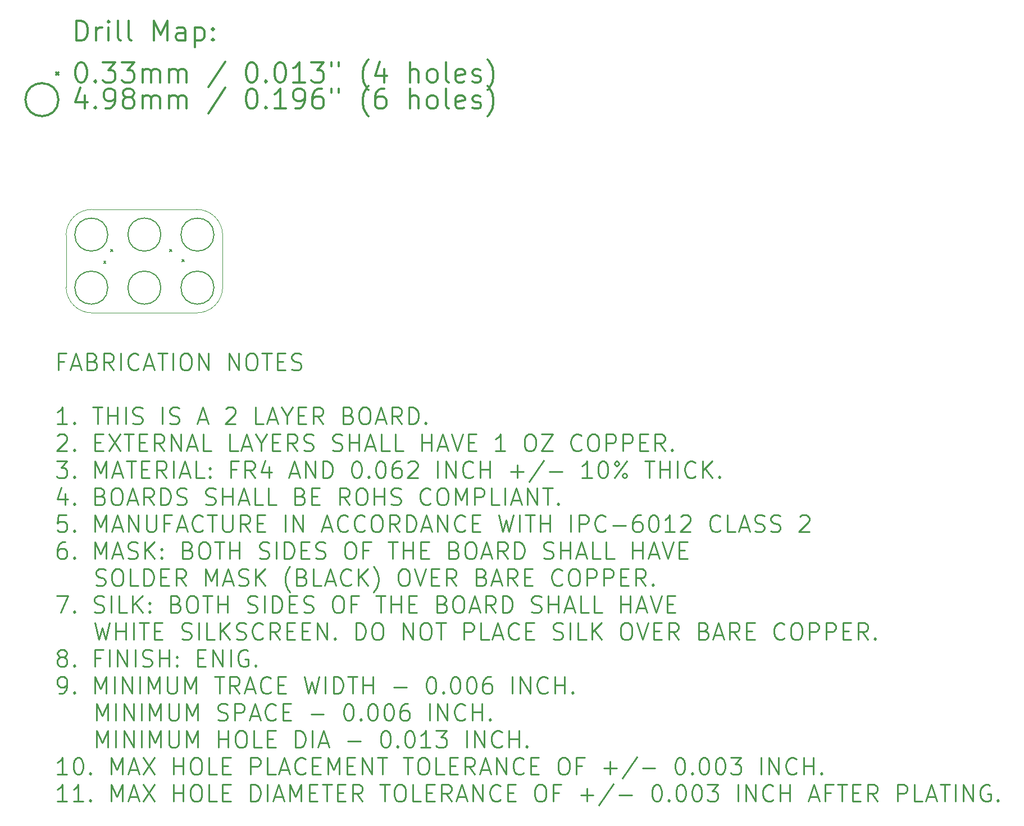
<source format=gbr>
G04 This is an RS-274x file exported by *
G04 gerbv version 2.6.0 *
G04 More information is available about gerbv at *
G04 http://gerbv.gpleda.org/ *
G04 --End of header info--*
%MOIN*%
%FSLAX34Y34*%
%IPPOS*%
G04 --Define apertures--*
%ADD10C,0.0050*%
%ADD11C,0.0079*%
%ADD12C,0.0118*%
%ADD13C,0.0138*%
%ADD14C,0.0016*%
%ADD15C,0.0100*%
G04 --Start main section--*
G54D11*
G01X0002685Y-014935D02*
G01X0002815Y-015065D01*
G01X0002815Y-014935D02*
G01X0002685Y-015065D01*
G01X0003095Y-014235D02*
G01X0003225Y-014365D01*
G01X0003225Y-014235D02*
G01X0003095Y-014365D01*
G01X0006615Y-014215D02*
G01X0006745Y-014345D01*
G01X0006745Y-014215D02*
G01X0006615Y-014345D01*
G01X0007335Y-014835D02*
G01X0007465Y-014965D01*
G01X0007465Y-014835D02*
G01X0007335Y-014965D01*
G01X0002931Y-013350D02*
G75*
G03X0002931Y-013350I-000980J0000000D01*
G01X0002931Y-016500D02*
G75*
G03X0002931Y-016500I-000980J0000000D01*
G01X0006081Y-013350D02*
G75*
G03X0006081Y-013350I-000980J0000000D01*
G01X0006081Y-016500D02*
G75*
G03X0006081Y-016500I-000980J0000000D01*
G01X0009230Y-013350D02*
G75*
G03X0009230Y-013350I-000980J0000000D01*
G01X0009230Y-016500D02*
G75*
G03X0009230Y-016500I-000980J0000000D01*
G54D12*
G01X0001069Y-001834D02*
G01X0001069Y-000652D01*
G01X0001069Y-000652D02*
G01X0001350Y-000652D01*
G01X0001350Y-000652D02*
G01X0001519Y-000709D01*
G01X0001519Y-000709D02*
G01X0001631Y-000821D01*
G01X0001631Y-000821D02*
G01X0001687Y-000934D01*
G01X0001687Y-000934D02*
G01X0001744Y-001159D01*
G01X0001744Y-001159D02*
G01X0001744Y-001327D01*
G01X0001744Y-001327D02*
G01X0001687Y-001552D01*
G01X0001687Y-001552D02*
G01X0001631Y-001665D01*
G01X0001631Y-001665D02*
G01X0001519Y-001777D01*
G01X0001519Y-001777D02*
G01X0001350Y-001834D01*
G01X0001350Y-001834D02*
G01X0001069Y-001834D01*
G01X0002250Y-001834D02*
G01X0002250Y-001046D01*
G01X0002250Y-001271D02*
G01X0002306Y-001159D01*
G01X0002306Y-001159D02*
G01X0002362Y-001102D01*
G01X0002362Y-001102D02*
G01X0002475Y-001046D01*
G01X0002475Y-001046D02*
G01X0002587Y-001046D01*
G01X0002981Y-001834D02*
G01X0002981Y-001046D01*
G01X0002981Y-000652D02*
G01X0002925Y-000709D01*
G01X0002925Y-000709D02*
G01X0002981Y-000765D01*
G01X0002981Y-000765D02*
G01X0003037Y-000709D01*
G01X0003037Y-000709D02*
G01X0002981Y-000652D01*
G01X0002981Y-000652D02*
G01X0002981Y-000765D01*
G01X0003712Y-001834D02*
G01X0003600Y-001777D01*
G01X0003600Y-001777D02*
G01X0003543Y-001665D01*
G01X0003543Y-001665D02*
G01X0003543Y-000652D01*
G01X0004331Y-001834D02*
G01X0004218Y-001777D01*
G01X0004218Y-001777D02*
G01X0004162Y-001665D01*
G01X0004162Y-001665D02*
G01X0004162Y-000652D01*
G01X0005681Y-001834D02*
G01X0005681Y-000652D01*
G01X0005681Y-000652D02*
G01X0006074Y-001496D01*
G01X0006074Y-001496D02*
G01X0006468Y-000652D01*
G01X0006468Y-000652D02*
G01X0006468Y-001834D01*
G01X0007537Y-001834D02*
G01X0007537Y-001215D01*
G01X0007537Y-001215D02*
G01X0007480Y-001102D01*
G01X0007480Y-001102D02*
G01X0007368Y-001046D01*
G01X0007368Y-001046D02*
G01X0007143Y-001046D01*
G01X0007143Y-001046D02*
G01X0007030Y-001102D01*
G01X0007537Y-001777D02*
G01X0007424Y-001834D01*
G01X0007424Y-001834D02*
G01X0007143Y-001834D01*
G01X0007143Y-001834D02*
G01X0007030Y-001777D01*
G01X0007030Y-001777D02*
G01X0006974Y-001665D01*
G01X0006974Y-001665D02*
G01X0006974Y-001552D01*
G01X0006974Y-001552D02*
G01X0007030Y-001440D01*
G01X0007030Y-001440D02*
G01X0007143Y-001384D01*
G01X0007143Y-001384D02*
G01X0007424Y-001384D01*
G01X0007424Y-001384D02*
G01X0007537Y-001327D01*
G01X0008099Y-001046D02*
G01X0008099Y-002227D01*
G01X0008099Y-001102D02*
G01X0008211Y-001046D01*
G01X0008211Y-001046D02*
G01X0008436Y-001046D01*
G01X0008436Y-001046D02*
G01X0008549Y-001102D01*
G01X0008549Y-001102D02*
G01X0008605Y-001159D01*
G01X0008605Y-001159D02*
G01X0008661Y-001271D01*
G01X0008661Y-001271D02*
G01X0008661Y-001609D01*
G01X0008661Y-001609D02*
G01X0008605Y-001721D01*
G01X0008605Y-001721D02*
G01X0008549Y-001777D01*
G01X0008549Y-001777D02*
G01X0008436Y-001834D01*
G01X0008436Y-001834D02*
G01X0008211Y-001834D01*
G01X0008211Y-001834D02*
G01X0008099Y-001777D01*
G01X0009168Y-001721D02*
G01X0009224Y-001777D01*
G01X0009224Y-001777D02*
G01X0009168Y-001834D01*
G01X0009168Y-001834D02*
G01X0009111Y-001777D01*
G01X0009111Y-001777D02*
G01X0009168Y-001721D01*
G01X0009168Y-001721D02*
G01X0009168Y-001834D01*
G01X0009168Y-001102D02*
G01X0009224Y-001159D01*
G01X0009224Y-001159D02*
G01X0009168Y-001215D01*
G01X0009168Y-001215D02*
G01X0009111Y-001159D01*
G01X0009111Y-001159D02*
G01X0009168Y-001102D01*
G01X0009168Y-001102D02*
G01X0009168Y-001215D01*
G01X-000130Y-003715D02*
G01X0000000Y-003845D01*
G01X0000000Y-003715D02*
G01X-000130Y-003845D01*
G01X0001294Y-003133D02*
G01X0001406Y-003133D01*
G01X0001406Y-003133D02*
G01X0001519Y-003189D01*
G01X0001519Y-003189D02*
G01X0001575Y-003245D01*
G01X0001575Y-003245D02*
G01X0001631Y-003358D01*
G01X0001631Y-003358D02*
G01X0001687Y-003583D01*
G01X0001687Y-003583D02*
G01X0001687Y-003864D01*
G01X0001687Y-003864D02*
G01X0001631Y-004089D01*
G01X0001631Y-004089D02*
G01X0001575Y-004201D01*
G01X0001575Y-004201D02*
G01X0001519Y-004258D01*
G01X0001519Y-004258D02*
G01X0001406Y-004314D01*
G01X0001406Y-004314D02*
G01X0001294Y-004314D01*
G01X0001294Y-004314D02*
G01X0001181Y-004258D01*
G01X0001181Y-004258D02*
G01X0001125Y-004201D01*
G01X0001125Y-004201D02*
G01X0001069Y-004089D01*
G01X0001069Y-004089D02*
G01X0001012Y-003864D01*
G01X0001012Y-003864D02*
G01X0001012Y-003583D01*
G01X0001012Y-003583D02*
G01X0001069Y-003358D01*
G01X0001069Y-003358D02*
G01X0001125Y-003245D01*
G01X0001125Y-003245D02*
G01X0001181Y-003189D01*
G01X0001181Y-003189D02*
G01X0001294Y-003133D01*
G01X0002193Y-004201D02*
G01X0002250Y-004258D01*
G01X0002250Y-004258D02*
G01X0002193Y-004314D01*
G01X0002193Y-004314D02*
G01X0002137Y-004258D01*
G01X0002137Y-004258D02*
G01X0002193Y-004201D01*
G01X0002193Y-004201D02*
G01X0002193Y-004314D01*
G01X0002643Y-003133D02*
G01X0003375Y-003133D01*
G01X0003375Y-003133D02*
G01X0002981Y-003583D01*
G01X0002981Y-003583D02*
G01X0003150Y-003583D01*
G01X0003150Y-003583D02*
G01X0003262Y-003639D01*
G01X0003262Y-003639D02*
G01X0003318Y-003695D01*
G01X0003318Y-003695D02*
G01X0003375Y-003808D01*
G01X0003375Y-003808D02*
G01X0003375Y-004089D01*
G01X0003375Y-004089D02*
G01X0003318Y-004201D01*
G01X0003318Y-004201D02*
G01X0003262Y-004258D01*
G01X0003262Y-004258D02*
G01X0003150Y-004314D01*
G01X0003150Y-004314D02*
G01X0002812Y-004314D01*
G01X0002812Y-004314D02*
G01X0002700Y-004258D01*
G01X0002700Y-004258D02*
G01X0002643Y-004201D01*
G01X0003768Y-003133D02*
G01X0004499Y-003133D01*
G01X0004499Y-003133D02*
G01X0004106Y-003583D01*
G01X0004106Y-003583D02*
G01X0004274Y-003583D01*
G01X0004274Y-003583D02*
G01X0004387Y-003639D01*
G01X0004387Y-003639D02*
G01X0004443Y-003695D01*
G01X0004443Y-003695D02*
G01X0004499Y-003808D01*
G01X0004499Y-003808D02*
G01X0004499Y-004089D01*
G01X0004499Y-004089D02*
G01X0004443Y-004201D01*
G01X0004443Y-004201D02*
G01X0004387Y-004258D01*
G01X0004387Y-004258D02*
G01X0004274Y-004314D01*
G01X0004274Y-004314D02*
G01X0003937Y-004314D01*
G01X0003937Y-004314D02*
G01X0003825Y-004258D01*
G01X0003825Y-004258D02*
G01X0003768Y-004201D01*
G01X0005006Y-004314D02*
G01X0005006Y-003526D01*
G01X0005006Y-003639D02*
G01X0005062Y-003583D01*
G01X0005062Y-003583D02*
G01X0005174Y-003526D01*
G01X0005174Y-003526D02*
G01X0005343Y-003526D01*
G01X0005343Y-003526D02*
G01X0005456Y-003583D01*
G01X0005456Y-003583D02*
G01X0005512Y-003695D01*
G01X0005512Y-003695D02*
G01X0005512Y-004314D01*
G01X0005512Y-003695D02*
G01X0005568Y-003583D01*
G01X0005568Y-003583D02*
G01X0005681Y-003526D01*
G01X0005681Y-003526D02*
G01X0005849Y-003526D01*
G01X0005849Y-003526D02*
G01X0005962Y-003583D01*
G01X0005962Y-003583D02*
G01X0006018Y-003695D01*
G01X0006018Y-003695D02*
G01X0006018Y-004314D01*
G01X0006580Y-004314D02*
G01X0006580Y-003526D01*
G01X0006580Y-003639D02*
G01X0006637Y-003583D01*
G01X0006637Y-003583D02*
G01X0006749Y-003526D01*
G01X0006749Y-003526D02*
G01X0006918Y-003526D01*
G01X0006918Y-003526D02*
G01X0007030Y-003583D01*
G01X0007030Y-003583D02*
G01X0007087Y-003695D01*
G01X0007087Y-003695D02*
G01X0007087Y-004314D01*
G01X0007087Y-003695D02*
G01X0007143Y-003583D01*
G01X0007143Y-003583D02*
G01X0007255Y-003526D01*
G01X0007255Y-003526D02*
G01X0007424Y-003526D01*
G01X0007424Y-003526D02*
G01X0007537Y-003583D01*
G01X0007537Y-003583D02*
G01X0007593Y-003695D01*
G01X0007593Y-003695D02*
G01X0007593Y-004314D01*
G01X0009899Y-003076D02*
G01X0008886Y-004595D01*
G01X0011417Y-003133D02*
G01X0011530Y-003133D01*
G01X0011530Y-003133D02*
G01X0011642Y-003189D01*
G01X0011642Y-003189D02*
G01X0011699Y-003245D01*
G01X0011699Y-003245D02*
G01X0011755Y-003358D01*
G01X0011755Y-003358D02*
G01X0011811Y-003583D01*
G01X0011811Y-003583D02*
G01X0011811Y-003864D01*
G01X0011811Y-003864D02*
G01X0011755Y-004089D01*
G01X0011755Y-004089D02*
G01X0011699Y-004201D01*
G01X0011699Y-004201D02*
G01X0011642Y-004258D01*
G01X0011642Y-004258D02*
G01X0011530Y-004314D01*
G01X0011530Y-004314D02*
G01X0011417Y-004314D01*
G01X0011417Y-004314D02*
G01X0011305Y-004258D01*
G01X0011305Y-004258D02*
G01X0011249Y-004201D01*
G01X0011249Y-004201D02*
G01X0011192Y-004089D01*
G01X0011192Y-004089D02*
G01X0011136Y-003864D01*
G01X0011136Y-003864D02*
G01X0011136Y-003583D01*
G01X0011136Y-003583D02*
G01X0011192Y-003358D01*
G01X0011192Y-003358D02*
G01X0011249Y-003245D01*
G01X0011249Y-003245D02*
G01X0011305Y-003189D01*
G01X0011305Y-003189D02*
G01X0011417Y-003133D01*
G01X0012317Y-004201D02*
G01X0012373Y-004258D01*
G01X0012373Y-004258D02*
G01X0012317Y-004314D01*
G01X0012317Y-004314D02*
G01X0012261Y-004258D01*
G01X0012261Y-004258D02*
G01X0012317Y-004201D01*
G01X0012317Y-004201D02*
G01X0012317Y-004314D01*
G01X0013105Y-003133D02*
G01X0013217Y-003133D01*
G01X0013217Y-003133D02*
G01X0013330Y-003189D01*
G01X0013330Y-003189D02*
G01X0013386Y-003245D01*
G01X0013386Y-003245D02*
G01X0013442Y-003358D01*
G01X0013442Y-003358D02*
G01X0013498Y-003583D01*
G01X0013498Y-003583D02*
G01X0013498Y-003864D01*
G01X0013498Y-003864D02*
G01X0013442Y-004089D01*
G01X0013442Y-004089D02*
G01X0013386Y-004201D01*
G01X0013386Y-004201D02*
G01X0013330Y-004258D01*
G01X0013330Y-004258D02*
G01X0013217Y-004314D01*
G01X0013217Y-004314D02*
G01X0013105Y-004314D01*
G01X0013105Y-004314D02*
G01X0012992Y-004258D01*
G01X0012992Y-004258D02*
G01X0012936Y-004201D01*
G01X0012936Y-004201D02*
G01X0012880Y-004089D01*
G01X0012880Y-004089D02*
G01X0012823Y-003864D01*
G01X0012823Y-003864D02*
G01X0012823Y-003583D01*
G01X0012823Y-003583D02*
G01X0012880Y-003358D01*
G01X0012880Y-003358D02*
G01X0012936Y-003245D01*
G01X0012936Y-003245D02*
G01X0012992Y-003189D01*
G01X0012992Y-003189D02*
G01X0013105Y-003133D01*
G01X0014623Y-004314D02*
G01X0013948Y-004314D01*
G01X0014286Y-004314D02*
G01X0014286Y-003133D01*
G01X0014286Y-003133D02*
G01X0014173Y-003301D01*
G01X0014173Y-003301D02*
G01X0014061Y-003414D01*
G01X0014061Y-003414D02*
G01X0013948Y-003470D01*
G01X0015017Y-003133D02*
G01X0015748Y-003133D01*
G01X0015748Y-003133D02*
G01X0015354Y-003583D01*
G01X0015354Y-003583D02*
G01X0015523Y-003583D01*
G01X0015523Y-003583D02*
G01X0015636Y-003639D01*
G01X0015636Y-003639D02*
G01X0015692Y-003695D01*
G01X0015692Y-003695D02*
G01X0015748Y-003808D01*
G01X0015748Y-003808D02*
G01X0015748Y-004089D01*
G01X0015748Y-004089D02*
G01X0015692Y-004201D01*
G01X0015692Y-004201D02*
G01X0015636Y-004258D01*
G01X0015636Y-004258D02*
G01X0015523Y-004314D01*
G01X0015523Y-004314D02*
G01X0015186Y-004314D01*
G01X0015186Y-004314D02*
G01X0015073Y-004258D01*
G01X0015073Y-004258D02*
G01X0015017Y-004201D01*
G01X0016198Y-003133D02*
G01X0016198Y-003358D01*
G01X0016648Y-003133D02*
G01X0016648Y-003358D01*
G01X0018391Y-004764D02*
G01X0018335Y-004708D01*
G01X0018335Y-004708D02*
G01X0018223Y-004539D01*
G01X0018223Y-004539D02*
G01X0018166Y-004426D01*
G01X0018166Y-004426D02*
G01X0018110Y-004258D01*
G01X0018110Y-004258D02*
G01X0018054Y-003976D01*
G01X0018054Y-003976D02*
G01X0018054Y-003751D01*
G01X0018054Y-003751D02*
G01X0018110Y-003470D01*
G01X0018110Y-003470D02*
G01X0018166Y-003301D01*
G01X0018166Y-003301D02*
G01X0018223Y-003189D01*
G01X0018223Y-003189D02*
G01X0018335Y-003020D01*
G01X0018335Y-003020D02*
G01X0018391Y-002964D01*
G01X0019348Y-003526D02*
G01X0019348Y-004314D01*
G01X0019066Y-003076D02*
G01X0018785Y-003920D01*
G01X0018785Y-003920D02*
G01X0019516Y-003920D01*
G01X0020866Y-004314D02*
G01X0020866Y-003133D01*
G01X0021372Y-004314D02*
G01X0021372Y-003695D01*
G01X0021372Y-003695D02*
G01X0021316Y-003583D01*
G01X0021316Y-003583D02*
G01X0021204Y-003526D01*
G01X0021204Y-003526D02*
G01X0021035Y-003526D01*
G01X0021035Y-003526D02*
G01X0020922Y-003583D01*
G01X0020922Y-003583D02*
G01X0020866Y-003639D01*
G01X0022103Y-004314D02*
G01X0021991Y-004258D01*
G01X0021991Y-004258D02*
G01X0021935Y-004201D01*
G01X0021935Y-004201D02*
G01X0021879Y-004089D01*
G01X0021879Y-004089D02*
G01X0021879Y-003751D01*
G01X0021879Y-003751D02*
G01X0021935Y-003639D01*
G01X0021935Y-003639D02*
G01X0021991Y-003583D01*
G01X0021991Y-003583D02*
G01X0022103Y-003526D01*
G01X0022103Y-003526D02*
G01X0022272Y-003526D01*
G01X0022272Y-003526D02*
G01X0022385Y-003583D01*
G01X0022385Y-003583D02*
G01X0022441Y-003639D01*
G01X0022441Y-003639D02*
G01X0022497Y-003751D01*
G01X0022497Y-003751D02*
G01X0022497Y-004089D01*
G01X0022497Y-004089D02*
G01X0022441Y-004201D01*
G01X0022441Y-004201D02*
G01X0022385Y-004258D01*
G01X0022385Y-004258D02*
G01X0022272Y-004314D01*
G01X0022272Y-004314D02*
G01X0022103Y-004314D01*
G01X0023172Y-004314D02*
G01X0023060Y-004258D01*
G01X0023060Y-004258D02*
G01X0023003Y-004145D01*
G01X0023003Y-004145D02*
G01X0023003Y-003133D01*
G01X0024072Y-004258D02*
G01X0023960Y-004314D01*
G01X0023960Y-004314D02*
G01X0023735Y-004314D01*
G01X0023735Y-004314D02*
G01X0023622Y-004258D01*
G01X0023622Y-004258D02*
G01X0023566Y-004145D01*
G01X0023566Y-004145D02*
G01X0023566Y-003695D01*
G01X0023566Y-003695D02*
G01X0023622Y-003583D01*
G01X0023622Y-003583D02*
G01X0023735Y-003526D01*
G01X0023735Y-003526D02*
G01X0023960Y-003526D01*
G01X0023960Y-003526D02*
G01X0024072Y-003583D01*
G01X0024072Y-003583D02*
G01X0024128Y-003695D01*
G01X0024128Y-003695D02*
G01X0024128Y-003808D01*
G01X0024128Y-003808D02*
G01X0023566Y-003920D01*
G01X0024578Y-004258D02*
G01X0024691Y-004314D01*
G01X0024691Y-004314D02*
G01X0024916Y-004314D01*
G01X0024916Y-004314D02*
G01X0025028Y-004258D01*
G01X0025028Y-004258D02*
G01X0025084Y-004145D01*
G01X0025084Y-004145D02*
G01X0025084Y-004089D01*
G01X0025084Y-004089D02*
G01X0025028Y-003976D01*
G01X0025028Y-003976D02*
G01X0024916Y-003920D01*
G01X0024916Y-003920D02*
G01X0024747Y-003920D01*
G01X0024747Y-003920D02*
G01X0024634Y-003864D01*
G01X0024634Y-003864D02*
G01X0024578Y-003751D01*
G01X0024578Y-003751D02*
G01X0024578Y-003695D01*
G01X0024578Y-003695D02*
G01X0024634Y-003583D01*
G01X0024634Y-003583D02*
G01X0024747Y-003526D01*
G01X0024747Y-003526D02*
G01X0024916Y-003526D01*
G01X0024916Y-003526D02*
G01X0025028Y-003583D01*
G01X0025478Y-004764D02*
G01X0025534Y-004708D01*
G01X0025534Y-004708D02*
G01X0025647Y-004539D01*
G01X0025647Y-004539D02*
G01X0025703Y-004426D01*
G01X0025703Y-004426D02*
G01X0025759Y-004258D01*
G01X0025759Y-004258D02*
G01X0025816Y-003976D01*
G01X0025816Y-003976D02*
G01X0025816Y-003751D01*
G01X0025816Y-003751D02*
G01X0025759Y-003470D01*
G01X0025759Y-003470D02*
G01X0025703Y-003301D01*
G01X0025703Y-003301D02*
G01X0025647Y-003189D01*
G01X0025647Y-003189D02*
G01X0025534Y-003020D01*
G01X0025534Y-003020D02*
G01X0025478Y-002964D01*
G01X0000000Y-005339D02*
G75*
G03X0000000Y-005339I-000980J0000000D01*
G01X0001575Y-005085D02*
G01X0001575Y-005873D01*
G01X0001294Y-004636D02*
G01X0001012Y-005479D01*
G01X0001012Y-005479D02*
G01X0001744Y-005479D01*
G01X0002193Y-005760D02*
G01X0002250Y-005817D01*
G01X0002250Y-005817D02*
G01X0002193Y-005873D01*
G01X0002193Y-005873D02*
G01X0002137Y-005817D01*
G01X0002137Y-005817D02*
G01X0002193Y-005760D01*
G01X0002193Y-005760D02*
G01X0002193Y-005873D01*
G01X0002812Y-005873D02*
G01X0003037Y-005873D01*
G01X0003037Y-005873D02*
G01X0003150Y-005817D01*
G01X0003150Y-005817D02*
G01X0003206Y-005760D01*
G01X0003206Y-005760D02*
G01X0003318Y-005592D01*
G01X0003318Y-005592D02*
G01X0003375Y-005367D01*
G01X0003375Y-005367D02*
G01X0003375Y-004917D01*
G01X0003375Y-004917D02*
G01X0003318Y-004804D01*
G01X0003318Y-004804D02*
G01X0003262Y-004748D01*
G01X0003262Y-004748D02*
G01X0003150Y-004692D01*
G01X0003150Y-004692D02*
G01X0002925Y-004692D01*
G01X0002925Y-004692D02*
G01X0002812Y-004748D01*
G01X0002812Y-004748D02*
G01X0002756Y-004804D01*
G01X0002756Y-004804D02*
G01X0002700Y-004917D01*
G01X0002700Y-004917D02*
G01X0002700Y-005198D01*
G01X0002700Y-005198D02*
G01X0002756Y-005310D01*
G01X0002756Y-005310D02*
G01X0002812Y-005367D01*
G01X0002812Y-005367D02*
G01X0002925Y-005423D01*
G01X0002925Y-005423D02*
G01X0003150Y-005423D01*
G01X0003150Y-005423D02*
G01X0003262Y-005367D01*
G01X0003262Y-005367D02*
G01X0003318Y-005310D01*
G01X0003318Y-005310D02*
G01X0003375Y-005198D01*
G01X0004049Y-005198D02*
G01X0003937Y-005142D01*
G01X0003937Y-005142D02*
G01X0003881Y-005085D01*
G01X0003881Y-005085D02*
G01X0003825Y-004973D01*
G01X0003825Y-004973D02*
G01X0003825Y-004917D01*
G01X0003825Y-004917D02*
G01X0003881Y-004804D01*
G01X0003881Y-004804D02*
G01X0003937Y-004748D01*
G01X0003937Y-004748D02*
G01X0004049Y-004692D01*
G01X0004049Y-004692D02*
G01X0004274Y-004692D01*
G01X0004274Y-004692D02*
G01X0004387Y-004748D01*
G01X0004387Y-004748D02*
G01X0004443Y-004804D01*
G01X0004443Y-004804D02*
G01X0004499Y-004917D01*
G01X0004499Y-004917D02*
G01X0004499Y-004973D01*
G01X0004499Y-004973D02*
G01X0004443Y-005085D01*
G01X0004443Y-005085D02*
G01X0004387Y-005142D01*
G01X0004387Y-005142D02*
G01X0004274Y-005198D01*
G01X0004274Y-005198D02*
G01X0004049Y-005198D01*
G01X0004049Y-005198D02*
G01X0003937Y-005254D01*
G01X0003937Y-005254D02*
G01X0003881Y-005310D01*
G01X0003881Y-005310D02*
G01X0003825Y-005423D01*
G01X0003825Y-005423D02*
G01X0003825Y-005648D01*
G01X0003825Y-005648D02*
G01X0003881Y-005760D01*
G01X0003881Y-005760D02*
G01X0003937Y-005817D01*
G01X0003937Y-005817D02*
G01X0004049Y-005873D01*
G01X0004049Y-005873D02*
G01X0004274Y-005873D01*
G01X0004274Y-005873D02*
G01X0004387Y-005817D01*
G01X0004387Y-005817D02*
G01X0004443Y-005760D01*
G01X0004443Y-005760D02*
G01X0004499Y-005648D01*
G01X0004499Y-005648D02*
G01X0004499Y-005423D01*
G01X0004499Y-005423D02*
G01X0004443Y-005310D01*
G01X0004443Y-005310D02*
G01X0004387Y-005254D01*
G01X0004387Y-005254D02*
G01X0004274Y-005198D01*
G01X0005006Y-005873D02*
G01X0005006Y-005085D01*
G01X0005006Y-005198D02*
G01X0005062Y-005142D01*
G01X0005062Y-005142D02*
G01X0005174Y-005085D01*
G01X0005174Y-005085D02*
G01X0005343Y-005085D01*
G01X0005343Y-005085D02*
G01X0005456Y-005142D01*
G01X0005456Y-005142D02*
G01X0005512Y-005254D01*
G01X0005512Y-005254D02*
G01X0005512Y-005873D01*
G01X0005512Y-005254D02*
G01X0005568Y-005142D01*
G01X0005568Y-005142D02*
G01X0005681Y-005085D01*
G01X0005681Y-005085D02*
G01X0005849Y-005085D01*
G01X0005849Y-005085D02*
G01X0005962Y-005142D01*
G01X0005962Y-005142D02*
G01X0006018Y-005254D01*
G01X0006018Y-005254D02*
G01X0006018Y-005873D01*
G01X0006580Y-005873D02*
G01X0006580Y-005085D01*
G01X0006580Y-005198D02*
G01X0006637Y-005142D01*
G01X0006637Y-005142D02*
G01X0006749Y-005085D01*
G01X0006749Y-005085D02*
G01X0006918Y-005085D01*
G01X0006918Y-005085D02*
G01X0007030Y-005142D01*
G01X0007030Y-005142D02*
G01X0007087Y-005254D01*
G01X0007087Y-005254D02*
G01X0007087Y-005873D01*
G01X0007087Y-005254D02*
G01X0007143Y-005142D01*
G01X0007143Y-005142D02*
G01X0007255Y-005085D01*
G01X0007255Y-005085D02*
G01X0007424Y-005085D01*
G01X0007424Y-005085D02*
G01X0007537Y-005142D01*
G01X0007537Y-005142D02*
G01X0007593Y-005254D01*
G01X0007593Y-005254D02*
G01X0007593Y-005873D01*
G01X0009899Y-004636D02*
G01X0008886Y-006154D01*
G01X0011417Y-004692D02*
G01X0011530Y-004692D01*
G01X0011530Y-004692D02*
G01X0011642Y-004748D01*
G01X0011642Y-004748D02*
G01X0011699Y-004804D01*
G01X0011699Y-004804D02*
G01X0011755Y-004917D01*
G01X0011755Y-004917D02*
G01X0011811Y-005142D01*
G01X0011811Y-005142D02*
G01X0011811Y-005423D01*
G01X0011811Y-005423D02*
G01X0011755Y-005648D01*
G01X0011755Y-005648D02*
G01X0011699Y-005760D01*
G01X0011699Y-005760D02*
G01X0011642Y-005817D01*
G01X0011642Y-005817D02*
G01X0011530Y-005873D01*
G01X0011530Y-005873D02*
G01X0011417Y-005873D01*
G01X0011417Y-005873D02*
G01X0011305Y-005817D01*
G01X0011305Y-005817D02*
G01X0011249Y-005760D01*
G01X0011249Y-005760D02*
G01X0011192Y-005648D01*
G01X0011192Y-005648D02*
G01X0011136Y-005423D01*
G01X0011136Y-005423D02*
G01X0011136Y-005142D01*
G01X0011136Y-005142D02*
G01X0011192Y-004917D01*
G01X0011192Y-004917D02*
G01X0011249Y-004804D01*
G01X0011249Y-004804D02*
G01X0011305Y-004748D01*
G01X0011305Y-004748D02*
G01X0011417Y-004692D01*
G01X0012317Y-005760D02*
G01X0012373Y-005817D01*
G01X0012373Y-005817D02*
G01X0012317Y-005873D01*
G01X0012317Y-005873D02*
G01X0012261Y-005817D01*
G01X0012261Y-005817D02*
G01X0012317Y-005760D01*
G01X0012317Y-005760D02*
G01X0012317Y-005873D01*
G01X0013498Y-005873D02*
G01X0012823Y-005873D01*
G01X0013161Y-005873D02*
G01X0013161Y-004692D01*
G01X0013161Y-004692D02*
G01X0013048Y-004861D01*
G01X0013048Y-004861D02*
G01X0012936Y-004973D01*
G01X0012936Y-004973D02*
G01X0012823Y-005029D01*
G01X0014061Y-005873D02*
G01X0014286Y-005873D01*
G01X0014286Y-005873D02*
G01X0014398Y-005817D01*
G01X0014398Y-005817D02*
G01X0014454Y-005760D01*
G01X0014454Y-005760D02*
G01X0014567Y-005592D01*
G01X0014567Y-005592D02*
G01X0014623Y-005367D01*
G01X0014623Y-005367D02*
G01X0014623Y-004917D01*
G01X0014623Y-004917D02*
G01X0014567Y-004804D01*
G01X0014567Y-004804D02*
G01X0014511Y-004748D01*
G01X0014511Y-004748D02*
G01X0014398Y-004692D01*
G01X0014398Y-004692D02*
G01X0014173Y-004692D01*
G01X0014173Y-004692D02*
G01X0014061Y-004748D01*
G01X0014061Y-004748D02*
G01X0014005Y-004804D01*
G01X0014005Y-004804D02*
G01X0013948Y-004917D01*
G01X0013948Y-004917D02*
G01X0013948Y-005198D01*
G01X0013948Y-005198D02*
G01X0014005Y-005310D01*
G01X0014005Y-005310D02*
G01X0014061Y-005367D01*
G01X0014061Y-005367D02*
G01X0014173Y-005423D01*
G01X0014173Y-005423D02*
G01X0014398Y-005423D01*
G01X0014398Y-005423D02*
G01X0014511Y-005367D01*
G01X0014511Y-005367D02*
G01X0014567Y-005310D01*
G01X0014567Y-005310D02*
G01X0014623Y-005198D01*
G01X0015636Y-004692D02*
G01X0015411Y-004692D01*
G01X0015411Y-004692D02*
G01X0015298Y-004748D01*
G01X0015298Y-004748D02*
G01X0015242Y-004804D01*
G01X0015242Y-004804D02*
G01X0015129Y-004973D01*
G01X0015129Y-004973D02*
G01X0015073Y-005198D01*
G01X0015073Y-005198D02*
G01X0015073Y-005648D01*
G01X0015073Y-005648D02*
G01X0015129Y-005760D01*
G01X0015129Y-005760D02*
G01X0015186Y-005817D01*
G01X0015186Y-005817D02*
G01X0015298Y-005873D01*
G01X0015298Y-005873D02*
G01X0015523Y-005873D01*
G01X0015523Y-005873D02*
G01X0015636Y-005817D01*
G01X0015636Y-005817D02*
G01X0015692Y-005760D01*
G01X0015692Y-005760D02*
G01X0015748Y-005648D01*
G01X0015748Y-005648D02*
G01X0015748Y-005367D01*
G01X0015748Y-005367D02*
G01X0015692Y-005254D01*
G01X0015692Y-005254D02*
G01X0015636Y-005198D01*
G01X0015636Y-005198D02*
G01X0015523Y-005142D01*
G01X0015523Y-005142D02*
G01X0015298Y-005142D01*
G01X0015298Y-005142D02*
G01X0015186Y-005198D01*
G01X0015186Y-005198D02*
G01X0015129Y-005254D01*
G01X0015129Y-005254D02*
G01X0015073Y-005367D01*
G01X0016198Y-004692D02*
G01X0016198Y-004917D01*
G01X0016648Y-004692D02*
G01X0016648Y-004917D01*
G01X0018391Y-006323D02*
G01X0018335Y-006267D01*
G01X0018335Y-006267D02*
G01X0018223Y-006098D01*
G01X0018223Y-006098D02*
G01X0018166Y-005985D01*
G01X0018166Y-005985D02*
G01X0018110Y-005817D01*
G01X0018110Y-005817D02*
G01X0018054Y-005535D01*
G01X0018054Y-005535D02*
G01X0018054Y-005310D01*
G01X0018054Y-005310D02*
G01X0018110Y-005029D01*
G01X0018110Y-005029D02*
G01X0018166Y-004861D01*
G01X0018166Y-004861D02*
G01X0018223Y-004748D01*
G01X0018223Y-004748D02*
G01X0018335Y-004579D01*
G01X0018335Y-004579D02*
G01X0018391Y-004523D01*
G01X0019348Y-004692D02*
G01X0019123Y-004692D01*
G01X0019123Y-004692D02*
G01X0019010Y-004748D01*
G01X0019010Y-004748D02*
G01X0018954Y-004804D01*
G01X0018954Y-004804D02*
G01X0018841Y-004973D01*
G01X0018841Y-004973D02*
G01X0018785Y-005198D01*
G01X0018785Y-005198D02*
G01X0018785Y-005648D01*
G01X0018785Y-005648D02*
G01X0018841Y-005760D01*
G01X0018841Y-005760D02*
G01X0018898Y-005817D01*
G01X0018898Y-005817D02*
G01X0019010Y-005873D01*
G01X0019010Y-005873D02*
G01X0019235Y-005873D01*
G01X0019235Y-005873D02*
G01X0019348Y-005817D01*
G01X0019348Y-005817D02*
G01X0019404Y-005760D01*
G01X0019404Y-005760D02*
G01X0019460Y-005648D01*
G01X0019460Y-005648D02*
G01X0019460Y-005367D01*
G01X0019460Y-005367D02*
G01X0019404Y-005254D01*
G01X0019404Y-005254D02*
G01X0019348Y-005198D01*
G01X0019348Y-005198D02*
G01X0019235Y-005142D01*
G01X0019235Y-005142D02*
G01X0019010Y-005142D01*
G01X0019010Y-005142D02*
G01X0018898Y-005198D01*
G01X0018898Y-005198D02*
G01X0018841Y-005254D01*
G01X0018841Y-005254D02*
G01X0018785Y-005367D01*
G01X0020866Y-005873D02*
G01X0020866Y-004692D01*
G01X0021372Y-005873D02*
G01X0021372Y-005254D01*
G01X0021372Y-005254D02*
G01X0021316Y-005142D01*
G01X0021316Y-005142D02*
G01X0021204Y-005085D01*
G01X0021204Y-005085D02*
G01X0021035Y-005085D01*
G01X0021035Y-005085D02*
G01X0020922Y-005142D01*
G01X0020922Y-005142D02*
G01X0020866Y-005198D01*
G01X0022103Y-005873D02*
G01X0021991Y-005817D01*
G01X0021991Y-005817D02*
G01X0021935Y-005760D01*
G01X0021935Y-005760D02*
G01X0021879Y-005648D01*
G01X0021879Y-005648D02*
G01X0021879Y-005310D01*
G01X0021879Y-005310D02*
G01X0021935Y-005198D01*
G01X0021935Y-005198D02*
G01X0021991Y-005142D01*
G01X0021991Y-005142D02*
G01X0022103Y-005085D01*
G01X0022103Y-005085D02*
G01X0022272Y-005085D01*
G01X0022272Y-005085D02*
G01X0022385Y-005142D01*
G01X0022385Y-005142D02*
G01X0022441Y-005198D01*
G01X0022441Y-005198D02*
G01X0022497Y-005310D01*
G01X0022497Y-005310D02*
G01X0022497Y-005648D01*
G01X0022497Y-005648D02*
G01X0022441Y-005760D01*
G01X0022441Y-005760D02*
G01X0022385Y-005817D01*
G01X0022385Y-005817D02*
G01X0022272Y-005873D01*
G01X0022272Y-005873D02*
G01X0022103Y-005873D01*
G01X0023172Y-005873D02*
G01X0023060Y-005817D01*
G01X0023060Y-005817D02*
G01X0023003Y-005704D01*
G01X0023003Y-005704D02*
G01X0023003Y-004692D01*
G01X0024072Y-005817D02*
G01X0023960Y-005873D01*
G01X0023960Y-005873D02*
G01X0023735Y-005873D01*
G01X0023735Y-005873D02*
G01X0023622Y-005817D01*
G01X0023622Y-005817D02*
G01X0023566Y-005704D01*
G01X0023566Y-005704D02*
G01X0023566Y-005254D01*
G01X0023566Y-005254D02*
G01X0023622Y-005142D01*
G01X0023622Y-005142D02*
G01X0023735Y-005085D01*
G01X0023735Y-005085D02*
G01X0023960Y-005085D01*
G01X0023960Y-005085D02*
G01X0024072Y-005142D01*
G01X0024072Y-005142D02*
G01X0024128Y-005254D01*
G01X0024128Y-005254D02*
G01X0024128Y-005367D01*
G01X0024128Y-005367D02*
G01X0023566Y-005479D01*
G01X0024578Y-005817D02*
G01X0024691Y-005873D01*
G01X0024691Y-005873D02*
G01X0024916Y-005873D01*
G01X0024916Y-005873D02*
G01X0025028Y-005817D01*
G01X0025028Y-005817D02*
G01X0025084Y-005704D01*
G01X0025084Y-005704D02*
G01X0025084Y-005648D01*
G01X0025084Y-005648D02*
G01X0025028Y-005535D01*
G01X0025028Y-005535D02*
G01X0024916Y-005479D01*
G01X0024916Y-005479D02*
G01X0024747Y-005479D01*
G01X0024747Y-005479D02*
G01X0024634Y-005423D01*
G01X0024634Y-005423D02*
G01X0024578Y-005310D01*
G01X0024578Y-005310D02*
G01X0024578Y-005254D01*
G01X0024578Y-005254D02*
G01X0024634Y-005142D01*
G01X0024634Y-005142D02*
G01X0024747Y-005085D01*
G01X0024747Y-005085D02*
G01X0024916Y-005085D01*
G01X0024916Y-005085D02*
G01X0025028Y-005142D01*
G01X0025478Y-006323D02*
G01X0025534Y-006267D01*
G01X0025534Y-006267D02*
G01X0025647Y-006098D01*
G01X0025647Y-006098D02*
G01X0025703Y-005985D01*
G01X0025703Y-005985D02*
G01X0025759Y-005817D01*
G01X0025759Y-005817D02*
G01X0025816Y-005535D01*
G01X0025816Y-005535D02*
G01X0025816Y-005310D01*
G01X0025816Y-005310D02*
G01X0025759Y-005029D01*
G01X0025759Y-005029D02*
G01X0025703Y-004861D01*
G01X0025703Y-004861D02*
G01X0025647Y-004748D01*
G01X0025647Y-004748D02*
G01X0025534Y-004579D01*
G01X0025534Y-004579D02*
G01X0025478Y-004523D01*
G01X0000000Y0000000D02*
G54D14*
G01X0008250Y-011854D02*
G01X0001990Y-011854D01*
G01X0008250Y-017996D02*
G01X0001990Y-017996D01*
G01X0009746Y-016461D02*
G01X0009746Y-013390D01*
G01X0000455Y-016461D02*
G01X0000455Y-013390D01*
G01X0009746Y-013390D02*
G75*
G03X0008211Y-011854I-001535J0000000D01*
G01X0008211Y-017996D02*
G75*
G03X0009746Y-016461I0000000J0001535D01*
G01X0000455Y-016461D02*
G75*
G03X0001990Y-017996I0001535J0000000D01*
G01X0001990Y-011854D02*
G75*
G03X0000455Y-013390I0000000J-001535D01*
G01X0000000Y0000000D02*
G54D15*
G01X0000321Y-020879D02*
G01X-000012Y-020879D01*
G01X-000012Y-021402D02*
G01X-000012Y-020402D01*
G01X-000012Y-020402D02*
G01X0000464Y-020402D01*
G01X0000798Y-021117D02*
G01X0001274Y-021117D01*
G01X0000702Y-021402D02*
G01X0001036Y-020402D01*
G01X0001036Y-020402D02*
G01X0001369Y-021402D01*
G01X0002036Y-020879D02*
G01X0002179Y-020926D01*
G01X0002179Y-020926D02*
G01X0002226Y-020974D01*
G01X0002226Y-020974D02*
G01X0002274Y-021069D01*
G01X0002274Y-021069D02*
G01X0002274Y-021212D01*
G01X0002274Y-021212D02*
G01X0002226Y-021307D01*
G01X0002226Y-021307D02*
G01X0002179Y-021355D01*
G01X0002179Y-021355D02*
G01X0002083Y-021402D01*
G01X0002083Y-021402D02*
G01X0001702Y-021402D01*
G01X0001702Y-021402D02*
G01X0001702Y-020402D01*
G01X0001702Y-020402D02*
G01X0002036Y-020402D01*
G01X0002036Y-020402D02*
G01X0002131Y-020450D01*
G01X0002131Y-020450D02*
G01X0002179Y-020498D01*
G01X0002179Y-020498D02*
G01X0002226Y-020593D01*
G01X0002226Y-020593D02*
G01X0002226Y-020688D01*
G01X0002226Y-020688D02*
G01X0002179Y-020783D01*
G01X0002179Y-020783D02*
G01X0002131Y-020831D01*
G01X0002131Y-020831D02*
G01X0002036Y-020879D01*
G01X0002036Y-020879D02*
G01X0001702Y-020879D01*
G01X0003274Y-021402D02*
G01X0002940Y-020926D01*
G01X0002702Y-021402D02*
G01X0002702Y-020402D01*
G01X0002702Y-020402D02*
G01X0003083Y-020402D01*
G01X0003083Y-020402D02*
G01X0003179Y-020450D01*
G01X0003179Y-020450D02*
G01X0003226Y-020498D01*
G01X0003226Y-020498D02*
G01X0003274Y-020593D01*
G01X0003274Y-020593D02*
G01X0003274Y-020736D01*
G01X0003274Y-020736D02*
G01X0003226Y-020831D01*
G01X0003226Y-020831D02*
G01X0003179Y-020879D01*
G01X0003179Y-020879D02*
G01X0003083Y-020926D01*
G01X0003083Y-020926D02*
G01X0002702Y-020926D01*
G01X0003702Y-021402D02*
G01X0003702Y-020402D01*
G01X0004750Y-021307D02*
G01X0004702Y-021355D01*
G01X0004702Y-021355D02*
G01X0004560Y-021402D01*
G01X0004560Y-021402D02*
G01X0004464Y-021402D01*
G01X0004464Y-021402D02*
G01X0004321Y-021355D01*
G01X0004321Y-021355D02*
G01X0004226Y-021260D01*
G01X0004226Y-021260D02*
G01X0004179Y-021164D01*
G01X0004179Y-021164D02*
G01X0004131Y-020974D01*
G01X0004131Y-020974D02*
G01X0004131Y-020831D01*
G01X0004131Y-020831D02*
G01X0004179Y-020640D01*
G01X0004179Y-020640D02*
G01X0004226Y-020545D01*
G01X0004226Y-020545D02*
G01X0004321Y-020450D01*
G01X0004321Y-020450D02*
G01X0004464Y-020402D01*
G01X0004464Y-020402D02*
G01X0004560Y-020402D01*
G01X0004560Y-020402D02*
G01X0004702Y-020450D01*
G01X0004702Y-020450D02*
G01X0004750Y-020498D01*
G01X0005131Y-021117D02*
G01X0005607Y-021117D01*
G01X0005036Y-021402D02*
G01X0005369Y-020402D01*
G01X0005369Y-020402D02*
G01X0005702Y-021402D01*
G01X0005893Y-020402D02*
G01X0006464Y-020402D01*
G01X0006179Y-021402D02*
G01X0006179Y-020402D01*
G01X0006798Y-021402D02*
G01X0006798Y-020402D01*
G01X0007464Y-020402D02*
G01X0007655Y-020402D01*
G01X0007655Y-020402D02*
G01X0007750Y-020450D01*
G01X0007750Y-020450D02*
G01X0007845Y-020545D01*
G01X0007845Y-020545D02*
G01X0007893Y-020736D01*
G01X0007893Y-020736D02*
G01X0007893Y-021069D01*
G01X0007893Y-021069D02*
G01X0007845Y-021260D01*
G01X0007845Y-021260D02*
G01X0007750Y-021355D01*
G01X0007750Y-021355D02*
G01X0007655Y-021402D01*
G01X0007655Y-021402D02*
G01X0007464Y-021402D01*
G01X0007464Y-021402D02*
G01X0007369Y-021355D01*
G01X0007369Y-021355D02*
G01X0007274Y-021260D01*
G01X0007274Y-021260D02*
G01X0007226Y-021069D01*
G01X0007226Y-021069D02*
G01X0007226Y-020736D01*
G01X0007226Y-020736D02*
G01X0007274Y-020545D01*
G01X0007274Y-020545D02*
G01X0007369Y-020450D01*
G01X0007369Y-020450D02*
G01X0007464Y-020402D01*
G01X0008321Y-021402D02*
G01X0008321Y-020402D01*
G01X0008321Y-020402D02*
G01X0008893Y-021402D01*
G01X0008893Y-021402D02*
G01X0008893Y-020402D01*
G01X0010131Y-021402D02*
G01X0010131Y-020402D01*
G01X0010131Y-020402D02*
G01X0010702Y-021402D01*
G01X0010702Y-021402D02*
G01X0010702Y-020402D01*
G01X0011369Y-020402D02*
G01X0011560Y-020402D01*
G01X0011560Y-020402D02*
G01X0011655Y-020450D01*
G01X0011655Y-020450D02*
G01X0011750Y-020545D01*
G01X0011750Y-020545D02*
G01X0011798Y-020736D01*
G01X0011798Y-020736D02*
G01X0011798Y-021069D01*
G01X0011798Y-021069D02*
G01X0011750Y-021260D01*
G01X0011750Y-021260D02*
G01X0011655Y-021355D01*
G01X0011655Y-021355D02*
G01X0011560Y-021402D01*
G01X0011560Y-021402D02*
G01X0011369Y-021402D01*
G01X0011369Y-021402D02*
G01X0011274Y-021355D01*
G01X0011274Y-021355D02*
G01X0011179Y-021260D01*
G01X0011179Y-021260D02*
G01X0011131Y-021069D01*
G01X0011131Y-021069D02*
G01X0011131Y-020736D01*
G01X0011131Y-020736D02*
G01X0011179Y-020545D01*
G01X0011179Y-020545D02*
G01X0011274Y-020450D01*
G01X0011274Y-020450D02*
G01X0011369Y-020402D01*
G01X0012083Y-020402D02*
G01X0012655Y-020402D01*
G01X0012369Y-021402D02*
G01X0012369Y-020402D01*
G01X0012988Y-020879D02*
G01X0013321Y-020879D01*
G01X0013464Y-021402D02*
G01X0012988Y-021402D01*
G01X0012988Y-021402D02*
G01X0012988Y-020402D01*
G01X0012988Y-020402D02*
G01X0013464Y-020402D01*
G01X0013845Y-021355D02*
G01X0013988Y-021402D01*
G01X0013988Y-021402D02*
G01X0014226Y-021402D01*
G01X0014226Y-021402D02*
G01X0014321Y-021355D01*
G01X0014321Y-021355D02*
G01X0014369Y-021307D01*
G01X0014369Y-021307D02*
G01X0014417Y-021212D01*
G01X0014417Y-021212D02*
G01X0014417Y-021117D01*
G01X0014417Y-021117D02*
G01X0014369Y-021021D01*
G01X0014369Y-021021D02*
G01X0014321Y-020974D01*
G01X0014321Y-020974D02*
G01X0014226Y-020926D01*
G01X0014226Y-020926D02*
G01X0014036Y-020879D01*
G01X0014036Y-020879D02*
G01X0013940Y-020831D01*
G01X0013940Y-020831D02*
G01X0013893Y-020783D01*
G01X0013893Y-020783D02*
G01X0013845Y-020688D01*
G01X0013845Y-020688D02*
G01X0013845Y-020593D01*
G01X0013845Y-020593D02*
G01X0013893Y-020498D01*
G01X0013893Y-020498D02*
G01X0013940Y-020450D01*
G01X0013940Y-020450D02*
G01X0014036Y-020402D01*
G01X0014036Y-020402D02*
G01X0014274Y-020402D01*
G01X0014274Y-020402D02*
G01X0014417Y-020450D01*
G01X0000512Y-024602D02*
G01X-000060Y-024602D01*
G01X0000226Y-024602D02*
G01X0000226Y-023602D01*
G01X0000226Y-023602D02*
G01X0000131Y-023745D01*
G01X0000131Y-023745D02*
G01X0000036Y-023840D01*
G01X0000036Y-023840D02*
G01X-000060Y-023888D01*
G01X0000940Y-024507D02*
G01X0000988Y-024555D01*
G01X0000988Y-024555D02*
G01X0000940Y-024602D01*
G01X0000940Y-024602D02*
G01X0000893Y-024555D01*
G01X0000893Y-024555D02*
G01X0000940Y-024507D01*
G01X0000940Y-024507D02*
G01X0000940Y-024602D01*
G01X0002036Y-023602D02*
G01X0002607Y-023602D01*
G01X0002321Y-024602D02*
G01X0002321Y-023602D01*
G01X0002940Y-024602D02*
G01X0002940Y-023602D01*
G01X0002940Y-024079D02*
G01X0003512Y-024079D01*
G01X0003512Y-024602D02*
G01X0003512Y-023602D01*
G01X0003988Y-024602D02*
G01X0003988Y-023602D01*
G01X0004417Y-024555D02*
G01X0004560Y-024602D01*
G01X0004560Y-024602D02*
G01X0004798Y-024602D01*
G01X0004798Y-024602D02*
G01X0004893Y-024555D01*
G01X0004893Y-024555D02*
G01X0004940Y-024507D01*
G01X0004940Y-024507D02*
G01X0004988Y-024412D01*
G01X0004988Y-024412D02*
G01X0004988Y-024317D01*
G01X0004988Y-024317D02*
G01X0004940Y-024221D01*
G01X0004940Y-024221D02*
G01X0004893Y-024174D01*
G01X0004893Y-024174D02*
G01X0004798Y-024126D01*
G01X0004798Y-024126D02*
G01X0004607Y-024079D01*
G01X0004607Y-024079D02*
G01X0004512Y-024031D01*
G01X0004512Y-024031D02*
G01X0004464Y-023983D01*
G01X0004464Y-023983D02*
G01X0004417Y-023888D01*
G01X0004417Y-023888D02*
G01X0004417Y-023793D01*
G01X0004417Y-023793D02*
G01X0004464Y-023698D01*
G01X0004464Y-023698D02*
G01X0004512Y-023650D01*
G01X0004512Y-023650D02*
G01X0004607Y-023602D01*
G01X0004607Y-023602D02*
G01X0004845Y-023602D01*
G01X0004845Y-023602D02*
G01X0004988Y-023650D01*
G01X0006179Y-024602D02*
G01X0006179Y-023602D01*
G01X0006607Y-024555D02*
G01X0006750Y-024602D01*
G01X0006750Y-024602D02*
G01X0006988Y-024602D01*
G01X0006988Y-024602D02*
G01X0007083Y-024555D01*
G01X0007083Y-024555D02*
G01X0007131Y-024507D01*
G01X0007131Y-024507D02*
G01X0007179Y-024412D01*
G01X0007179Y-024412D02*
G01X0007179Y-024317D01*
G01X0007179Y-024317D02*
G01X0007131Y-024221D01*
G01X0007131Y-024221D02*
G01X0007083Y-024174D01*
G01X0007083Y-024174D02*
G01X0006988Y-024126D01*
G01X0006988Y-024126D02*
G01X0006798Y-024079D01*
G01X0006798Y-024079D02*
G01X0006702Y-024031D01*
G01X0006702Y-024031D02*
G01X0006655Y-023983D01*
G01X0006655Y-023983D02*
G01X0006607Y-023888D01*
G01X0006607Y-023888D02*
G01X0006607Y-023793D01*
G01X0006607Y-023793D02*
G01X0006655Y-023698D01*
G01X0006655Y-023698D02*
G01X0006702Y-023650D01*
G01X0006702Y-023650D02*
G01X0006798Y-023602D01*
G01X0006798Y-023602D02*
G01X0007036Y-023602D01*
G01X0007036Y-023602D02*
G01X0007179Y-023650D01*
G01X0008321Y-024317D02*
G01X0008798Y-024317D01*
G01X0008226Y-024602D02*
G01X0008560Y-023602D01*
G01X0008560Y-023602D02*
G01X0008893Y-024602D01*
G01X0009940Y-023698D02*
G01X0009988Y-023650D01*
G01X0009988Y-023650D02*
G01X0010083Y-023602D01*
G01X0010083Y-023602D02*
G01X0010321Y-023602D01*
G01X0010321Y-023602D02*
G01X0010417Y-023650D01*
G01X0010417Y-023650D02*
G01X0010464Y-023698D01*
G01X0010464Y-023698D02*
G01X0010512Y-023793D01*
G01X0010512Y-023793D02*
G01X0010512Y-023888D01*
G01X0010512Y-023888D02*
G01X0010464Y-024031D01*
G01X0010464Y-024031D02*
G01X0009893Y-024602D01*
G01X0009893Y-024602D02*
G01X0010512Y-024602D01*
G01X0012179Y-024602D02*
G01X0011702Y-024602D01*
G01X0011702Y-024602D02*
G01X0011702Y-023602D01*
G01X0012464Y-024317D02*
G01X0012940Y-024317D01*
G01X0012369Y-024602D02*
G01X0012702Y-023602D01*
G01X0012702Y-023602D02*
G01X0013036Y-024602D01*
G01X0013560Y-024126D02*
G01X0013560Y-024602D01*
G01X0013226Y-023602D02*
G01X0013560Y-024126D01*
G01X0013560Y-024126D02*
G01X0013893Y-023602D01*
G01X0014226Y-024079D02*
G01X0014560Y-024079D01*
G01X0014702Y-024602D02*
G01X0014226Y-024602D01*
G01X0014226Y-024602D02*
G01X0014226Y-023602D01*
G01X0014226Y-023602D02*
G01X0014702Y-023602D01*
G01X0015702Y-024602D02*
G01X0015369Y-024126D01*
G01X0015131Y-024602D02*
G01X0015131Y-023602D01*
G01X0015131Y-023602D02*
G01X0015512Y-023602D01*
G01X0015512Y-023602D02*
G01X0015607Y-023650D01*
G01X0015607Y-023650D02*
G01X0015655Y-023698D01*
G01X0015655Y-023698D02*
G01X0015702Y-023793D01*
G01X0015702Y-023793D02*
G01X0015702Y-023936D01*
G01X0015702Y-023936D02*
G01X0015655Y-024031D01*
G01X0015655Y-024031D02*
G01X0015607Y-024079D01*
G01X0015607Y-024079D02*
G01X0015512Y-024126D01*
G01X0015512Y-024126D02*
G01X0015131Y-024126D01*
G01X0017226Y-024079D02*
G01X0017369Y-024126D01*
G01X0017369Y-024126D02*
G01X0017417Y-024174D01*
G01X0017417Y-024174D02*
G01X0017464Y-024269D01*
G01X0017464Y-024269D02*
G01X0017464Y-024412D01*
G01X0017464Y-024412D02*
G01X0017417Y-024507D01*
G01X0017417Y-024507D02*
G01X0017369Y-024555D01*
G01X0017369Y-024555D02*
G01X0017274Y-024602D01*
G01X0017274Y-024602D02*
G01X0016893Y-024602D01*
G01X0016893Y-024602D02*
G01X0016893Y-023602D01*
G01X0016893Y-023602D02*
G01X0017226Y-023602D01*
G01X0017226Y-023602D02*
G01X0017321Y-023650D01*
G01X0017321Y-023650D02*
G01X0017369Y-023698D01*
G01X0017369Y-023698D02*
G01X0017417Y-023793D01*
G01X0017417Y-023793D02*
G01X0017417Y-023888D01*
G01X0017417Y-023888D02*
G01X0017369Y-023983D01*
G01X0017369Y-023983D02*
G01X0017321Y-024031D01*
G01X0017321Y-024031D02*
G01X0017226Y-024079D01*
G01X0017226Y-024079D02*
G01X0016893Y-024079D01*
G01X0018083Y-023602D02*
G01X0018274Y-023602D01*
G01X0018274Y-023602D02*
G01X0018369Y-023650D01*
G01X0018369Y-023650D02*
G01X0018464Y-023745D01*
G01X0018464Y-023745D02*
G01X0018512Y-023936D01*
G01X0018512Y-023936D02*
G01X0018512Y-024269D01*
G01X0018512Y-024269D02*
G01X0018464Y-024460D01*
G01X0018464Y-024460D02*
G01X0018369Y-024555D01*
G01X0018369Y-024555D02*
G01X0018274Y-024602D01*
G01X0018274Y-024602D02*
G01X0018083Y-024602D01*
G01X0018083Y-024602D02*
G01X0017988Y-024555D01*
G01X0017988Y-024555D02*
G01X0017893Y-024460D01*
G01X0017893Y-024460D02*
G01X0017845Y-024269D01*
G01X0017845Y-024269D02*
G01X0017845Y-023936D01*
G01X0017845Y-023936D02*
G01X0017893Y-023745D01*
G01X0017893Y-023745D02*
G01X0017988Y-023650D01*
G01X0017988Y-023650D02*
G01X0018083Y-023602D01*
G01X0018893Y-024317D02*
G01X0019369Y-024317D01*
G01X0018798Y-024602D02*
G01X0019131Y-023602D01*
G01X0019131Y-023602D02*
G01X0019464Y-024602D01*
G01X0020369Y-024602D02*
G01X0020036Y-024126D01*
G01X0019798Y-024602D02*
G01X0019798Y-023602D01*
G01X0019798Y-023602D02*
G01X0020179Y-023602D01*
G01X0020179Y-023602D02*
G01X0020274Y-023650D01*
G01X0020274Y-023650D02*
G01X0020321Y-023698D01*
G01X0020321Y-023698D02*
G01X0020369Y-023793D01*
G01X0020369Y-023793D02*
G01X0020369Y-023936D01*
G01X0020369Y-023936D02*
G01X0020321Y-024031D01*
G01X0020321Y-024031D02*
G01X0020274Y-024079D01*
G01X0020274Y-024079D02*
G01X0020179Y-024126D01*
G01X0020179Y-024126D02*
G01X0019798Y-024126D01*
G01X0020798Y-024602D02*
G01X0020798Y-023602D01*
G01X0020798Y-023602D02*
G01X0021036Y-023602D01*
G01X0021036Y-023602D02*
G01X0021179Y-023650D01*
G01X0021179Y-023650D02*
G01X0021274Y-023745D01*
G01X0021274Y-023745D02*
G01X0021321Y-023840D01*
G01X0021321Y-023840D02*
G01X0021369Y-024031D01*
G01X0021369Y-024031D02*
G01X0021369Y-024174D01*
G01X0021369Y-024174D02*
G01X0021321Y-024364D01*
G01X0021321Y-024364D02*
G01X0021274Y-024460D01*
G01X0021274Y-024460D02*
G01X0021179Y-024555D01*
G01X0021179Y-024555D02*
G01X0021036Y-024602D01*
G01X0021036Y-024602D02*
G01X0020798Y-024602D01*
G01X0021798Y-024507D02*
G01X0021845Y-024555D01*
G01X0021845Y-024555D02*
G01X0021798Y-024602D01*
G01X0021798Y-024602D02*
G01X0021750Y-024555D01*
G01X0021750Y-024555D02*
G01X0021798Y-024507D01*
G01X0021798Y-024507D02*
G01X0021798Y-024602D01*
G01X-000060Y-025298D02*
G01X-000012Y-025250D01*
G01X-000012Y-025250D02*
G01X0000083Y-025202D01*
G01X0000083Y-025202D02*
G01X0000321Y-025202D01*
G01X0000321Y-025202D02*
G01X0000417Y-025250D01*
G01X0000417Y-025250D02*
G01X0000464Y-025298D01*
G01X0000464Y-025298D02*
G01X0000512Y-025393D01*
G01X0000512Y-025393D02*
G01X0000512Y-025488D01*
G01X0000512Y-025488D02*
G01X0000464Y-025631D01*
G01X0000464Y-025631D02*
G01X-000107Y-026202D01*
G01X-000107Y-026202D02*
G01X0000512Y-026202D01*
G01X0000940Y-026107D02*
G01X0000988Y-026155D01*
G01X0000988Y-026155D02*
G01X0000940Y-026202D01*
G01X0000940Y-026202D02*
G01X0000893Y-026155D01*
G01X0000893Y-026155D02*
G01X0000940Y-026107D01*
G01X0000940Y-026107D02*
G01X0000940Y-026202D01*
G01X0002179Y-025679D02*
G01X0002512Y-025679D01*
G01X0002655Y-026202D02*
G01X0002179Y-026202D01*
G01X0002179Y-026202D02*
G01X0002179Y-025202D01*
G01X0002179Y-025202D02*
G01X0002655Y-025202D01*
G01X0002988Y-025202D02*
G01X0003655Y-026202D01*
G01X0003655Y-025202D02*
G01X0002988Y-026202D01*
G01X0003893Y-025202D02*
G01X0004464Y-025202D01*
G01X0004179Y-026202D02*
G01X0004179Y-025202D01*
G01X0004798Y-025679D02*
G01X0005131Y-025679D01*
G01X0005274Y-026202D02*
G01X0004798Y-026202D01*
G01X0004798Y-026202D02*
G01X0004798Y-025202D01*
G01X0004798Y-025202D02*
G01X0005274Y-025202D01*
G01X0006274Y-026202D02*
G01X0005940Y-025726D01*
G01X0005702Y-026202D02*
G01X0005702Y-025202D01*
G01X0005702Y-025202D02*
G01X0006083Y-025202D01*
G01X0006083Y-025202D02*
G01X0006179Y-025250D01*
G01X0006179Y-025250D02*
G01X0006226Y-025298D01*
G01X0006226Y-025298D02*
G01X0006274Y-025393D01*
G01X0006274Y-025393D02*
G01X0006274Y-025536D01*
G01X0006274Y-025536D02*
G01X0006226Y-025631D01*
G01X0006226Y-025631D02*
G01X0006179Y-025679D01*
G01X0006179Y-025679D02*
G01X0006083Y-025726D01*
G01X0006083Y-025726D02*
G01X0005702Y-025726D01*
G01X0006702Y-026202D02*
G01X0006702Y-025202D01*
G01X0006702Y-025202D02*
G01X0007274Y-026202D01*
G01X0007274Y-026202D02*
G01X0007274Y-025202D01*
G01X0007702Y-025917D02*
G01X0008179Y-025917D01*
G01X0007607Y-026202D02*
G01X0007940Y-025202D01*
G01X0007940Y-025202D02*
G01X0008274Y-026202D01*
G01X0009083Y-026202D02*
G01X0008607Y-026202D01*
G01X0008607Y-026202D02*
G01X0008607Y-025202D01*
G01X0010655Y-026202D02*
G01X0010179Y-026202D01*
G01X0010179Y-026202D02*
G01X0010179Y-025202D01*
G01X0010940Y-025917D02*
G01X0011417Y-025917D01*
G01X0010845Y-026202D02*
G01X0011179Y-025202D01*
G01X0011179Y-025202D02*
G01X0011512Y-026202D01*
G01X0012036Y-025726D02*
G01X0012036Y-026202D01*
G01X0011702Y-025202D02*
G01X0012036Y-025726D01*
G01X0012036Y-025726D02*
G01X0012369Y-025202D01*
G01X0012702Y-025679D02*
G01X0013036Y-025679D01*
G01X0013179Y-026202D02*
G01X0012702Y-026202D01*
G01X0012702Y-026202D02*
G01X0012702Y-025202D01*
G01X0012702Y-025202D02*
G01X0013179Y-025202D01*
G01X0014179Y-026202D02*
G01X0013845Y-025726D01*
G01X0013607Y-026202D02*
G01X0013607Y-025202D01*
G01X0013607Y-025202D02*
G01X0013988Y-025202D01*
G01X0013988Y-025202D02*
G01X0014083Y-025250D01*
G01X0014083Y-025250D02*
G01X0014131Y-025298D01*
G01X0014131Y-025298D02*
G01X0014179Y-025393D01*
G01X0014179Y-025393D02*
G01X0014179Y-025536D01*
G01X0014179Y-025536D02*
G01X0014131Y-025631D01*
G01X0014131Y-025631D02*
G01X0014083Y-025679D01*
G01X0014083Y-025679D02*
G01X0013988Y-025726D01*
G01X0013988Y-025726D02*
G01X0013607Y-025726D01*
G01X0014560Y-026155D02*
G01X0014702Y-026202D01*
G01X0014702Y-026202D02*
G01X0014940Y-026202D01*
G01X0014940Y-026202D02*
G01X0015036Y-026155D01*
G01X0015036Y-026155D02*
G01X0015083Y-026107D01*
G01X0015083Y-026107D02*
G01X0015131Y-026012D01*
G01X0015131Y-026012D02*
G01X0015131Y-025917D01*
G01X0015131Y-025917D02*
G01X0015083Y-025821D01*
G01X0015083Y-025821D02*
G01X0015036Y-025774D01*
G01X0015036Y-025774D02*
G01X0014940Y-025726D01*
G01X0014940Y-025726D02*
G01X0014750Y-025679D01*
G01X0014750Y-025679D02*
G01X0014655Y-025631D01*
G01X0014655Y-025631D02*
G01X0014607Y-025583D01*
G01X0014607Y-025583D02*
G01X0014560Y-025488D01*
G01X0014560Y-025488D02*
G01X0014560Y-025393D01*
G01X0014560Y-025393D02*
G01X0014607Y-025298D01*
G01X0014607Y-025298D02*
G01X0014655Y-025250D01*
G01X0014655Y-025250D02*
G01X0014750Y-025202D01*
G01X0014750Y-025202D02*
G01X0014988Y-025202D01*
G01X0014988Y-025202D02*
G01X0015131Y-025250D01*
G01X0016274Y-026155D02*
G01X0016417Y-026202D01*
G01X0016417Y-026202D02*
G01X0016655Y-026202D01*
G01X0016655Y-026202D02*
G01X0016750Y-026155D01*
G01X0016750Y-026155D02*
G01X0016798Y-026107D01*
G01X0016798Y-026107D02*
G01X0016845Y-026012D01*
G01X0016845Y-026012D02*
G01X0016845Y-025917D01*
G01X0016845Y-025917D02*
G01X0016798Y-025821D01*
G01X0016798Y-025821D02*
G01X0016750Y-025774D01*
G01X0016750Y-025774D02*
G01X0016655Y-025726D01*
G01X0016655Y-025726D02*
G01X0016464Y-025679D01*
G01X0016464Y-025679D02*
G01X0016369Y-025631D01*
G01X0016369Y-025631D02*
G01X0016321Y-025583D01*
G01X0016321Y-025583D02*
G01X0016274Y-025488D01*
G01X0016274Y-025488D02*
G01X0016274Y-025393D01*
G01X0016274Y-025393D02*
G01X0016321Y-025298D01*
G01X0016321Y-025298D02*
G01X0016369Y-025250D01*
G01X0016369Y-025250D02*
G01X0016464Y-025202D01*
G01X0016464Y-025202D02*
G01X0016702Y-025202D01*
G01X0016702Y-025202D02*
G01X0016845Y-025250D01*
G01X0017274Y-026202D02*
G01X0017274Y-025202D01*
G01X0017274Y-025679D02*
G01X0017845Y-025679D01*
G01X0017845Y-026202D02*
G01X0017845Y-025202D01*
G01X0018274Y-025917D02*
G01X0018750Y-025917D01*
G01X0018179Y-026202D02*
G01X0018512Y-025202D01*
G01X0018512Y-025202D02*
G01X0018845Y-026202D01*
G01X0019655Y-026202D02*
G01X0019179Y-026202D01*
G01X0019179Y-026202D02*
G01X0019179Y-025202D01*
G01X0020464Y-026202D02*
G01X0019988Y-026202D01*
G01X0019988Y-026202D02*
G01X0019988Y-025202D01*
G01X0021560Y-026202D02*
G01X0021560Y-025202D01*
G01X0021560Y-025679D02*
G01X0022131Y-025679D01*
G01X0022131Y-026202D02*
G01X0022131Y-025202D01*
G01X0022560Y-025917D02*
G01X0023036Y-025917D01*
G01X0022464Y-026202D02*
G01X0022798Y-025202D01*
G01X0022798Y-025202D02*
G01X0023131Y-026202D01*
G01X0023321Y-025202D02*
G01X0023655Y-026202D01*
G01X0023655Y-026202D02*
G01X0023988Y-025202D01*
G01X0024321Y-025679D02*
G01X0024655Y-025679D01*
G01X0024798Y-026202D02*
G01X0024321Y-026202D01*
G01X0024321Y-026202D02*
G01X0024321Y-025202D01*
G01X0024321Y-025202D02*
G01X0024798Y-025202D01*
G01X0026512Y-026202D02*
G01X0025940Y-026202D01*
G01X0026226Y-026202D02*
G01X0026226Y-025202D01*
G01X0026226Y-025202D02*
G01X0026131Y-025345D01*
G01X0026131Y-025345D02*
G01X0026036Y-025440D01*
G01X0026036Y-025440D02*
G01X0025940Y-025488D01*
G01X0027893Y-025202D02*
G01X0028083Y-025202D01*
G01X0028083Y-025202D02*
G01X0028179Y-025250D01*
G01X0028179Y-025250D02*
G01X0028274Y-025345D01*
G01X0028274Y-025345D02*
G01X0028321Y-025536D01*
G01X0028321Y-025536D02*
G01X0028321Y-025869D01*
G01X0028321Y-025869D02*
G01X0028274Y-026060D01*
G01X0028274Y-026060D02*
G01X0028179Y-026155D01*
G01X0028179Y-026155D02*
G01X0028083Y-026202D01*
G01X0028083Y-026202D02*
G01X0027893Y-026202D01*
G01X0027893Y-026202D02*
G01X0027798Y-026155D01*
G01X0027798Y-026155D02*
G01X0027702Y-026060D01*
G01X0027702Y-026060D02*
G01X0027655Y-025869D01*
G01X0027655Y-025869D02*
G01X0027655Y-025536D01*
G01X0027655Y-025536D02*
G01X0027702Y-025345D01*
G01X0027702Y-025345D02*
G01X0027798Y-025250D01*
G01X0027798Y-025250D02*
G01X0027893Y-025202D01*
G01X0028655Y-025202D02*
G01X0029321Y-025202D01*
G01X0029321Y-025202D02*
G01X0028655Y-026202D01*
G01X0028655Y-026202D02*
G01X0029321Y-026202D01*
G01X0031036Y-026107D02*
G01X0030988Y-026155D01*
G01X0030988Y-026155D02*
G01X0030845Y-026202D01*
G01X0030845Y-026202D02*
G01X0030750Y-026202D01*
G01X0030750Y-026202D02*
G01X0030607Y-026155D01*
G01X0030607Y-026155D02*
G01X0030512Y-026060D01*
G01X0030512Y-026060D02*
G01X0030464Y-025964D01*
G01X0030464Y-025964D02*
G01X0030417Y-025774D01*
G01X0030417Y-025774D02*
G01X0030417Y-025631D01*
G01X0030417Y-025631D02*
G01X0030464Y-025440D01*
G01X0030464Y-025440D02*
G01X0030512Y-025345D01*
G01X0030512Y-025345D02*
G01X0030607Y-025250D01*
G01X0030607Y-025250D02*
G01X0030750Y-025202D01*
G01X0030750Y-025202D02*
G01X0030845Y-025202D01*
G01X0030845Y-025202D02*
G01X0030988Y-025250D01*
G01X0030988Y-025250D02*
G01X0031036Y-025298D01*
G01X0031655Y-025202D02*
G01X0031845Y-025202D01*
G01X0031845Y-025202D02*
G01X0031940Y-025250D01*
G01X0031940Y-025250D02*
G01X0032036Y-025345D01*
G01X0032036Y-025345D02*
G01X0032083Y-025536D01*
G01X0032083Y-025536D02*
G01X0032083Y-025869D01*
G01X0032083Y-025869D02*
G01X0032036Y-026060D01*
G01X0032036Y-026060D02*
G01X0031940Y-026155D01*
G01X0031940Y-026155D02*
G01X0031845Y-026202D01*
G01X0031845Y-026202D02*
G01X0031655Y-026202D01*
G01X0031655Y-026202D02*
G01X0031560Y-026155D01*
G01X0031560Y-026155D02*
G01X0031464Y-026060D01*
G01X0031464Y-026060D02*
G01X0031417Y-025869D01*
G01X0031417Y-025869D02*
G01X0031417Y-025536D01*
G01X0031417Y-025536D02*
G01X0031464Y-025345D01*
G01X0031464Y-025345D02*
G01X0031560Y-025250D01*
G01X0031560Y-025250D02*
G01X0031655Y-025202D01*
G01X0032512Y-026202D02*
G01X0032512Y-025202D01*
G01X0032512Y-025202D02*
G01X0032893Y-025202D01*
G01X0032893Y-025202D02*
G01X0032988Y-025250D01*
G01X0032988Y-025250D02*
G01X0033036Y-025298D01*
G01X0033036Y-025298D02*
G01X0033083Y-025393D01*
G01X0033083Y-025393D02*
G01X0033083Y-025536D01*
G01X0033083Y-025536D02*
G01X0033036Y-025631D01*
G01X0033036Y-025631D02*
G01X0032988Y-025679D01*
G01X0032988Y-025679D02*
G01X0032893Y-025726D01*
G01X0032893Y-025726D02*
G01X0032512Y-025726D01*
G01X0033512Y-026202D02*
G01X0033512Y-025202D01*
G01X0033512Y-025202D02*
G01X0033893Y-025202D01*
G01X0033893Y-025202D02*
G01X0033988Y-025250D01*
G01X0033988Y-025250D02*
G01X0034036Y-025298D01*
G01X0034036Y-025298D02*
G01X0034083Y-025393D01*
G01X0034083Y-025393D02*
G01X0034083Y-025536D01*
G01X0034083Y-025536D02*
G01X0034036Y-025631D01*
G01X0034036Y-025631D02*
G01X0033988Y-025679D01*
G01X0033988Y-025679D02*
G01X0033893Y-025726D01*
G01X0033893Y-025726D02*
G01X0033512Y-025726D01*
G01X0034512Y-025679D02*
G01X0034845Y-025679D01*
G01X0034988Y-026202D02*
G01X0034512Y-026202D01*
G01X0034512Y-026202D02*
G01X0034512Y-025202D01*
G01X0034512Y-025202D02*
G01X0034988Y-025202D01*
G01X0035988Y-026202D02*
G01X0035655Y-025726D01*
G01X0035417Y-026202D02*
G01X0035417Y-025202D01*
G01X0035417Y-025202D02*
G01X0035798Y-025202D01*
G01X0035798Y-025202D02*
G01X0035893Y-025250D01*
G01X0035893Y-025250D02*
G01X0035940Y-025298D01*
G01X0035940Y-025298D02*
G01X0035988Y-025393D01*
G01X0035988Y-025393D02*
G01X0035988Y-025536D01*
G01X0035988Y-025536D02*
G01X0035940Y-025631D01*
G01X0035940Y-025631D02*
G01X0035893Y-025679D01*
G01X0035893Y-025679D02*
G01X0035798Y-025726D01*
G01X0035798Y-025726D02*
G01X0035417Y-025726D01*
G01X0036417Y-026107D02*
G01X0036464Y-026155D01*
G01X0036464Y-026155D02*
G01X0036417Y-026202D01*
G01X0036417Y-026202D02*
G01X0036369Y-026155D01*
G01X0036369Y-026155D02*
G01X0036417Y-026107D01*
G01X0036417Y-026107D02*
G01X0036417Y-026202D01*
G01X-000107Y-026802D02*
G01X0000512Y-026802D01*
G01X0000512Y-026802D02*
G01X0000179Y-027183D01*
G01X0000179Y-027183D02*
G01X0000321Y-027183D01*
G01X0000321Y-027183D02*
G01X0000417Y-027231D01*
G01X0000417Y-027231D02*
G01X0000464Y-027279D01*
G01X0000464Y-027279D02*
G01X0000512Y-027374D01*
G01X0000512Y-027374D02*
G01X0000512Y-027612D01*
G01X0000512Y-027612D02*
G01X0000464Y-027707D01*
G01X0000464Y-027707D02*
G01X0000417Y-027755D01*
G01X0000417Y-027755D02*
G01X0000321Y-027802D01*
G01X0000321Y-027802D02*
G01X0000036Y-027802D01*
G01X0000036Y-027802D02*
G01X-000060Y-027755D01*
G01X-000060Y-027755D02*
G01X-000107Y-027707D01*
G01X0000940Y-027707D02*
G01X0000988Y-027755D01*
G01X0000988Y-027755D02*
G01X0000940Y-027802D01*
G01X0000940Y-027802D02*
G01X0000893Y-027755D01*
G01X0000893Y-027755D02*
G01X0000940Y-027707D01*
G01X0000940Y-027707D02*
G01X0000940Y-027802D01*
G01X0002179Y-027802D02*
G01X0002179Y-026802D01*
G01X0002179Y-026802D02*
G01X0002512Y-027517D01*
G01X0002512Y-027517D02*
G01X0002845Y-026802D01*
G01X0002845Y-026802D02*
G01X0002845Y-027802D01*
G01X0003274Y-027517D02*
G01X0003750Y-027517D01*
G01X0003179Y-027802D02*
G01X0003512Y-026802D01*
G01X0003512Y-026802D02*
G01X0003845Y-027802D01*
G01X0004036Y-026802D02*
G01X0004607Y-026802D01*
G01X0004321Y-027802D02*
G01X0004321Y-026802D01*
G01X0004940Y-027279D02*
G01X0005274Y-027279D01*
G01X0005417Y-027802D02*
G01X0004940Y-027802D01*
G01X0004940Y-027802D02*
G01X0004940Y-026802D01*
G01X0004940Y-026802D02*
G01X0005417Y-026802D01*
G01X0006417Y-027802D02*
G01X0006083Y-027326D01*
G01X0005845Y-027802D02*
G01X0005845Y-026802D01*
G01X0005845Y-026802D02*
G01X0006226Y-026802D01*
G01X0006226Y-026802D02*
G01X0006321Y-026850D01*
G01X0006321Y-026850D02*
G01X0006369Y-026898D01*
G01X0006369Y-026898D02*
G01X0006417Y-026993D01*
G01X0006417Y-026993D02*
G01X0006417Y-027136D01*
G01X0006417Y-027136D02*
G01X0006369Y-027231D01*
G01X0006369Y-027231D02*
G01X0006321Y-027279D01*
G01X0006321Y-027279D02*
G01X0006226Y-027326D01*
G01X0006226Y-027326D02*
G01X0005845Y-027326D01*
G01X0006845Y-027802D02*
G01X0006845Y-026802D01*
G01X0007274Y-027517D02*
G01X0007750Y-027517D01*
G01X0007179Y-027802D02*
G01X0007512Y-026802D01*
G01X0007512Y-026802D02*
G01X0007845Y-027802D01*
G01X0008655Y-027802D02*
G01X0008179Y-027802D01*
G01X0008179Y-027802D02*
G01X0008179Y-026802D01*
G01X0008988Y-027707D02*
G01X0009036Y-027755D01*
G01X0009036Y-027755D02*
G01X0008988Y-027802D01*
G01X0008988Y-027802D02*
G01X0008940Y-027755D01*
G01X0008940Y-027755D02*
G01X0008988Y-027707D01*
G01X0008988Y-027707D02*
G01X0008988Y-027802D01*
G01X0008988Y-027183D02*
G01X0009036Y-027231D01*
G01X0009036Y-027231D02*
G01X0008988Y-027279D01*
G01X0008988Y-027279D02*
G01X0008940Y-027231D01*
G01X0008940Y-027231D02*
G01X0008988Y-027183D01*
G01X0008988Y-027183D02*
G01X0008988Y-027279D01*
G01X0010560Y-027279D02*
G01X0010226Y-027279D01*
G01X0010226Y-027802D02*
G01X0010226Y-026802D01*
G01X0010226Y-026802D02*
G01X0010702Y-026802D01*
G01X0011655Y-027802D02*
G01X0011321Y-027326D01*
G01X0011083Y-027802D02*
G01X0011083Y-026802D01*
G01X0011083Y-026802D02*
G01X0011464Y-026802D01*
G01X0011464Y-026802D02*
G01X0011560Y-026850D01*
G01X0011560Y-026850D02*
G01X0011607Y-026898D01*
G01X0011607Y-026898D02*
G01X0011655Y-026993D01*
G01X0011655Y-026993D02*
G01X0011655Y-027136D01*
G01X0011655Y-027136D02*
G01X0011607Y-027231D01*
G01X0011607Y-027231D02*
G01X0011560Y-027279D01*
G01X0011560Y-027279D02*
G01X0011464Y-027326D01*
G01X0011464Y-027326D02*
G01X0011083Y-027326D01*
G01X0012512Y-027136D02*
G01X0012512Y-027802D01*
G01X0012274Y-026755D02*
G01X0012036Y-027469D01*
G01X0012036Y-027469D02*
G01X0012655Y-027469D01*
G01X0013750Y-027517D02*
G01X0014226Y-027517D01*
G01X0013655Y-027802D02*
G01X0013988Y-026802D01*
G01X0013988Y-026802D02*
G01X0014321Y-027802D01*
G01X0014655Y-027802D02*
G01X0014655Y-026802D01*
G01X0014655Y-026802D02*
G01X0015226Y-027802D01*
G01X0015226Y-027802D02*
G01X0015226Y-026802D01*
G01X0015702Y-027802D02*
G01X0015702Y-026802D01*
G01X0015702Y-026802D02*
G01X0015940Y-026802D01*
G01X0015940Y-026802D02*
G01X0016083Y-026850D01*
G01X0016083Y-026850D02*
G01X0016179Y-026945D01*
G01X0016179Y-026945D02*
G01X0016226Y-027040D01*
G01X0016226Y-027040D02*
G01X0016274Y-027231D01*
G01X0016274Y-027231D02*
G01X0016274Y-027374D01*
G01X0016274Y-027374D02*
G01X0016226Y-027564D01*
G01X0016226Y-027564D02*
G01X0016179Y-027660D01*
G01X0016179Y-027660D02*
G01X0016083Y-027755D01*
G01X0016083Y-027755D02*
G01X0015940Y-027802D01*
G01X0015940Y-027802D02*
G01X0015702Y-027802D01*
G01X0017655Y-026802D02*
G01X0017750Y-026802D01*
G01X0017750Y-026802D02*
G01X0017845Y-026850D01*
G01X0017845Y-026850D02*
G01X0017893Y-026898D01*
G01X0017893Y-026898D02*
G01X0017940Y-026993D01*
G01X0017940Y-026993D02*
G01X0017988Y-027183D01*
G01X0017988Y-027183D02*
G01X0017988Y-027421D01*
G01X0017988Y-027421D02*
G01X0017940Y-027612D01*
G01X0017940Y-027612D02*
G01X0017893Y-027707D01*
G01X0017893Y-027707D02*
G01X0017845Y-027755D01*
G01X0017845Y-027755D02*
G01X0017750Y-027802D01*
G01X0017750Y-027802D02*
G01X0017655Y-027802D01*
G01X0017655Y-027802D02*
G01X0017560Y-027755D01*
G01X0017560Y-027755D02*
G01X0017512Y-027707D01*
G01X0017512Y-027707D02*
G01X0017464Y-027612D01*
G01X0017464Y-027612D02*
G01X0017417Y-027421D01*
G01X0017417Y-027421D02*
G01X0017417Y-027183D01*
G01X0017417Y-027183D02*
G01X0017464Y-026993D01*
G01X0017464Y-026993D02*
G01X0017512Y-026898D01*
G01X0017512Y-026898D02*
G01X0017560Y-026850D01*
G01X0017560Y-026850D02*
G01X0017655Y-026802D01*
G01X0018417Y-027707D02*
G01X0018464Y-027755D01*
G01X0018464Y-027755D02*
G01X0018417Y-027802D01*
G01X0018417Y-027802D02*
G01X0018369Y-027755D01*
G01X0018369Y-027755D02*
G01X0018417Y-027707D01*
G01X0018417Y-027707D02*
G01X0018417Y-027802D01*
G01X0019083Y-026802D02*
G01X0019179Y-026802D01*
G01X0019179Y-026802D02*
G01X0019274Y-026850D01*
G01X0019274Y-026850D02*
G01X0019321Y-026898D01*
G01X0019321Y-026898D02*
G01X0019369Y-026993D01*
G01X0019369Y-026993D02*
G01X0019417Y-027183D01*
G01X0019417Y-027183D02*
G01X0019417Y-027421D01*
G01X0019417Y-027421D02*
G01X0019369Y-027612D01*
G01X0019369Y-027612D02*
G01X0019321Y-027707D01*
G01X0019321Y-027707D02*
G01X0019274Y-027755D01*
G01X0019274Y-027755D02*
G01X0019179Y-027802D01*
G01X0019179Y-027802D02*
G01X0019083Y-027802D01*
G01X0019083Y-027802D02*
G01X0018988Y-027755D01*
G01X0018988Y-027755D02*
G01X0018940Y-027707D01*
G01X0018940Y-027707D02*
G01X0018893Y-027612D01*
G01X0018893Y-027612D02*
G01X0018845Y-027421D01*
G01X0018845Y-027421D02*
G01X0018845Y-027183D01*
G01X0018845Y-027183D02*
G01X0018893Y-026993D01*
G01X0018893Y-026993D02*
G01X0018940Y-026898D01*
G01X0018940Y-026898D02*
G01X0018988Y-026850D01*
G01X0018988Y-026850D02*
G01X0019083Y-026802D01*
G01X0020274Y-026802D02*
G01X0020083Y-026802D01*
G01X0020083Y-026802D02*
G01X0019988Y-026850D01*
G01X0019988Y-026850D02*
G01X0019940Y-026898D01*
G01X0019940Y-026898D02*
G01X0019845Y-027040D01*
G01X0019845Y-027040D02*
G01X0019798Y-027231D01*
G01X0019798Y-027231D02*
G01X0019798Y-027612D01*
G01X0019798Y-027612D02*
G01X0019845Y-027707D01*
G01X0019845Y-027707D02*
G01X0019893Y-027755D01*
G01X0019893Y-027755D02*
G01X0019988Y-027802D01*
G01X0019988Y-027802D02*
G01X0020179Y-027802D01*
G01X0020179Y-027802D02*
G01X0020274Y-027755D01*
G01X0020274Y-027755D02*
G01X0020321Y-027707D01*
G01X0020321Y-027707D02*
G01X0020369Y-027612D01*
G01X0020369Y-027612D02*
G01X0020369Y-027374D01*
G01X0020369Y-027374D02*
G01X0020321Y-027279D01*
G01X0020321Y-027279D02*
G01X0020274Y-027231D01*
G01X0020274Y-027231D02*
G01X0020179Y-027183D01*
G01X0020179Y-027183D02*
G01X0019988Y-027183D01*
G01X0019988Y-027183D02*
G01X0019893Y-027231D01*
G01X0019893Y-027231D02*
G01X0019845Y-027279D01*
G01X0019845Y-027279D02*
G01X0019798Y-027374D01*
G01X0020750Y-026898D02*
G01X0020798Y-026850D01*
G01X0020798Y-026850D02*
G01X0020893Y-026802D01*
G01X0020893Y-026802D02*
G01X0021131Y-026802D01*
G01X0021131Y-026802D02*
G01X0021226Y-026850D01*
G01X0021226Y-026850D02*
G01X0021274Y-026898D01*
G01X0021274Y-026898D02*
G01X0021321Y-026993D01*
G01X0021321Y-026993D02*
G01X0021321Y-027088D01*
G01X0021321Y-027088D02*
G01X0021274Y-027231D01*
G01X0021274Y-027231D02*
G01X0020702Y-027802D01*
G01X0020702Y-027802D02*
G01X0021321Y-027802D01*
G01X0022512Y-027802D02*
G01X0022512Y-026802D01*
G01X0022988Y-027802D02*
G01X0022988Y-026802D01*
G01X0022988Y-026802D02*
G01X0023560Y-027802D01*
G01X0023560Y-027802D02*
G01X0023560Y-026802D01*
G01X0024607Y-027707D02*
G01X0024560Y-027755D01*
G01X0024560Y-027755D02*
G01X0024417Y-027802D01*
G01X0024417Y-027802D02*
G01X0024321Y-027802D01*
G01X0024321Y-027802D02*
G01X0024179Y-027755D01*
G01X0024179Y-027755D02*
G01X0024083Y-027660D01*
G01X0024083Y-027660D02*
G01X0024036Y-027564D01*
G01X0024036Y-027564D02*
G01X0023988Y-027374D01*
G01X0023988Y-027374D02*
G01X0023988Y-027231D01*
G01X0023988Y-027231D02*
G01X0024036Y-027040D01*
G01X0024036Y-027040D02*
G01X0024083Y-026945D01*
G01X0024083Y-026945D02*
G01X0024179Y-026850D01*
G01X0024179Y-026850D02*
G01X0024321Y-026802D01*
G01X0024321Y-026802D02*
G01X0024417Y-026802D01*
G01X0024417Y-026802D02*
G01X0024560Y-026850D01*
G01X0024560Y-026850D02*
G01X0024607Y-026898D01*
G01X0025036Y-027802D02*
G01X0025036Y-026802D01*
G01X0025036Y-027279D02*
G01X0025607Y-027279D01*
G01X0025607Y-027802D02*
G01X0025607Y-026802D01*
G01X0026845Y-027421D02*
G01X0027607Y-027421D01*
G01X0027226Y-027802D02*
G01X0027226Y-027040D01*
G01X0028798Y-026755D02*
G01X0027940Y-028040D01*
G01X0029131Y-027421D02*
G01X0029893Y-027421D01*
G01X0031655Y-027802D02*
G01X0031083Y-027802D01*
G01X0031369Y-027802D02*
G01X0031369Y-026802D01*
G01X0031369Y-026802D02*
G01X0031274Y-026945D01*
G01X0031274Y-026945D02*
G01X0031179Y-027040D01*
G01X0031179Y-027040D02*
G01X0031083Y-027088D01*
G01X0032274Y-026802D02*
G01X0032369Y-026802D01*
G01X0032369Y-026802D02*
G01X0032464Y-026850D01*
G01X0032464Y-026850D02*
G01X0032512Y-026898D01*
G01X0032512Y-026898D02*
G01X0032560Y-026993D01*
G01X0032560Y-026993D02*
G01X0032607Y-027183D01*
G01X0032607Y-027183D02*
G01X0032607Y-027421D01*
G01X0032607Y-027421D02*
G01X0032560Y-027612D01*
G01X0032560Y-027612D02*
G01X0032512Y-027707D01*
G01X0032512Y-027707D02*
G01X0032464Y-027755D01*
G01X0032464Y-027755D02*
G01X0032369Y-027802D01*
G01X0032369Y-027802D02*
G01X0032274Y-027802D01*
G01X0032274Y-027802D02*
G01X0032179Y-027755D01*
G01X0032179Y-027755D02*
G01X0032131Y-027707D01*
G01X0032131Y-027707D02*
G01X0032083Y-027612D01*
G01X0032083Y-027612D02*
G01X0032036Y-027421D01*
G01X0032036Y-027421D02*
G01X0032036Y-027183D01*
G01X0032036Y-027183D02*
G01X0032083Y-026993D01*
G01X0032083Y-026993D02*
G01X0032131Y-026898D01*
G01X0032131Y-026898D02*
G01X0032179Y-026850D01*
G01X0032179Y-026850D02*
G01X0032274Y-026802D01*
G01X0032988Y-027802D02*
G01X0033750Y-026802D01*
G01X0033131Y-026802D02*
G01X0033226Y-026850D01*
G01X0033226Y-026850D02*
G01X0033274Y-026945D01*
G01X0033274Y-026945D02*
G01X0033226Y-027040D01*
G01X0033226Y-027040D02*
G01X0033131Y-027088D01*
G01X0033131Y-027088D02*
G01X0033036Y-027040D01*
G01X0033036Y-027040D02*
G01X0032988Y-026945D01*
G01X0032988Y-026945D02*
G01X0033036Y-026850D01*
G01X0033036Y-026850D02*
G01X0033131Y-026802D01*
G01X0033702Y-027755D02*
G01X0033750Y-027660D01*
G01X0033750Y-027660D02*
G01X0033702Y-027564D01*
G01X0033702Y-027564D02*
G01X0033607Y-027517D01*
G01X0033607Y-027517D02*
G01X0033512Y-027564D01*
G01X0033512Y-027564D02*
G01X0033464Y-027660D01*
G01X0033464Y-027660D02*
G01X0033512Y-027755D01*
G01X0033512Y-027755D02*
G01X0033607Y-027802D01*
G01X0033607Y-027802D02*
G01X0033702Y-027755D01*
G01X0034798Y-026802D02*
G01X0035369Y-026802D01*
G01X0035083Y-027802D02*
G01X0035083Y-026802D01*
G01X0035702Y-027802D02*
G01X0035702Y-026802D01*
G01X0035702Y-027279D02*
G01X0036274Y-027279D01*
G01X0036274Y-027802D02*
G01X0036274Y-026802D01*
G01X0036750Y-027802D02*
G01X0036750Y-026802D01*
G01X0037798Y-027707D02*
G01X0037750Y-027755D01*
G01X0037750Y-027755D02*
G01X0037607Y-027802D01*
G01X0037607Y-027802D02*
G01X0037512Y-027802D01*
G01X0037512Y-027802D02*
G01X0037369Y-027755D01*
G01X0037369Y-027755D02*
G01X0037274Y-027660D01*
G01X0037274Y-027660D02*
G01X0037226Y-027564D01*
G01X0037226Y-027564D02*
G01X0037179Y-027374D01*
G01X0037179Y-027374D02*
G01X0037179Y-027231D01*
G01X0037179Y-027231D02*
G01X0037226Y-027040D01*
G01X0037226Y-027040D02*
G01X0037274Y-026945D01*
G01X0037274Y-026945D02*
G01X0037369Y-026850D01*
G01X0037369Y-026850D02*
G01X0037512Y-026802D01*
G01X0037512Y-026802D02*
G01X0037607Y-026802D01*
G01X0037607Y-026802D02*
G01X0037750Y-026850D01*
G01X0037750Y-026850D02*
G01X0037798Y-026898D01*
G01X0038226Y-027802D02*
G01X0038226Y-026802D01*
G01X0038798Y-027802D02*
G01X0038369Y-027231D01*
G01X0038798Y-026802D02*
G01X0038226Y-027374D01*
G01X0039226Y-027707D02*
G01X0039274Y-027755D01*
G01X0039274Y-027755D02*
G01X0039226Y-027802D01*
G01X0039226Y-027802D02*
G01X0039179Y-027755D01*
G01X0039179Y-027755D02*
G01X0039226Y-027707D01*
G01X0039226Y-027707D02*
G01X0039226Y-027802D01*
G01X0000417Y-028736D02*
G01X0000417Y-029402D01*
G01X0000179Y-028355D02*
G01X-000060Y-029069D01*
G01X-000060Y-029069D02*
G01X0000560Y-029069D01*
G01X0000940Y-029307D02*
G01X0000988Y-029355D01*
G01X0000988Y-029355D02*
G01X0000940Y-029402D01*
G01X0000940Y-029402D02*
G01X0000893Y-029355D01*
G01X0000893Y-029355D02*
G01X0000940Y-029307D01*
G01X0000940Y-029307D02*
G01X0000940Y-029402D01*
G01X0002512Y-028879D02*
G01X0002655Y-028926D01*
G01X0002655Y-028926D02*
G01X0002702Y-028974D01*
G01X0002702Y-028974D02*
G01X0002750Y-029069D01*
G01X0002750Y-029069D02*
G01X0002750Y-029212D01*
G01X0002750Y-029212D02*
G01X0002702Y-029307D01*
G01X0002702Y-029307D02*
G01X0002655Y-029355D01*
G01X0002655Y-029355D02*
G01X0002560Y-029402D01*
G01X0002560Y-029402D02*
G01X0002179Y-029402D01*
G01X0002179Y-029402D02*
G01X0002179Y-028402D01*
G01X0002179Y-028402D02*
G01X0002512Y-028402D01*
G01X0002512Y-028402D02*
G01X0002607Y-028450D01*
G01X0002607Y-028450D02*
G01X0002655Y-028498D01*
G01X0002655Y-028498D02*
G01X0002702Y-028593D01*
G01X0002702Y-028593D02*
G01X0002702Y-028688D01*
G01X0002702Y-028688D02*
G01X0002655Y-028783D01*
G01X0002655Y-028783D02*
G01X0002607Y-028831D01*
G01X0002607Y-028831D02*
G01X0002512Y-028879D01*
G01X0002512Y-028879D02*
G01X0002179Y-028879D01*
G01X0003369Y-028402D02*
G01X0003560Y-028402D01*
G01X0003560Y-028402D02*
G01X0003655Y-028450D01*
G01X0003655Y-028450D02*
G01X0003750Y-028545D01*
G01X0003750Y-028545D02*
G01X0003798Y-028736D01*
G01X0003798Y-028736D02*
G01X0003798Y-029069D01*
G01X0003798Y-029069D02*
G01X0003750Y-029260D01*
G01X0003750Y-029260D02*
G01X0003655Y-029355D01*
G01X0003655Y-029355D02*
G01X0003560Y-029402D01*
G01X0003560Y-029402D02*
G01X0003369Y-029402D01*
G01X0003369Y-029402D02*
G01X0003274Y-029355D01*
G01X0003274Y-029355D02*
G01X0003179Y-029260D01*
G01X0003179Y-029260D02*
G01X0003131Y-029069D01*
G01X0003131Y-029069D02*
G01X0003131Y-028736D01*
G01X0003131Y-028736D02*
G01X0003179Y-028545D01*
G01X0003179Y-028545D02*
G01X0003274Y-028450D01*
G01X0003274Y-028450D02*
G01X0003369Y-028402D01*
G01X0004179Y-029117D02*
G01X0004655Y-029117D01*
G01X0004083Y-029402D02*
G01X0004417Y-028402D01*
G01X0004417Y-028402D02*
G01X0004750Y-029402D01*
G01X0005655Y-029402D02*
G01X0005321Y-028926D01*
G01X0005083Y-029402D02*
G01X0005083Y-028402D01*
G01X0005083Y-028402D02*
G01X0005464Y-028402D01*
G01X0005464Y-028402D02*
G01X0005560Y-028450D01*
G01X0005560Y-028450D02*
G01X0005607Y-028498D01*
G01X0005607Y-028498D02*
G01X0005655Y-028593D01*
G01X0005655Y-028593D02*
G01X0005655Y-028736D01*
G01X0005655Y-028736D02*
G01X0005607Y-028831D01*
G01X0005607Y-028831D02*
G01X0005560Y-028879D01*
G01X0005560Y-028879D02*
G01X0005464Y-028926D01*
G01X0005464Y-028926D02*
G01X0005083Y-028926D01*
G01X0006083Y-029402D02*
G01X0006083Y-028402D01*
G01X0006083Y-028402D02*
G01X0006321Y-028402D01*
G01X0006321Y-028402D02*
G01X0006464Y-028450D01*
G01X0006464Y-028450D02*
G01X0006560Y-028545D01*
G01X0006560Y-028545D02*
G01X0006607Y-028640D01*
G01X0006607Y-028640D02*
G01X0006655Y-028831D01*
G01X0006655Y-028831D02*
G01X0006655Y-028974D01*
G01X0006655Y-028974D02*
G01X0006607Y-029164D01*
G01X0006607Y-029164D02*
G01X0006560Y-029260D01*
G01X0006560Y-029260D02*
G01X0006464Y-029355D01*
G01X0006464Y-029355D02*
G01X0006321Y-029402D01*
G01X0006321Y-029402D02*
G01X0006083Y-029402D01*
G01X0007036Y-029355D02*
G01X0007179Y-029402D01*
G01X0007179Y-029402D02*
G01X0007417Y-029402D01*
G01X0007417Y-029402D02*
G01X0007512Y-029355D01*
G01X0007512Y-029355D02*
G01X0007560Y-029307D01*
G01X0007560Y-029307D02*
G01X0007607Y-029212D01*
G01X0007607Y-029212D02*
G01X0007607Y-029117D01*
G01X0007607Y-029117D02*
G01X0007560Y-029021D01*
G01X0007560Y-029021D02*
G01X0007512Y-028974D01*
G01X0007512Y-028974D02*
G01X0007417Y-028926D01*
G01X0007417Y-028926D02*
G01X0007226Y-028879D01*
G01X0007226Y-028879D02*
G01X0007131Y-028831D01*
G01X0007131Y-028831D02*
G01X0007083Y-028783D01*
G01X0007083Y-028783D02*
G01X0007036Y-028688D01*
G01X0007036Y-028688D02*
G01X0007036Y-028593D01*
G01X0007036Y-028593D02*
G01X0007083Y-028498D01*
G01X0007083Y-028498D02*
G01X0007131Y-028450D01*
G01X0007131Y-028450D02*
G01X0007226Y-028402D01*
G01X0007226Y-028402D02*
G01X0007464Y-028402D01*
G01X0007464Y-028402D02*
G01X0007607Y-028450D01*
G01X0008750Y-029355D02*
G01X0008893Y-029402D01*
G01X0008893Y-029402D02*
G01X0009131Y-029402D01*
G01X0009131Y-029402D02*
G01X0009226Y-029355D01*
G01X0009226Y-029355D02*
G01X0009274Y-029307D01*
G01X0009274Y-029307D02*
G01X0009321Y-029212D01*
G01X0009321Y-029212D02*
G01X0009321Y-029117D01*
G01X0009321Y-029117D02*
G01X0009274Y-029021D01*
G01X0009274Y-029021D02*
G01X0009226Y-028974D01*
G01X0009226Y-028974D02*
G01X0009131Y-028926D01*
G01X0009131Y-028926D02*
G01X0008940Y-028879D01*
G01X0008940Y-028879D02*
G01X0008845Y-028831D01*
G01X0008845Y-028831D02*
G01X0008798Y-028783D01*
G01X0008798Y-028783D02*
G01X0008750Y-028688D01*
G01X0008750Y-028688D02*
G01X0008750Y-028593D01*
G01X0008750Y-028593D02*
G01X0008798Y-028498D01*
G01X0008798Y-028498D02*
G01X0008845Y-028450D01*
G01X0008845Y-028450D02*
G01X0008940Y-028402D01*
G01X0008940Y-028402D02*
G01X0009179Y-028402D01*
G01X0009179Y-028402D02*
G01X0009321Y-028450D01*
G01X0009750Y-029402D02*
G01X0009750Y-028402D01*
G01X0009750Y-028879D02*
G01X0010321Y-028879D01*
G01X0010321Y-029402D02*
G01X0010321Y-028402D01*
G01X0010750Y-029117D02*
G01X0011226Y-029117D01*
G01X0010655Y-029402D02*
G01X0010988Y-028402D01*
G01X0010988Y-028402D02*
G01X0011321Y-029402D01*
G01X0012131Y-029402D02*
G01X0011655Y-029402D01*
G01X0011655Y-029402D02*
G01X0011655Y-028402D01*
G01X0012940Y-029402D02*
G01X0012464Y-029402D01*
G01X0012464Y-029402D02*
G01X0012464Y-028402D01*
G01X0014369Y-028879D02*
G01X0014512Y-028926D01*
G01X0014512Y-028926D02*
G01X0014560Y-028974D01*
G01X0014560Y-028974D02*
G01X0014607Y-029069D01*
G01X0014607Y-029069D02*
G01X0014607Y-029212D01*
G01X0014607Y-029212D02*
G01X0014560Y-029307D01*
G01X0014560Y-029307D02*
G01X0014512Y-029355D01*
G01X0014512Y-029355D02*
G01X0014417Y-029402D01*
G01X0014417Y-029402D02*
G01X0014036Y-029402D01*
G01X0014036Y-029402D02*
G01X0014036Y-028402D01*
G01X0014036Y-028402D02*
G01X0014369Y-028402D01*
G01X0014369Y-028402D02*
G01X0014464Y-028450D01*
G01X0014464Y-028450D02*
G01X0014512Y-028498D01*
G01X0014512Y-028498D02*
G01X0014560Y-028593D01*
G01X0014560Y-028593D02*
G01X0014560Y-028688D01*
G01X0014560Y-028688D02*
G01X0014512Y-028783D01*
G01X0014512Y-028783D02*
G01X0014464Y-028831D01*
G01X0014464Y-028831D02*
G01X0014369Y-028879D01*
G01X0014369Y-028879D02*
G01X0014036Y-028879D01*
G01X0015036Y-028879D02*
G01X0015369Y-028879D01*
G01X0015512Y-029402D02*
G01X0015036Y-029402D01*
G01X0015036Y-029402D02*
G01X0015036Y-028402D01*
G01X0015036Y-028402D02*
G01X0015512Y-028402D01*
G01X0017274Y-029402D02*
G01X0016940Y-028926D01*
G01X0016702Y-029402D02*
G01X0016702Y-028402D01*
G01X0016702Y-028402D02*
G01X0017083Y-028402D01*
G01X0017083Y-028402D02*
G01X0017179Y-028450D01*
G01X0017179Y-028450D02*
G01X0017226Y-028498D01*
G01X0017226Y-028498D02*
G01X0017274Y-028593D01*
G01X0017274Y-028593D02*
G01X0017274Y-028736D01*
G01X0017274Y-028736D02*
G01X0017226Y-028831D01*
G01X0017226Y-028831D02*
G01X0017179Y-028879D01*
G01X0017179Y-028879D02*
G01X0017083Y-028926D01*
G01X0017083Y-028926D02*
G01X0016702Y-028926D01*
G01X0017893Y-028402D02*
G01X0018083Y-028402D01*
G01X0018083Y-028402D02*
G01X0018179Y-028450D01*
G01X0018179Y-028450D02*
G01X0018274Y-028545D01*
G01X0018274Y-028545D02*
G01X0018321Y-028736D01*
G01X0018321Y-028736D02*
G01X0018321Y-029069D01*
G01X0018321Y-029069D02*
G01X0018274Y-029260D01*
G01X0018274Y-029260D02*
G01X0018179Y-029355D01*
G01X0018179Y-029355D02*
G01X0018083Y-029402D01*
G01X0018083Y-029402D02*
G01X0017893Y-029402D01*
G01X0017893Y-029402D02*
G01X0017798Y-029355D01*
G01X0017798Y-029355D02*
G01X0017702Y-029260D01*
G01X0017702Y-029260D02*
G01X0017655Y-029069D01*
G01X0017655Y-029069D02*
G01X0017655Y-028736D01*
G01X0017655Y-028736D02*
G01X0017702Y-028545D01*
G01X0017702Y-028545D02*
G01X0017798Y-028450D01*
G01X0017798Y-028450D02*
G01X0017893Y-028402D01*
G01X0018750Y-029402D02*
G01X0018750Y-028402D01*
G01X0018750Y-028879D02*
G01X0019321Y-028879D01*
G01X0019321Y-029402D02*
G01X0019321Y-028402D01*
G01X0019750Y-029355D02*
G01X0019893Y-029402D01*
G01X0019893Y-029402D02*
G01X0020131Y-029402D01*
G01X0020131Y-029402D02*
G01X0020226Y-029355D01*
G01X0020226Y-029355D02*
G01X0020274Y-029307D01*
G01X0020274Y-029307D02*
G01X0020321Y-029212D01*
G01X0020321Y-029212D02*
G01X0020321Y-029117D01*
G01X0020321Y-029117D02*
G01X0020274Y-029021D01*
G01X0020274Y-029021D02*
G01X0020226Y-028974D01*
G01X0020226Y-028974D02*
G01X0020131Y-028926D01*
G01X0020131Y-028926D02*
G01X0019940Y-028879D01*
G01X0019940Y-028879D02*
G01X0019845Y-028831D01*
G01X0019845Y-028831D02*
G01X0019798Y-028783D01*
G01X0019798Y-028783D02*
G01X0019750Y-028688D01*
G01X0019750Y-028688D02*
G01X0019750Y-028593D01*
G01X0019750Y-028593D02*
G01X0019798Y-028498D01*
G01X0019798Y-028498D02*
G01X0019845Y-028450D01*
G01X0019845Y-028450D02*
G01X0019940Y-028402D01*
G01X0019940Y-028402D02*
G01X0020179Y-028402D01*
G01X0020179Y-028402D02*
G01X0020321Y-028450D01*
G01X0022083Y-029307D02*
G01X0022036Y-029355D01*
G01X0022036Y-029355D02*
G01X0021893Y-029402D01*
G01X0021893Y-029402D02*
G01X0021798Y-029402D01*
G01X0021798Y-029402D02*
G01X0021655Y-029355D01*
G01X0021655Y-029355D02*
G01X0021560Y-029260D01*
G01X0021560Y-029260D02*
G01X0021512Y-029164D01*
G01X0021512Y-029164D02*
G01X0021464Y-028974D01*
G01X0021464Y-028974D02*
G01X0021464Y-028831D01*
G01X0021464Y-028831D02*
G01X0021512Y-028640D01*
G01X0021512Y-028640D02*
G01X0021560Y-028545D01*
G01X0021560Y-028545D02*
G01X0021655Y-028450D01*
G01X0021655Y-028450D02*
G01X0021798Y-028402D01*
G01X0021798Y-028402D02*
G01X0021893Y-028402D01*
G01X0021893Y-028402D02*
G01X0022036Y-028450D01*
G01X0022036Y-028450D02*
G01X0022083Y-028498D01*
G01X0022702Y-028402D02*
G01X0022893Y-028402D01*
G01X0022893Y-028402D02*
G01X0022988Y-028450D01*
G01X0022988Y-028450D02*
G01X0023083Y-028545D01*
G01X0023083Y-028545D02*
G01X0023131Y-028736D01*
G01X0023131Y-028736D02*
G01X0023131Y-029069D01*
G01X0023131Y-029069D02*
G01X0023083Y-029260D01*
G01X0023083Y-029260D02*
G01X0022988Y-029355D01*
G01X0022988Y-029355D02*
G01X0022893Y-029402D01*
G01X0022893Y-029402D02*
G01X0022702Y-029402D01*
G01X0022702Y-029402D02*
G01X0022607Y-029355D01*
G01X0022607Y-029355D02*
G01X0022512Y-029260D01*
G01X0022512Y-029260D02*
G01X0022464Y-029069D01*
G01X0022464Y-029069D02*
G01X0022464Y-028736D01*
G01X0022464Y-028736D02*
G01X0022512Y-028545D01*
G01X0022512Y-028545D02*
G01X0022607Y-028450D01*
G01X0022607Y-028450D02*
G01X0022702Y-028402D01*
G01X0023560Y-029402D02*
G01X0023560Y-028402D01*
G01X0023560Y-028402D02*
G01X0023893Y-029117D01*
G01X0023893Y-029117D02*
G01X0024226Y-028402D01*
G01X0024226Y-028402D02*
G01X0024226Y-029402D01*
G01X0024702Y-029402D02*
G01X0024702Y-028402D01*
G01X0024702Y-028402D02*
G01X0025083Y-028402D01*
G01X0025083Y-028402D02*
G01X0025179Y-028450D01*
G01X0025179Y-028450D02*
G01X0025226Y-028498D01*
G01X0025226Y-028498D02*
G01X0025274Y-028593D01*
G01X0025274Y-028593D02*
G01X0025274Y-028736D01*
G01X0025274Y-028736D02*
G01X0025226Y-028831D01*
G01X0025226Y-028831D02*
G01X0025179Y-028879D01*
G01X0025179Y-028879D02*
G01X0025083Y-028926D01*
G01X0025083Y-028926D02*
G01X0024702Y-028926D01*
G01X0026179Y-029402D02*
G01X0025702Y-029402D01*
G01X0025702Y-029402D02*
G01X0025702Y-028402D01*
G01X0026512Y-029402D02*
G01X0026512Y-028402D01*
G01X0026940Y-029117D02*
G01X0027417Y-029117D01*
G01X0026845Y-029402D02*
G01X0027179Y-028402D01*
G01X0027179Y-028402D02*
G01X0027512Y-029402D01*
G01X0027845Y-029402D02*
G01X0027845Y-028402D01*
G01X0027845Y-028402D02*
G01X0028417Y-029402D01*
G01X0028417Y-029402D02*
G01X0028417Y-028402D01*
G01X0028750Y-028402D02*
G01X0029321Y-028402D01*
G01X0029036Y-029402D02*
G01X0029036Y-028402D01*
G01X0029655Y-029307D02*
G01X0029702Y-029355D01*
G01X0029702Y-029355D02*
G01X0029655Y-029402D01*
G01X0029655Y-029402D02*
G01X0029607Y-029355D01*
G01X0029607Y-029355D02*
G01X0029655Y-029307D01*
G01X0029655Y-029307D02*
G01X0029655Y-029402D01*
G01X0000464Y-030002D02*
G01X-000012Y-030002D01*
G01X-000012Y-030002D02*
G01X-000060Y-030479D01*
G01X-000060Y-030479D02*
G01X-000012Y-030431D01*
G01X-000012Y-030431D02*
G01X0000083Y-030383D01*
G01X0000083Y-030383D02*
G01X0000321Y-030383D01*
G01X0000321Y-030383D02*
G01X0000417Y-030431D01*
G01X0000417Y-030431D02*
G01X0000464Y-030479D01*
G01X0000464Y-030479D02*
G01X0000512Y-030574D01*
G01X0000512Y-030574D02*
G01X0000512Y-030812D01*
G01X0000512Y-030812D02*
G01X0000464Y-030907D01*
G01X0000464Y-030907D02*
G01X0000417Y-030955D01*
G01X0000417Y-030955D02*
G01X0000321Y-031002D01*
G01X0000321Y-031002D02*
G01X0000083Y-031002D01*
G01X0000083Y-031002D02*
G01X-000012Y-030955D01*
G01X-000012Y-030955D02*
G01X-000060Y-030907D01*
G01X0000940Y-030907D02*
G01X0000988Y-030955D01*
G01X0000988Y-030955D02*
G01X0000940Y-031002D01*
G01X0000940Y-031002D02*
G01X0000893Y-030955D01*
G01X0000893Y-030955D02*
G01X0000940Y-030907D01*
G01X0000940Y-030907D02*
G01X0000940Y-031002D01*
G01X0002179Y-031002D02*
G01X0002179Y-030002D01*
G01X0002179Y-030002D02*
G01X0002512Y-030717D01*
G01X0002512Y-030717D02*
G01X0002845Y-030002D01*
G01X0002845Y-030002D02*
G01X0002845Y-031002D01*
G01X0003274Y-030717D02*
G01X0003750Y-030717D01*
G01X0003179Y-031002D02*
G01X0003512Y-030002D01*
G01X0003512Y-030002D02*
G01X0003845Y-031002D01*
G01X0004179Y-031002D02*
G01X0004179Y-030002D01*
G01X0004179Y-030002D02*
G01X0004750Y-031002D01*
G01X0004750Y-031002D02*
G01X0004750Y-030002D01*
G01X0005226Y-030002D02*
G01X0005226Y-030812D01*
G01X0005226Y-030812D02*
G01X0005274Y-030907D01*
G01X0005274Y-030907D02*
G01X0005321Y-030955D01*
G01X0005321Y-030955D02*
G01X0005417Y-031002D01*
G01X0005417Y-031002D02*
G01X0005607Y-031002D01*
G01X0005607Y-031002D02*
G01X0005702Y-030955D01*
G01X0005702Y-030955D02*
G01X0005750Y-030907D01*
G01X0005750Y-030907D02*
G01X0005798Y-030812D01*
G01X0005798Y-030812D02*
G01X0005798Y-030002D01*
G01X0006607Y-030479D02*
G01X0006274Y-030479D01*
G01X0006274Y-031002D02*
G01X0006274Y-030002D01*
G01X0006274Y-030002D02*
G01X0006750Y-030002D01*
G01X0007083Y-030717D02*
G01X0007560Y-030717D01*
G01X0006988Y-031002D02*
G01X0007321Y-030002D01*
G01X0007321Y-030002D02*
G01X0007655Y-031002D01*
G01X0008560Y-030907D02*
G01X0008512Y-030955D01*
G01X0008512Y-030955D02*
G01X0008369Y-031002D01*
G01X0008369Y-031002D02*
G01X0008274Y-031002D01*
G01X0008274Y-031002D02*
G01X0008131Y-030955D01*
G01X0008131Y-030955D02*
G01X0008036Y-030860D01*
G01X0008036Y-030860D02*
G01X0007988Y-030764D01*
G01X0007988Y-030764D02*
G01X0007940Y-030574D01*
G01X0007940Y-030574D02*
G01X0007940Y-030431D01*
G01X0007940Y-030431D02*
G01X0007988Y-030240D01*
G01X0007988Y-030240D02*
G01X0008036Y-030145D01*
G01X0008036Y-030145D02*
G01X0008131Y-030050D01*
G01X0008131Y-030050D02*
G01X0008274Y-030002D01*
G01X0008274Y-030002D02*
G01X0008369Y-030002D01*
G01X0008369Y-030002D02*
G01X0008512Y-030050D01*
G01X0008512Y-030050D02*
G01X0008560Y-030098D01*
G01X0008845Y-030002D02*
G01X0009417Y-030002D01*
G01X0009131Y-031002D02*
G01X0009131Y-030002D01*
G01X0009750Y-030002D02*
G01X0009750Y-030812D01*
G01X0009750Y-030812D02*
G01X0009798Y-030907D01*
G01X0009798Y-030907D02*
G01X0009845Y-030955D01*
G01X0009845Y-030955D02*
G01X0009940Y-031002D01*
G01X0009940Y-031002D02*
G01X0010131Y-031002D01*
G01X0010131Y-031002D02*
G01X0010226Y-030955D01*
G01X0010226Y-030955D02*
G01X0010274Y-030907D01*
G01X0010274Y-030907D02*
G01X0010321Y-030812D01*
G01X0010321Y-030812D02*
G01X0010321Y-030002D01*
G01X0011369Y-031002D02*
G01X0011036Y-030526D01*
G01X0010798Y-031002D02*
G01X0010798Y-030002D01*
G01X0010798Y-030002D02*
G01X0011179Y-030002D01*
G01X0011179Y-030002D02*
G01X0011274Y-030050D01*
G01X0011274Y-030050D02*
G01X0011321Y-030098D01*
G01X0011321Y-030098D02*
G01X0011369Y-030193D01*
G01X0011369Y-030193D02*
G01X0011369Y-030336D01*
G01X0011369Y-030336D02*
G01X0011321Y-030431D01*
G01X0011321Y-030431D02*
G01X0011274Y-030479D01*
G01X0011274Y-030479D02*
G01X0011179Y-030526D01*
G01X0011179Y-030526D02*
G01X0010798Y-030526D01*
G01X0011798Y-030479D02*
G01X0012131Y-030479D01*
G01X0012274Y-031002D02*
G01X0011798Y-031002D01*
G01X0011798Y-031002D02*
G01X0011798Y-030002D01*
G01X0011798Y-030002D02*
G01X0012274Y-030002D01*
G01X0013464Y-031002D02*
G01X0013464Y-030002D01*
G01X0013940Y-031002D02*
G01X0013940Y-030002D01*
G01X0013940Y-030002D02*
G01X0014512Y-031002D01*
G01X0014512Y-031002D02*
G01X0014512Y-030002D01*
G01X0015702Y-030717D02*
G01X0016179Y-030717D01*
G01X0015607Y-031002D02*
G01X0015940Y-030002D01*
G01X0015940Y-030002D02*
G01X0016274Y-031002D01*
G01X0017179Y-030907D02*
G01X0017131Y-030955D01*
G01X0017131Y-030955D02*
G01X0016988Y-031002D01*
G01X0016988Y-031002D02*
G01X0016893Y-031002D01*
G01X0016893Y-031002D02*
G01X0016750Y-030955D01*
G01X0016750Y-030955D02*
G01X0016655Y-030860D01*
G01X0016655Y-030860D02*
G01X0016607Y-030764D01*
G01X0016607Y-030764D02*
G01X0016560Y-030574D01*
G01X0016560Y-030574D02*
G01X0016560Y-030431D01*
G01X0016560Y-030431D02*
G01X0016607Y-030240D01*
G01X0016607Y-030240D02*
G01X0016655Y-030145D01*
G01X0016655Y-030145D02*
G01X0016750Y-030050D01*
G01X0016750Y-030050D02*
G01X0016893Y-030002D01*
G01X0016893Y-030002D02*
G01X0016988Y-030002D01*
G01X0016988Y-030002D02*
G01X0017131Y-030050D01*
G01X0017131Y-030050D02*
G01X0017179Y-030098D01*
G01X0018179Y-030907D02*
G01X0018131Y-030955D01*
G01X0018131Y-030955D02*
G01X0017988Y-031002D01*
G01X0017988Y-031002D02*
G01X0017893Y-031002D01*
G01X0017893Y-031002D02*
G01X0017750Y-030955D01*
G01X0017750Y-030955D02*
G01X0017655Y-030860D01*
G01X0017655Y-030860D02*
G01X0017607Y-030764D01*
G01X0017607Y-030764D02*
G01X0017560Y-030574D01*
G01X0017560Y-030574D02*
G01X0017560Y-030431D01*
G01X0017560Y-030431D02*
G01X0017607Y-030240D01*
G01X0017607Y-030240D02*
G01X0017655Y-030145D01*
G01X0017655Y-030145D02*
G01X0017750Y-030050D01*
G01X0017750Y-030050D02*
G01X0017893Y-030002D01*
G01X0017893Y-030002D02*
G01X0017988Y-030002D01*
G01X0017988Y-030002D02*
G01X0018131Y-030050D01*
G01X0018131Y-030050D02*
G01X0018179Y-030098D01*
G01X0018798Y-030002D02*
G01X0018988Y-030002D01*
G01X0018988Y-030002D02*
G01X0019083Y-030050D01*
G01X0019083Y-030050D02*
G01X0019179Y-030145D01*
G01X0019179Y-030145D02*
G01X0019226Y-030336D01*
G01X0019226Y-030336D02*
G01X0019226Y-030669D01*
G01X0019226Y-030669D02*
G01X0019179Y-030860D01*
G01X0019179Y-030860D02*
G01X0019083Y-030955D01*
G01X0019083Y-030955D02*
G01X0018988Y-031002D01*
G01X0018988Y-031002D02*
G01X0018798Y-031002D01*
G01X0018798Y-031002D02*
G01X0018702Y-030955D01*
G01X0018702Y-030955D02*
G01X0018607Y-030860D01*
G01X0018607Y-030860D02*
G01X0018560Y-030669D01*
G01X0018560Y-030669D02*
G01X0018560Y-030336D01*
G01X0018560Y-030336D02*
G01X0018607Y-030145D01*
G01X0018607Y-030145D02*
G01X0018702Y-030050D01*
G01X0018702Y-030050D02*
G01X0018798Y-030002D01*
G01X0020226Y-031002D02*
G01X0019893Y-030526D01*
G01X0019655Y-031002D02*
G01X0019655Y-030002D01*
G01X0019655Y-030002D02*
G01X0020036Y-030002D01*
G01X0020036Y-030002D02*
G01X0020131Y-030050D01*
G01X0020131Y-030050D02*
G01X0020179Y-030098D01*
G01X0020179Y-030098D02*
G01X0020226Y-030193D01*
G01X0020226Y-030193D02*
G01X0020226Y-030336D01*
G01X0020226Y-030336D02*
G01X0020179Y-030431D01*
G01X0020179Y-030431D02*
G01X0020131Y-030479D01*
G01X0020131Y-030479D02*
G01X0020036Y-030526D01*
G01X0020036Y-030526D02*
G01X0019655Y-030526D01*
G01X0020655Y-031002D02*
G01X0020655Y-030002D01*
G01X0020655Y-030002D02*
G01X0020893Y-030002D01*
G01X0020893Y-030002D02*
G01X0021036Y-030050D01*
G01X0021036Y-030050D02*
G01X0021131Y-030145D01*
G01X0021131Y-030145D02*
G01X0021179Y-030240D01*
G01X0021179Y-030240D02*
G01X0021226Y-030431D01*
G01X0021226Y-030431D02*
G01X0021226Y-030574D01*
G01X0021226Y-030574D02*
G01X0021179Y-030764D01*
G01X0021179Y-030764D02*
G01X0021131Y-030860D01*
G01X0021131Y-030860D02*
G01X0021036Y-030955D01*
G01X0021036Y-030955D02*
G01X0020893Y-031002D01*
G01X0020893Y-031002D02*
G01X0020655Y-031002D01*
G01X0021607Y-030717D02*
G01X0022083Y-030717D01*
G01X0021512Y-031002D02*
G01X0021845Y-030002D01*
G01X0021845Y-030002D02*
G01X0022179Y-031002D01*
G01X0022512Y-031002D02*
G01X0022512Y-030002D01*
G01X0022512Y-030002D02*
G01X0023083Y-031002D01*
G01X0023083Y-031002D02*
G01X0023083Y-030002D01*
G01X0024131Y-030907D02*
G01X0024083Y-030955D01*
G01X0024083Y-030955D02*
G01X0023940Y-031002D01*
G01X0023940Y-031002D02*
G01X0023845Y-031002D01*
G01X0023845Y-031002D02*
G01X0023702Y-030955D01*
G01X0023702Y-030955D02*
G01X0023607Y-030860D01*
G01X0023607Y-030860D02*
G01X0023560Y-030764D01*
G01X0023560Y-030764D02*
G01X0023512Y-030574D01*
G01X0023512Y-030574D02*
G01X0023512Y-030431D01*
G01X0023512Y-030431D02*
G01X0023560Y-030240D01*
G01X0023560Y-030240D02*
G01X0023607Y-030145D01*
G01X0023607Y-030145D02*
G01X0023702Y-030050D01*
G01X0023702Y-030050D02*
G01X0023845Y-030002D01*
G01X0023845Y-030002D02*
G01X0023940Y-030002D01*
G01X0023940Y-030002D02*
G01X0024083Y-030050D01*
G01X0024083Y-030050D02*
G01X0024131Y-030098D01*
G01X0024560Y-030479D02*
G01X0024893Y-030479D01*
G01X0025036Y-031002D02*
G01X0024560Y-031002D01*
G01X0024560Y-031002D02*
G01X0024560Y-030002D01*
G01X0024560Y-030002D02*
G01X0025036Y-030002D01*
G01X0026131Y-030002D02*
G01X0026369Y-031002D01*
G01X0026369Y-031002D02*
G01X0026560Y-030288D01*
G01X0026560Y-030288D02*
G01X0026750Y-031002D01*
G01X0026750Y-031002D02*
G01X0026988Y-030002D01*
G01X0027369Y-031002D02*
G01X0027369Y-030002D01*
G01X0027702Y-030002D02*
G01X0028274Y-030002D01*
G01X0027988Y-031002D02*
G01X0027988Y-030002D01*
G01X0028607Y-031002D02*
G01X0028607Y-030002D01*
G01X0028607Y-030479D02*
G01X0029179Y-030479D01*
G01X0029179Y-031002D02*
G01X0029179Y-030002D01*
G01X0030417Y-031002D02*
G01X0030417Y-030002D01*
G01X0030893Y-031002D02*
G01X0030893Y-030002D01*
G01X0030893Y-030002D02*
G01X0031274Y-030002D01*
G01X0031274Y-030002D02*
G01X0031369Y-030050D01*
G01X0031369Y-030050D02*
G01X0031417Y-030098D01*
G01X0031417Y-030098D02*
G01X0031464Y-030193D01*
G01X0031464Y-030193D02*
G01X0031464Y-030336D01*
G01X0031464Y-030336D02*
G01X0031417Y-030431D01*
G01X0031417Y-030431D02*
G01X0031369Y-030479D01*
G01X0031369Y-030479D02*
G01X0031274Y-030526D01*
G01X0031274Y-030526D02*
G01X0030893Y-030526D01*
G01X0032464Y-030907D02*
G01X0032417Y-030955D01*
G01X0032417Y-030955D02*
G01X0032274Y-031002D01*
G01X0032274Y-031002D02*
G01X0032179Y-031002D01*
G01X0032179Y-031002D02*
G01X0032036Y-030955D01*
G01X0032036Y-030955D02*
G01X0031940Y-030860D01*
G01X0031940Y-030860D02*
G01X0031893Y-030764D01*
G01X0031893Y-030764D02*
G01X0031845Y-030574D01*
G01X0031845Y-030574D02*
G01X0031845Y-030431D01*
G01X0031845Y-030431D02*
G01X0031893Y-030240D01*
G01X0031893Y-030240D02*
G01X0031940Y-030145D01*
G01X0031940Y-030145D02*
G01X0032036Y-030050D01*
G01X0032036Y-030050D02*
G01X0032179Y-030002D01*
G01X0032179Y-030002D02*
G01X0032274Y-030002D01*
G01X0032274Y-030002D02*
G01X0032417Y-030050D01*
G01X0032417Y-030050D02*
G01X0032464Y-030098D01*
G01X0032893Y-030621D02*
G01X0033655Y-030621D01*
G01X0034560Y-030002D02*
G01X0034369Y-030002D01*
G01X0034369Y-030002D02*
G01X0034274Y-030050D01*
G01X0034274Y-030050D02*
G01X0034226Y-030098D01*
G01X0034226Y-030098D02*
G01X0034131Y-030240D01*
G01X0034131Y-030240D02*
G01X0034083Y-030431D01*
G01X0034083Y-030431D02*
G01X0034083Y-030812D01*
G01X0034083Y-030812D02*
G01X0034131Y-030907D01*
G01X0034131Y-030907D02*
G01X0034179Y-030955D01*
G01X0034179Y-030955D02*
G01X0034274Y-031002D01*
G01X0034274Y-031002D02*
G01X0034464Y-031002D01*
G01X0034464Y-031002D02*
G01X0034560Y-030955D01*
G01X0034560Y-030955D02*
G01X0034607Y-030907D01*
G01X0034607Y-030907D02*
G01X0034655Y-030812D01*
G01X0034655Y-030812D02*
G01X0034655Y-030574D01*
G01X0034655Y-030574D02*
G01X0034607Y-030479D01*
G01X0034607Y-030479D02*
G01X0034560Y-030431D01*
G01X0034560Y-030431D02*
G01X0034464Y-030383D01*
G01X0034464Y-030383D02*
G01X0034274Y-030383D01*
G01X0034274Y-030383D02*
G01X0034179Y-030431D01*
G01X0034179Y-030431D02*
G01X0034131Y-030479D01*
G01X0034131Y-030479D02*
G01X0034083Y-030574D01*
G01X0035274Y-030002D02*
G01X0035369Y-030002D01*
G01X0035369Y-030002D02*
G01X0035464Y-030050D01*
G01X0035464Y-030050D02*
G01X0035512Y-030098D01*
G01X0035512Y-030098D02*
G01X0035560Y-030193D01*
G01X0035560Y-030193D02*
G01X0035607Y-030383D01*
G01X0035607Y-030383D02*
G01X0035607Y-030621D01*
G01X0035607Y-030621D02*
G01X0035560Y-030812D01*
G01X0035560Y-030812D02*
G01X0035512Y-030907D01*
G01X0035512Y-030907D02*
G01X0035464Y-030955D01*
G01X0035464Y-030955D02*
G01X0035369Y-031002D01*
G01X0035369Y-031002D02*
G01X0035274Y-031002D01*
G01X0035274Y-031002D02*
G01X0035179Y-030955D01*
G01X0035179Y-030955D02*
G01X0035131Y-030907D01*
G01X0035131Y-030907D02*
G01X0035083Y-030812D01*
G01X0035083Y-030812D02*
G01X0035036Y-030621D01*
G01X0035036Y-030621D02*
G01X0035036Y-030383D01*
G01X0035036Y-030383D02*
G01X0035083Y-030193D01*
G01X0035083Y-030193D02*
G01X0035131Y-030098D01*
G01X0035131Y-030098D02*
G01X0035179Y-030050D01*
G01X0035179Y-030050D02*
G01X0035274Y-030002D01*
G01X0036560Y-031002D02*
G01X0035988Y-031002D01*
G01X0036274Y-031002D02*
G01X0036274Y-030002D01*
G01X0036274Y-030002D02*
G01X0036179Y-030145D01*
G01X0036179Y-030145D02*
G01X0036083Y-030240D01*
G01X0036083Y-030240D02*
G01X0035988Y-030288D01*
G01X0036940Y-030098D02*
G01X0036988Y-030050D01*
G01X0036988Y-030050D02*
G01X0037083Y-030002D01*
G01X0037083Y-030002D02*
G01X0037321Y-030002D01*
G01X0037321Y-030002D02*
G01X0037417Y-030050D01*
G01X0037417Y-030050D02*
G01X0037464Y-030098D01*
G01X0037464Y-030098D02*
G01X0037512Y-030193D01*
G01X0037512Y-030193D02*
G01X0037512Y-030288D01*
G01X0037512Y-030288D02*
G01X0037464Y-030431D01*
G01X0037464Y-030431D02*
G01X0036893Y-031002D01*
G01X0036893Y-031002D02*
G01X0037512Y-031002D01*
G01X0039274Y-030907D02*
G01X0039226Y-030955D01*
G01X0039226Y-030955D02*
G01X0039083Y-031002D01*
G01X0039083Y-031002D02*
G01X0038988Y-031002D01*
G01X0038988Y-031002D02*
G01X0038845Y-030955D01*
G01X0038845Y-030955D02*
G01X0038750Y-030860D01*
G01X0038750Y-030860D02*
G01X0038702Y-030764D01*
G01X0038702Y-030764D02*
G01X0038655Y-030574D01*
G01X0038655Y-030574D02*
G01X0038655Y-030431D01*
G01X0038655Y-030431D02*
G01X0038702Y-030240D01*
G01X0038702Y-030240D02*
G01X0038750Y-030145D01*
G01X0038750Y-030145D02*
G01X0038845Y-030050D01*
G01X0038845Y-030050D02*
G01X0038988Y-030002D01*
G01X0038988Y-030002D02*
G01X0039083Y-030002D01*
G01X0039083Y-030002D02*
G01X0039226Y-030050D01*
G01X0039226Y-030050D02*
G01X0039274Y-030098D01*
G01X0040179Y-031002D02*
G01X0039702Y-031002D01*
G01X0039702Y-031002D02*
G01X0039702Y-030002D01*
G01X0040464Y-030717D02*
G01X0040940Y-030717D01*
G01X0040369Y-031002D02*
G01X0040702Y-030002D01*
G01X0040702Y-030002D02*
G01X0041036Y-031002D01*
G01X0041321Y-030955D02*
G01X0041464Y-031002D01*
G01X0041464Y-031002D02*
G01X0041702Y-031002D01*
G01X0041702Y-031002D02*
G01X0041798Y-030955D01*
G01X0041798Y-030955D02*
G01X0041845Y-030907D01*
G01X0041845Y-030907D02*
G01X0041893Y-030812D01*
G01X0041893Y-030812D02*
G01X0041893Y-030717D01*
G01X0041893Y-030717D02*
G01X0041845Y-030621D01*
G01X0041845Y-030621D02*
G01X0041798Y-030574D01*
G01X0041798Y-030574D02*
G01X0041702Y-030526D01*
G01X0041702Y-030526D02*
G01X0041512Y-030479D01*
G01X0041512Y-030479D02*
G01X0041417Y-030431D01*
G01X0041417Y-030431D02*
G01X0041369Y-030383D01*
G01X0041369Y-030383D02*
G01X0041321Y-030288D01*
G01X0041321Y-030288D02*
G01X0041321Y-030193D01*
G01X0041321Y-030193D02*
G01X0041369Y-030098D01*
G01X0041369Y-030098D02*
G01X0041417Y-030050D01*
G01X0041417Y-030050D02*
G01X0041512Y-030002D01*
G01X0041512Y-030002D02*
G01X0041750Y-030002D01*
G01X0041750Y-030002D02*
G01X0041893Y-030050D01*
G01X0042274Y-030955D02*
G01X0042417Y-031002D01*
G01X0042417Y-031002D02*
G01X0042655Y-031002D01*
G01X0042655Y-031002D02*
G01X0042750Y-030955D01*
G01X0042750Y-030955D02*
G01X0042798Y-030907D01*
G01X0042798Y-030907D02*
G01X0042845Y-030812D01*
G01X0042845Y-030812D02*
G01X0042845Y-030717D01*
G01X0042845Y-030717D02*
G01X0042798Y-030621D01*
G01X0042798Y-030621D02*
G01X0042750Y-030574D01*
G01X0042750Y-030574D02*
G01X0042655Y-030526D01*
G01X0042655Y-030526D02*
G01X0042464Y-030479D01*
G01X0042464Y-030479D02*
G01X0042369Y-030431D01*
G01X0042369Y-030431D02*
G01X0042321Y-030383D01*
G01X0042321Y-030383D02*
G01X0042274Y-030288D01*
G01X0042274Y-030288D02*
G01X0042274Y-030193D01*
G01X0042274Y-030193D02*
G01X0042321Y-030098D01*
G01X0042321Y-030098D02*
G01X0042369Y-030050D01*
G01X0042369Y-030050D02*
G01X0042464Y-030002D01*
G01X0042464Y-030002D02*
G01X0042702Y-030002D01*
G01X0042702Y-030002D02*
G01X0042845Y-030050D01*
G01X0043988Y-030098D02*
G01X0044036Y-030050D01*
G01X0044036Y-030050D02*
G01X0044131Y-030002D01*
G01X0044131Y-030002D02*
G01X0044369Y-030002D01*
G01X0044369Y-030002D02*
G01X0044464Y-030050D01*
G01X0044464Y-030050D02*
G01X0044512Y-030098D01*
G01X0044512Y-030098D02*
G01X0044560Y-030193D01*
G01X0044560Y-030193D02*
G01X0044560Y-030288D01*
G01X0044560Y-030288D02*
G01X0044512Y-030431D01*
G01X0044512Y-030431D02*
G01X0043940Y-031002D01*
G01X0043940Y-031002D02*
G01X0044560Y-031002D01*
G01X0000417Y-031602D02*
G01X0000226Y-031602D01*
G01X0000226Y-031602D02*
G01X0000131Y-031650D01*
G01X0000131Y-031650D02*
G01X0000083Y-031698D01*
G01X0000083Y-031698D02*
G01X-000012Y-031840D01*
G01X-000012Y-031840D02*
G01X-000060Y-032031D01*
G01X-000060Y-032031D02*
G01X-000060Y-032412D01*
G01X-000060Y-032412D02*
G01X-000012Y-032507D01*
G01X-000012Y-032507D02*
G01X0000036Y-032555D01*
G01X0000036Y-032555D02*
G01X0000131Y-032602D01*
G01X0000131Y-032602D02*
G01X0000321Y-032602D01*
G01X0000321Y-032602D02*
G01X0000417Y-032555D01*
G01X0000417Y-032555D02*
G01X0000464Y-032507D01*
G01X0000464Y-032507D02*
G01X0000512Y-032412D01*
G01X0000512Y-032412D02*
G01X0000512Y-032174D01*
G01X0000512Y-032174D02*
G01X0000464Y-032079D01*
G01X0000464Y-032079D02*
G01X0000417Y-032031D01*
G01X0000417Y-032031D02*
G01X0000321Y-031983D01*
G01X0000321Y-031983D02*
G01X0000131Y-031983D01*
G01X0000131Y-031983D02*
G01X0000036Y-032031D01*
G01X0000036Y-032031D02*
G01X-000012Y-032079D01*
G01X-000012Y-032079D02*
G01X-000060Y-032174D01*
G01X0000940Y-032507D02*
G01X0000988Y-032555D01*
G01X0000988Y-032555D02*
G01X0000940Y-032602D01*
G01X0000940Y-032602D02*
G01X0000893Y-032555D01*
G01X0000893Y-032555D02*
G01X0000940Y-032507D01*
G01X0000940Y-032507D02*
G01X0000940Y-032602D01*
G01X0002179Y-032602D02*
G01X0002179Y-031602D01*
G01X0002179Y-031602D02*
G01X0002512Y-032317D01*
G01X0002512Y-032317D02*
G01X0002845Y-031602D01*
G01X0002845Y-031602D02*
G01X0002845Y-032602D01*
G01X0003274Y-032317D02*
G01X0003750Y-032317D01*
G01X0003179Y-032602D02*
G01X0003512Y-031602D01*
G01X0003512Y-031602D02*
G01X0003845Y-032602D01*
G01X0004131Y-032555D02*
G01X0004274Y-032602D01*
G01X0004274Y-032602D02*
G01X0004512Y-032602D01*
G01X0004512Y-032602D02*
G01X0004607Y-032555D01*
G01X0004607Y-032555D02*
G01X0004655Y-032507D01*
G01X0004655Y-032507D02*
G01X0004702Y-032412D01*
G01X0004702Y-032412D02*
G01X0004702Y-032317D01*
G01X0004702Y-032317D02*
G01X0004655Y-032221D01*
G01X0004655Y-032221D02*
G01X0004607Y-032174D01*
G01X0004607Y-032174D02*
G01X0004512Y-032126D01*
G01X0004512Y-032126D02*
G01X0004321Y-032079D01*
G01X0004321Y-032079D02*
G01X0004226Y-032031D01*
G01X0004226Y-032031D02*
G01X0004179Y-031983D01*
G01X0004179Y-031983D02*
G01X0004131Y-031888D01*
G01X0004131Y-031888D02*
G01X0004131Y-031793D01*
G01X0004131Y-031793D02*
G01X0004179Y-031698D01*
G01X0004179Y-031698D02*
G01X0004226Y-031650D01*
G01X0004226Y-031650D02*
G01X0004321Y-031602D01*
G01X0004321Y-031602D02*
G01X0004560Y-031602D01*
G01X0004560Y-031602D02*
G01X0004702Y-031650D01*
G01X0005131Y-032602D02*
G01X0005131Y-031602D01*
G01X0005702Y-032602D02*
G01X0005274Y-032031D01*
G01X0005702Y-031602D02*
G01X0005131Y-032174D01*
G01X0006131Y-032507D02*
G01X0006179Y-032555D01*
G01X0006179Y-032555D02*
G01X0006131Y-032602D01*
G01X0006131Y-032602D02*
G01X0006083Y-032555D01*
G01X0006083Y-032555D02*
G01X0006131Y-032507D01*
G01X0006131Y-032507D02*
G01X0006131Y-032602D01*
G01X0006131Y-031983D02*
G01X0006179Y-032031D01*
G01X0006179Y-032031D02*
G01X0006131Y-032079D01*
G01X0006131Y-032079D02*
G01X0006083Y-032031D01*
G01X0006083Y-032031D02*
G01X0006131Y-031983D01*
G01X0006131Y-031983D02*
G01X0006131Y-032079D01*
G01X0007702Y-032079D02*
G01X0007845Y-032126D01*
G01X0007845Y-032126D02*
G01X0007893Y-032174D01*
G01X0007893Y-032174D02*
G01X0007940Y-032269D01*
G01X0007940Y-032269D02*
G01X0007940Y-032412D01*
G01X0007940Y-032412D02*
G01X0007893Y-032507D01*
G01X0007893Y-032507D02*
G01X0007845Y-032555D01*
G01X0007845Y-032555D02*
G01X0007750Y-032602D01*
G01X0007750Y-032602D02*
G01X0007369Y-032602D01*
G01X0007369Y-032602D02*
G01X0007369Y-031602D01*
G01X0007369Y-031602D02*
G01X0007702Y-031602D01*
G01X0007702Y-031602D02*
G01X0007798Y-031650D01*
G01X0007798Y-031650D02*
G01X0007845Y-031698D01*
G01X0007845Y-031698D02*
G01X0007893Y-031793D01*
G01X0007893Y-031793D02*
G01X0007893Y-031888D01*
G01X0007893Y-031888D02*
G01X0007845Y-031983D01*
G01X0007845Y-031983D02*
G01X0007798Y-032031D01*
G01X0007798Y-032031D02*
G01X0007702Y-032079D01*
G01X0007702Y-032079D02*
G01X0007369Y-032079D01*
G01X0008560Y-031602D02*
G01X0008750Y-031602D01*
G01X0008750Y-031602D02*
G01X0008845Y-031650D01*
G01X0008845Y-031650D02*
G01X0008940Y-031745D01*
G01X0008940Y-031745D02*
G01X0008988Y-031936D01*
G01X0008988Y-031936D02*
G01X0008988Y-032269D01*
G01X0008988Y-032269D02*
G01X0008940Y-032460D01*
G01X0008940Y-032460D02*
G01X0008845Y-032555D01*
G01X0008845Y-032555D02*
G01X0008750Y-032602D01*
G01X0008750Y-032602D02*
G01X0008560Y-032602D01*
G01X0008560Y-032602D02*
G01X0008464Y-032555D01*
G01X0008464Y-032555D02*
G01X0008369Y-032460D01*
G01X0008369Y-032460D02*
G01X0008321Y-032269D01*
G01X0008321Y-032269D02*
G01X0008321Y-031936D01*
G01X0008321Y-031936D02*
G01X0008369Y-031745D01*
G01X0008369Y-031745D02*
G01X0008464Y-031650D01*
G01X0008464Y-031650D02*
G01X0008560Y-031602D01*
G01X0009274Y-031602D02*
G01X0009845Y-031602D01*
G01X0009560Y-032602D02*
G01X0009560Y-031602D01*
G01X0010179Y-032602D02*
G01X0010179Y-031602D01*
G01X0010179Y-032079D02*
G01X0010750Y-032079D01*
G01X0010750Y-032602D02*
G01X0010750Y-031602D01*
G01X0011940Y-032555D02*
G01X0012083Y-032602D01*
G01X0012083Y-032602D02*
G01X0012321Y-032602D01*
G01X0012321Y-032602D02*
G01X0012417Y-032555D01*
G01X0012417Y-032555D02*
G01X0012464Y-032507D01*
G01X0012464Y-032507D02*
G01X0012512Y-032412D01*
G01X0012512Y-032412D02*
G01X0012512Y-032317D01*
G01X0012512Y-032317D02*
G01X0012464Y-032221D01*
G01X0012464Y-032221D02*
G01X0012417Y-032174D01*
G01X0012417Y-032174D02*
G01X0012321Y-032126D01*
G01X0012321Y-032126D02*
G01X0012131Y-032079D01*
G01X0012131Y-032079D02*
G01X0012036Y-032031D01*
G01X0012036Y-032031D02*
G01X0011988Y-031983D01*
G01X0011988Y-031983D02*
G01X0011940Y-031888D01*
G01X0011940Y-031888D02*
G01X0011940Y-031793D01*
G01X0011940Y-031793D02*
G01X0011988Y-031698D01*
G01X0011988Y-031698D02*
G01X0012036Y-031650D01*
G01X0012036Y-031650D02*
G01X0012131Y-031602D01*
G01X0012131Y-031602D02*
G01X0012369Y-031602D01*
G01X0012369Y-031602D02*
G01X0012512Y-031650D01*
G01X0012940Y-032602D02*
G01X0012940Y-031602D01*
G01X0013417Y-032602D02*
G01X0013417Y-031602D01*
G01X0013417Y-031602D02*
G01X0013655Y-031602D01*
G01X0013655Y-031602D02*
G01X0013798Y-031650D01*
G01X0013798Y-031650D02*
G01X0013893Y-031745D01*
G01X0013893Y-031745D02*
G01X0013940Y-031840D01*
G01X0013940Y-031840D02*
G01X0013988Y-032031D01*
G01X0013988Y-032031D02*
G01X0013988Y-032174D01*
G01X0013988Y-032174D02*
G01X0013940Y-032364D01*
G01X0013940Y-032364D02*
G01X0013893Y-032460D01*
G01X0013893Y-032460D02*
G01X0013798Y-032555D01*
G01X0013798Y-032555D02*
G01X0013655Y-032602D01*
G01X0013655Y-032602D02*
G01X0013417Y-032602D01*
G01X0014417Y-032079D02*
G01X0014750Y-032079D01*
G01X0014893Y-032602D02*
G01X0014417Y-032602D01*
G01X0014417Y-032602D02*
G01X0014417Y-031602D01*
G01X0014417Y-031602D02*
G01X0014893Y-031602D01*
G01X0015274Y-032555D02*
G01X0015417Y-032602D01*
G01X0015417Y-032602D02*
G01X0015655Y-032602D01*
G01X0015655Y-032602D02*
G01X0015750Y-032555D01*
G01X0015750Y-032555D02*
G01X0015798Y-032507D01*
G01X0015798Y-032507D02*
G01X0015845Y-032412D01*
G01X0015845Y-032412D02*
G01X0015845Y-032317D01*
G01X0015845Y-032317D02*
G01X0015798Y-032221D01*
G01X0015798Y-032221D02*
G01X0015750Y-032174D01*
G01X0015750Y-032174D02*
G01X0015655Y-032126D01*
G01X0015655Y-032126D02*
G01X0015464Y-032079D01*
G01X0015464Y-032079D02*
G01X0015369Y-032031D01*
G01X0015369Y-032031D02*
G01X0015321Y-031983D01*
G01X0015321Y-031983D02*
G01X0015274Y-031888D01*
G01X0015274Y-031888D02*
G01X0015274Y-031793D01*
G01X0015274Y-031793D02*
G01X0015321Y-031698D01*
G01X0015321Y-031698D02*
G01X0015369Y-031650D01*
G01X0015369Y-031650D02*
G01X0015464Y-031602D01*
G01X0015464Y-031602D02*
G01X0015702Y-031602D01*
G01X0015702Y-031602D02*
G01X0015845Y-031650D01*
G01X0017226Y-031602D02*
G01X0017417Y-031602D01*
G01X0017417Y-031602D02*
G01X0017512Y-031650D01*
G01X0017512Y-031650D02*
G01X0017607Y-031745D01*
G01X0017607Y-031745D02*
G01X0017655Y-031936D01*
G01X0017655Y-031936D02*
G01X0017655Y-032269D01*
G01X0017655Y-032269D02*
G01X0017607Y-032460D01*
G01X0017607Y-032460D02*
G01X0017512Y-032555D01*
G01X0017512Y-032555D02*
G01X0017417Y-032602D01*
G01X0017417Y-032602D02*
G01X0017226Y-032602D01*
G01X0017226Y-032602D02*
G01X0017131Y-032555D01*
G01X0017131Y-032555D02*
G01X0017036Y-032460D01*
G01X0017036Y-032460D02*
G01X0016988Y-032269D01*
G01X0016988Y-032269D02*
G01X0016988Y-031936D01*
G01X0016988Y-031936D02*
G01X0017036Y-031745D01*
G01X0017036Y-031745D02*
G01X0017131Y-031650D01*
G01X0017131Y-031650D02*
G01X0017226Y-031602D01*
G01X0018417Y-032079D02*
G01X0018083Y-032079D01*
G01X0018083Y-032602D02*
G01X0018083Y-031602D01*
G01X0018083Y-031602D02*
G01X0018560Y-031602D01*
G01X0019560Y-031602D02*
G01X0020131Y-031602D01*
G01X0019845Y-032602D02*
G01X0019845Y-031602D01*
G01X0020464Y-032602D02*
G01X0020464Y-031602D01*
G01X0020464Y-032079D02*
G01X0021036Y-032079D01*
G01X0021036Y-032602D02*
G01X0021036Y-031602D01*
G01X0021512Y-032079D02*
G01X0021845Y-032079D01*
G01X0021988Y-032602D02*
G01X0021512Y-032602D01*
G01X0021512Y-032602D02*
G01X0021512Y-031602D01*
G01X0021512Y-031602D02*
G01X0021988Y-031602D01*
G01X0023512Y-032079D02*
G01X0023655Y-032126D01*
G01X0023655Y-032126D02*
G01X0023702Y-032174D01*
G01X0023702Y-032174D02*
G01X0023750Y-032269D01*
G01X0023750Y-032269D02*
G01X0023750Y-032412D01*
G01X0023750Y-032412D02*
G01X0023702Y-032507D01*
G01X0023702Y-032507D02*
G01X0023655Y-032555D01*
G01X0023655Y-032555D02*
G01X0023560Y-032602D01*
G01X0023560Y-032602D02*
G01X0023179Y-032602D01*
G01X0023179Y-032602D02*
G01X0023179Y-031602D01*
G01X0023179Y-031602D02*
G01X0023512Y-031602D01*
G01X0023512Y-031602D02*
G01X0023607Y-031650D01*
G01X0023607Y-031650D02*
G01X0023655Y-031698D01*
G01X0023655Y-031698D02*
G01X0023702Y-031793D01*
G01X0023702Y-031793D02*
G01X0023702Y-031888D01*
G01X0023702Y-031888D02*
G01X0023655Y-031983D01*
G01X0023655Y-031983D02*
G01X0023607Y-032031D01*
G01X0023607Y-032031D02*
G01X0023512Y-032079D01*
G01X0023512Y-032079D02*
G01X0023179Y-032079D01*
G01X0024369Y-031602D02*
G01X0024560Y-031602D01*
G01X0024560Y-031602D02*
G01X0024655Y-031650D01*
G01X0024655Y-031650D02*
G01X0024750Y-031745D01*
G01X0024750Y-031745D02*
G01X0024798Y-031936D01*
G01X0024798Y-031936D02*
G01X0024798Y-032269D01*
G01X0024798Y-032269D02*
G01X0024750Y-032460D01*
G01X0024750Y-032460D02*
G01X0024655Y-032555D01*
G01X0024655Y-032555D02*
G01X0024560Y-032602D01*
G01X0024560Y-032602D02*
G01X0024369Y-032602D01*
G01X0024369Y-032602D02*
G01X0024274Y-032555D01*
G01X0024274Y-032555D02*
G01X0024179Y-032460D01*
G01X0024179Y-032460D02*
G01X0024131Y-032269D01*
G01X0024131Y-032269D02*
G01X0024131Y-031936D01*
G01X0024131Y-031936D02*
G01X0024179Y-031745D01*
G01X0024179Y-031745D02*
G01X0024274Y-031650D01*
G01X0024274Y-031650D02*
G01X0024369Y-031602D01*
G01X0025179Y-032317D02*
G01X0025655Y-032317D01*
G01X0025083Y-032602D02*
G01X0025417Y-031602D01*
G01X0025417Y-031602D02*
G01X0025750Y-032602D01*
G01X0026655Y-032602D02*
G01X0026321Y-032126D01*
G01X0026083Y-032602D02*
G01X0026083Y-031602D01*
G01X0026083Y-031602D02*
G01X0026464Y-031602D01*
G01X0026464Y-031602D02*
G01X0026560Y-031650D01*
G01X0026560Y-031650D02*
G01X0026607Y-031698D01*
G01X0026607Y-031698D02*
G01X0026655Y-031793D01*
G01X0026655Y-031793D02*
G01X0026655Y-031936D01*
G01X0026655Y-031936D02*
G01X0026607Y-032031D01*
G01X0026607Y-032031D02*
G01X0026560Y-032079D01*
G01X0026560Y-032079D02*
G01X0026464Y-032126D01*
G01X0026464Y-032126D02*
G01X0026083Y-032126D01*
G01X0027083Y-032602D02*
G01X0027083Y-031602D01*
G01X0027083Y-031602D02*
G01X0027321Y-031602D01*
G01X0027321Y-031602D02*
G01X0027464Y-031650D01*
G01X0027464Y-031650D02*
G01X0027560Y-031745D01*
G01X0027560Y-031745D02*
G01X0027607Y-031840D01*
G01X0027607Y-031840D02*
G01X0027655Y-032031D01*
G01X0027655Y-032031D02*
G01X0027655Y-032174D01*
G01X0027655Y-032174D02*
G01X0027607Y-032364D01*
G01X0027607Y-032364D02*
G01X0027560Y-032460D01*
G01X0027560Y-032460D02*
G01X0027464Y-032555D01*
G01X0027464Y-032555D02*
G01X0027321Y-032602D01*
G01X0027321Y-032602D02*
G01X0027083Y-032602D01*
G01X0028798Y-032555D02*
G01X0028940Y-032602D01*
G01X0028940Y-032602D02*
G01X0029179Y-032602D01*
G01X0029179Y-032602D02*
G01X0029274Y-032555D01*
G01X0029274Y-032555D02*
G01X0029321Y-032507D01*
G01X0029321Y-032507D02*
G01X0029369Y-032412D01*
G01X0029369Y-032412D02*
G01X0029369Y-032317D01*
G01X0029369Y-032317D02*
G01X0029321Y-032221D01*
G01X0029321Y-032221D02*
G01X0029274Y-032174D01*
G01X0029274Y-032174D02*
G01X0029179Y-032126D01*
G01X0029179Y-032126D02*
G01X0028988Y-032079D01*
G01X0028988Y-032079D02*
G01X0028893Y-032031D01*
G01X0028893Y-032031D02*
G01X0028845Y-031983D01*
G01X0028845Y-031983D02*
G01X0028798Y-031888D01*
G01X0028798Y-031888D02*
G01X0028798Y-031793D01*
G01X0028798Y-031793D02*
G01X0028845Y-031698D01*
G01X0028845Y-031698D02*
G01X0028893Y-031650D01*
G01X0028893Y-031650D02*
G01X0028988Y-031602D01*
G01X0028988Y-031602D02*
G01X0029226Y-031602D01*
G01X0029226Y-031602D02*
G01X0029369Y-031650D01*
G01X0029798Y-032602D02*
G01X0029798Y-031602D01*
G01X0029798Y-032079D02*
G01X0030369Y-032079D01*
G01X0030369Y-032602D02*
G01X0030369Y-031602D01*
G01X0030798Y-032317D02*
G01X0031274Y-032317D01*
G01X0030702Y-032602D02*
G01X0031036Y-031602D01*
G01X0031036Y-031602D02*
G01X0031369Y-032602D01*
G01X0032179Y-032602D02*
G01X0031702Y-032602D01*
G01X0031702Y-032602D02*
G01X0031702Y-031602D01*
G01X0032988Y-032602D02*
G01X0032512Y-032602D01*
G01X0032512Y-032602D02*
G01X0032512Y-031602D01*
G01X0034083Y-032602D02*
G01X0034083Y-031602D01*
G01X0034083Y-032079D02*
G01X0034655Y-032079D01*
G01X0034655Y-032602D02*
G01X0034655Y-031602D01*
G01X0035083Y-032317D02*
G01X0035560Y-032317D01*
G01X0034988Y-032602D02*
G01X0035321Y-031602D01*
G01X0035321Y-031602D02*
G01X0035655Y-032602D01*
G01X0035845Y-031602D02*
G01X0036179Y-032602D01*
G01X0036179Y-032602D02*
G01X0036512Y-031602D01*
G01X0036845Y-032079D02*
G01X0037179Y-032079D01*
G01X0037321Y-032602D02*
G01X0036845Y-032602D01*
G01X0036845Y-032602D02*
G01X0036845Y-031602D01*
G01X0036845Y-031602D02*
G01X0037321Y-031602D01*
G01X0002226Y-034155D02*
G01X0002369Y-034202D01*
G01X0002369Y-034202D02*
G01X0002607Y-034202D01*
G01X0002607Y-034202D02*
G01X0002702Y-034155D01*
G01X0002702Y-034155D02*
G01X0002750Y-034107D01*
G01X0002750Y-034107D02*
G01X0002798Y-034012D01*
G01X0002798Y-034012D02*
G01X0002798Y-033917D01*
G01X0002798Y-033917D02*
G01X0002750Y-033821D01*
G01X0002750Y-033821D02*
G01X0002702Y-033774D01*
G01X0002702Y-033774D02*
G01X0002607Y-033726D01*
G01X0002607Y-033726D02*
G01X0002417Y-033679D01*
G01X0002417Y-033679D02*
G01X0002321Y-033631D01*
G01X0002321Y-033631D02*
G01X0002274Y-033583D01*
G01X0002274Y-033583D02*
G01X0002226Y-033488D01*
G01X0002226Y-033488D02*
G01X0002226Y-033393D01*
G01X0002226Y-033393D02*
G01X0002274Y-033298D01*
G01X0002274Y-033298D02*
G01X0002321Y-033250D01*
G01X0002321Y-033250D02*
G01X0002417Y-033202D01*
G01X0002417Y-033202D02*
G01X0002655Y-033202D01*
G01X0002655Y-033202D02*
G01X0002798Y-033250D01*
G01X0003417Y-033202D02*
G01X0003607Y-033202D01*
G01X0003607Y-033202D02*
G01X0003702Y-033250D01*
G01X0003702Y-033250D02*
G01X0003798Y-033345D01*
G01X0003798Y-033345D02*
G01X0003845Y-033536D01*
G01X0003845Y-033536D02*
G01X0003845Y-033869D01*
G01X0003845Y-033869D02*
G01X0003798Y-034060D01*
G01X0003798Y-034060D02*
G01X0003702Y-034155D01*
G01X0003702Y-034155D02*
G01X0003607Y-034202D01*
G01X0003607Y-034202D02*
G01X0003417Y-034202D01*
G01X0003417Y-034202D02*
G01X0003321Y-034155D01*
G01X0003321Y-034155D02*
G01X0003226Y-034060D01*
G01X0003226Y-034060D02*
G01X0003179Y-033869D01*
G01X0003179Y-033869D02*
G01X0003179Y-033536D01*
G01X0003179Y-033536D02*
G01X0003226Y-033345D01*
G01X0003226Y-033345D02*
G01X0003321Y-033250D01*
G01X0003321Y-033250D02*
G01X0003417Y-033202D01*
G01X0004750Y-034202D02*
G01X0004274Y-034202D01*
G01X0004274Y-034202D02*
G01X0004274Y-033202D01*
G01X0005083Y-034202D02*
G01X0005083Y-033202D01*
G01X0005083Y-033202D02*
G01X0005321Y-033202D01*
G01X0005321Y-033202D02*
G01X0005464Y-033250D01*
G01X0005464Y-033250D02*
G01X0005560Y-033345D01*
G01X0005560Y-033345D02*
G01X0005607Y-033440D01*
G01X0005607Y-033440D02*
G01X0005655Y-033631D01*
G01X0005655Y-033631D02*
G01X0005655Y-033774D01*
G01X0005655Y-033774D02*
G01X0005607Y-033964D01*
G01X0005607Y-033964D02*
G01X0005560Y-034060D01*
G01X0005560Y-034060D02*
G01X0005464Y-034155D01*
G01X0005464Y-034155D02*
G01X0005321Y-034202D01*
G01X0005321Y-034202D02*
G01X0005083Y-034202D01*
G01X0006083Y-033679D02*
G01X0006417Y-033679D01*
G01X0006560Y-034202D02*
G01X0006083Y-034202D01*
G01X0006083Y-034202D02*
G01X0006083Y-033202D01*
G01X0006083Y-033202D02*
G01X0006560Y-033202D01*
G01X0007560Y-034202D02*
G01X0007226Y-033726D01*
G01X0006988Y-034202D02*
G01X0006988Y-033202D01*
G01X0006988Y-033202D02*
G01X0007369Y-033202D01*
G01X0007369Y-033202D02*
G01X0007464Y-033250D01*
G01X0007464Y-033250D02*
G01X0007512Y-033298D01*
G01X0007512Y-033298D02*
G01X0007560Y-033393D01*
G01X0007560Y-033393D02*
G01X0007560Y-033536D01*
G01X0007560Y-033536D02*
G01X0007512Y-033631D01*
G01X0007512Y-033631D02*
G01X0007464Y-033679D01*
G01X0007464Y-033679D02*
G01X0007369Y-033726D01*
G01X0007369Y-033726D02*
G01X0006988Y-033726D01*
G01X0008750Y-034202D02*
G01X0008750Y-033202D01*
G01X0008750Y-033202D02*
G01X0009083Y-033917D01*
G01X0009083Y-033917D02*
G01X0009417Y-033202D01*
G01X0009417Y-033202D02*
G01X0009417Y-034202D01*
G01X0009845Y-033917D02*
G01X0010321Y-033917D01*
G01X0009750Y-034202D02*
G01X0010083Y-033202D01*
G01X0010083Y-033202D02*
G01X0010417Y-034202D01*
G01X0010702Y-034155D02*
G01X0010845Y-034202D01*
G01X0010845Y-034202D02*
G01X0011083Y-034202D01*
G01X0011083Y-034202D02*
G01X0011179Y-034155D01*
G01X0011179Y-034155D02*
G01X0011226Y-034107D01*
G01X0011226Y-034107D02*
G01X0011274Y-034012D01*
G01X0011274Y-034012D02*
G01X0011274Y-033917D01*
G01X0011274Y-033917D02*
G01X0011226Y-033821D01*
G01X0011226Y-033821D02*
G01X0011179Y-033774D01*
G01X0011179Y-033774D02*
G01X0011083Y-033726D01*
G01X0011083Y-033726D02*
G01X0010893Y-033679D01*
G01X0010893Y-033679D02*
G01X0010798Y-033631D01*
G01X0010798Y-033631D02*
G01X0010750Y-033583D01*
G01X0010750Y-033583D02*
G01X0010702Y-033488D01*
G01X0010702Y-033488D02*
G01X0010702Y-033393D01*
G01X0010702Y-033393D02*
G01X0010750Y-033298D01*
G01X0010750Y-033298D02*
G01X0010798Y-033250D01*
G01X0010798Y-033250D02*
G01X0010893Y-033202D01*
G01X0010893Y-033202D02*
G01X0011131Y-033202D01*
G01X0011131Y-033202D02*
G01X0011274Y-033250D01*
G01X0011702Y-034202D02*
G01X0011702Y-033202D01*
G01X0012274Y-034202D02*
G01X0011845Y-033631D01*
G01X0012274Y-033202D02*
G01X0011702Y-033774D01*
G01X0013750Y-034583D02*
G01X0013702Y-034536D01*
G01X0013702Y-034536D02*
G01X0013607Y-034393D01*
G01X0013607Y-034393D02*
G01X0013560Y-034298D01*
G01X0013560Y-034298D02*
G01X0013512Y-034155D01*
G01X0013512Y-034155D02*
G01X0013464Y-033917D01*
G01X0013464Y-033917D02*
G01X0013464Y-033726D01*
G01X0013464Y-033726D02*
G01X0013512Y-033488D01*
G01X0013512Y-033488D02*
G01X0013560Y-033345D01*
G01X0013560Y-033345D02*
G01X0013607Y-033250D01*
G01X0013607Y-033250D02*
G01X0013702Y-033107D01*
G01X0013702Y-033107D02*
G01X0013750Y-033060D01*
G01X0014464Y-033679D02*
G01X0014607Y-033726D01*
G01X0014607Y-033726D02*
G01X0014655Y-033774D01*
G01X0014655Y-033774D02*
G01X0014702Y-033869D01*
G01X0014702Y-033869D02*
G01X0014702Y-034012D01*
G01X0014702Y-034012D02*
G01X0014655Y-034107D01*
G01X0014655Y-034107D02*
G01X0014607Y-034155D01*
G01X0014607Y-034155D02*
G01X0014512Y-034202D01*
G01X0014512Y-034202D02*
G01X0014131Y-034202D01*
G01X0014131Y-034202D02*
G01X0014131Y-033202D01*
G01X0014131Y-033202D02*
G01X0014464Y-033202D01*
G01X0014464Y-033202D02*
G01X0014560Y-033250D01*
G01X0014560Y-033250D02*
G01X0014607Y-033298D01*
G01X0014607Y-033298D02*
G01X0014655Y-033393D01*
G01X0014655Y-033393D02*
G01X0014655Y-033488D01*
G01X0014655Y-033488D02*
G01X0014607Y-033583D01*
G01X0014607Y-033583D02*
G01X0014560Y-033631D01*
G01X0014560Y-033631D02*
G01X0014464Y-033679D01*
G01X0014464Y-033679D02*
G01X0014131Y-033679D01*
G01X0015607Y-034202D02*
G01X0015131Y-034202D01*
G01X0015131Y-034202D02*
G01X0015131Y-033202D01*
G01X0015893Y-033917D02*
G01X0016369Y-033917D01*
G01X0015798Y-034202D02*
G01X0016131Y-033202D01*
G01X0016131Y-033202D02*
G01X0016464Y-034202D01*
G01X0017369Y-034107D02*
G01X0017321Y-034155D01*
G01X0017321Y-034155D02*
G01X0017179Y-034202D01*
G01X0017179Y-034202D02*
G01X0017083Y-034202D01*
G01X0017083Y-034202D02*
G01X0016940Y-034155D01*
G01X0016940Y-034155D02*
G01X0016845Y-034060D01*
G01X0016845Y-034060D02*
G01X0016798Y-033964D01*
G01X0016798Y-033964D02*
G01X0016750Y-033774D01*
G01X0016750Y-033774D02*
G01X0016750Y-033631D01*
G01X0016750Y-033631D02*
G01X0016798Y-033440D01*
G01X0016798Y-033440D02*
G01X0016845Y-033345D01*
G01X0016845Y-033345D02*
G01X0016940Y-033250D01*
G01X0016940Y-033250D02*
G01X0017083Y-033202D01*
G01X0017083Y-033202D02*
G01X0017179Y-033202D01*
G01X0017179Y-033202D02*
G01X0017321Y-033250D01*
G01X0017321Y-033250D02*
G01X0017369Y-033298D01*
G01X0017798Y-034202D02*
G01X0017798Y-033202D01*
G01X0018369Y-034202D02*
G01X0017940Y-033631D01*
G01X0018369Y-033202D02*
G01X0017798Y-033774D01*
G01X0018702Y-034583D02*
G01X0018750Y-034536D01*
G01X0018750Y-034536D02*
G01X0018845Y-034393D01*
G01X0018845Y-034393D02*
G01X0018893Y-034298D01*
G01X0018893Y-034298D02*
G01X0018940Y-034155D01*
G01X0018940Y-034155D02*
G01X0018988Y-033917D01*
G01X0018988Y-033917D02*
G01X0018988Y-033726D01*
G01X0018988Y-033726D02*
G01X0018940Y-033488D01*
G01X0018940Y-033488D02*
G01X0018893Y-033345D01*
G01X0018893Y-033345D02*
G01X0018845Y-033250D01*
G01X0018845Y-033250D02*
G01X0018750Y-033107D01*
G01X0018750Y-033107D02*
G01X0018702Y-033060D01*
G01X0020417Y-033202D02*
G01X0020607Y-033202D01*
G01X0020607Y-033202D02*
G01X0020702Y-033250D01*
G01X0020702Y-033250D02*
G01X0020798Y-033345D01*
G01X0020798Y-033345D02*
G01X0020845Y-033536D01*
G01X0020845Y-033536D02*
G01X0020845Y-033869D01*
G01X0020845Y-033869D02*
G01X0020798Y-034060D01*
G01X0020798Y-034060D02*
G01X0020702Y-034155D01*
G01X0020702Y-034155D02*
G01X0020607Y-034202D01*
G01X0020607Y-034202D02*
G01X0020417Y-034202D01*
G01X0020417Y-034202D02*
G01X0020321Y-034155D01*
G01X0020321Y-034155D02*
G01X0020226Y-034060D01*
G01X0020226Y-034060D02*
G01X0020179Y-033869D01*
G01X0020179Y-033869D02*
G01X0020179Y-033536D01*
G01X0020179Y-033536D02*
G01X0020226Y-033345D01*
G01X0020226Y-033345D02*
G01X0020321Y-033250D01*
G01X0020321Y-033250D02*
G01X0020417Y-033202D01*
G01X0021131Y-033202D02*
G01X0021464Y-034202D01*
G01X0021464Y-034202D02*
G01X0021798Y-033202D01*
G01X0022131Y-033679D02*
G01X0022464Y-033679D01*
G01X0022607Y-034202D02*
G01X0022131Y-034202D01*
G01X0022131Y-034202D02*
G01X0022131Y-033202D01*
G01X0022131Y-033202D02*
G01X0022607Y-033202D01*
G01X0023607Y-034202D02*
G01X0023274Y-033726D01*
G01X0023036Y-034202D02*
G01X0023036Y-033202D01*
G01X0023036Y-033202D02*
G01X0023417Y-033202D01*
G01X0023417Y-033202D02*
G01X0023512Y-033250D01*
G01X0023512Y-033250D02*
G01X0023560Y-033298D01*
G01X0023560Y-033298D02*
G01X0023607Y-033393D01*
G01X0023607Y-033393D02*
G01X0023607Y-033536D01*
G01X0023607Y-033536D02*
G01X0023560Y-033631D01*
G01X0023560Y-033631D02*
G01X0023512Y-033679D01*
G01X0023512Y-033679D02*
G01X0023417Y-033726D01*
G01X0023417Y-033726D02*
G01X0023036Y-033726D01*
G01X0025131Y-033679D02*
G01X0025274Y-033726D01*
G01X0025274Y-033726D02*
G01X0025321Y-033774D01*
G01X0025321Y-033774D02*
G01X0025369Y-033869D01*
G01X0025369Y-033869D02*
G01X0025369Y-034012D01*
G01X0025369Y-034012D02*
G01X0025321Y-034107D01*
G01X0025321Y-034107D02*
G01X0025274Y-034155D01*
G01X0025274Y-034155D02*
G01X0025179Y-034202D01*
G01X0025179Y-034202D02*
G01X0024798Y-034202D01*
G01X0024798Y-034202D02*
G01X0024798Y-033202D01*
G01X0024798Y-033202D02*
G01X0025131Y-033202D01*
G01X0025131Y-033202D02*
G01X0025226Y-033250D01*
G01X0025226Y-033250D02*
G01X0025274Y-033298D01*
G01X0025274Y-033298D02*
G01X0025321Y-033393D01*
G01X0025321Y-033393D02*
G01X0025321Y-033488D01*
G01X0025321Y-033488D02*
G01X0025274Y-033583D01*
G01X0025274Y-033583D02*
G01X0025226Y-033631D01*
G01X0025226Y-033631D02*
G01X0025131Y-033679D01*
G01X0025131Y-033679D02*
G01X0024798Y-033679D01*
G01X0025750Y-033917D02*
G01X0026226Y-033917D01*
G01X0025655Y-034202D02*
G01X0025988Y-033202D01*
G01X0025988Y-033202D02*
G01X0026321Y-034202D01*
G01X0027226Y-034202D02*
G01X0026893Y-033726D01*
G01X0026655Y-034202D02*
G01X0026655Y-033202D01*
G01X0026655Y-033202D02*
G01X0027036Y-033202D01*
G01X0027036Y-033202D02*
G01X0027131Y-033250D01*
G01X0027131Y-033250D02*
G01X0027179Y-033298D01*
G01X0027179Y-033298D02*
G01X0027226Y-033393D01*
G01X0027226Y-033393D02*
G01X0027226Y-033536D01*
G01X0027226Y-033536D02*
G01X0027179Y-033631D01*
G01X0027179Y-033631D02*
G01X0027131Y-033679D01*
G01X0027131Y-033679D02*
G01X0027036Y-033726D01*
G01X0027036Y-033726D02*
G01X0026655Y-033726D01*
G01X0027655Y-033679D02*
G01X0027988Y-033679D01*
G01X0028131Y-034202D02*
G01X0027655Y-034202D01*
G01X0027655Y-034202D02*
G01X0027655Y-033202D01*
G01X0027655Y-033202D02*
G01X0028131Y-033202D01*
G01X0029893Y-034107D02*
G01X0029845Y-034155D01*
G01X0029845Y-034155D02*
G01X0029702Y-034202D01*
G01X0029702Y-034202D02*
G01X0029607Y-034202D01*
G01X0029607Y-034202D02*
G01X0029464Y-034155D01*
G01X0029464Y-034155D02*
G01X0029369Y-034060D01*
G01X0029369Y-034060D02*
G01X0029321Y-033964D01*
G01X0029321Y-033964D02*
G01X0029274Y-033774D01*
G01X0029274Y-033774D02*
G01X0029274Y-033631D01*
G01X0029274Y-033631D02*
G01X0029321Y-033440D01*
G01X0029321Y-033440D02*
G01X0029369Y-033345D01*
G01X0029369Y-033345D02*
G01X0029464Y-033250D01*
G01X0029464Y-033250D02*
G01X0029607Y-033202D01*
G01X0029607Y-033202D02*
G01X0029702Y-033202D01*
G01X0029702Y-033202D02*
G01X0029845Y-033250D01*
G01X0029845Y-033250D02*
G01X0029893Y-033298D01*
G01X0030512Y-033202D02*
G01X0030702Y-033202D01*
G01X0030702Y-033202D02*
G01X0030798Y-033250D01*
G01X0030798Y-033250D02*
G01X0030893Y-033345D01*
G01X0030893Y-033345D02*
G01X0030940Y-033536D01*
G01X0030940Y-033536D02*
G01X0030940Y-033869D01*
G01X0030940Y-033869D02*
G01X0030893Y-034060D01*
G01X0030893Y-034060D02*
G01X0030798Y-034155D01*
G01X0030798Y-034155D02*
G01X0030702Y-034202D01*
G01X0030702Y-034202D02*
G01X0030512Y-034202D01*
G01X0030512Y-034202D02*
G01X0030417Y-034155D01*
G01X0030417Y-034155D02*
G01X0030321Y-034060D01*
G01X0030321Y-034060D02*
G01X0030274Y-033869D01*
G01X0030274Y-033869D02*
G01X0030274Y-033536D01*
G01X0030274Y-033536D02*
G01X0030321Y-033345D01*
G01X0030321Y-033345D02*
G01X0030417Y-033250D01*
G01X0030417Y-033250D02*
G01X0030512Y-033202D01*
G01X0031369Y-034202D02*
G01X0031369Y-033202D01*
G01X0031369Y-033202D02*
G01X0031750Y-033202D01*
G01X0031750Y-033202D02*
G01X0031845Y-033250D01*
G01X0031845Y-033250D02*
G01X0031893Y-033298D01*
G01X0031893Y-033298D02*
G01X0031940Y-033393D01*
G01X0031940Y-033393D02*
G01X0031940Y-033536D01*
G01X0031940Y-033536D02*
G01X0031893Y-033631D01*
G01X0031893Y-033631D02*
G01X0031845Y-033679D01*
G01X0031845Y-033679D02*
G01X0031750Y-033726D01*
G01X0031750Y-033726D02*
G01X0031369Y-033726D01*
G01X0032369Y-034202D02*
G01X0032369Y-033202D01*
G01X0032369Y-033202D02*
G01X0032750Y-033202D01*
G01X0032750Y-033202D02*
G01X0032845Y-033250D01*
G01X0032845Y-033250D02*
G01X0032893Y-033298D01*
G01X0032893Y-033298D02*
G01X0032940Y-033393D01*
G01X0032940Y-033393D02*
G01X0032940Y-033536D01*
G01X0032940Y-033536D02*
G01X0032893Y-033631D01*
G01X0032893Y-033631D02*
G01X0032845Y-033679D01*
G01X0032845Y-033679D02*
G01X0032750Y-033726D01*
G01X0032750Y-033726D02*
G01X0032369Y-033726D01*
G01X0033369Y-033679D02*
G01X0033702Y-033679D01*
G01X0033845Y-034202D02*
G01X0033369Y-034202D01*
G01X0033369Y-034202D02*
G01X0033369Y-033202D01*
G01X0033369Y-033202D02*
G01X0033845Y-033202D01*
G01X0034845Y-034202D02*
G01X0034512Y-033726D01*
G01X0034274Y-034202D02*
G01X0034274Y-033202D01*
G01X0034274Y-033202D02*
G01X0034655Y-033202D01*
G01X0034655Y-033202D02*
G01X0034750Y-033250D01*
G01X0034750Y-033250D02*
G01X0034798Y-033298D01*
G01X0034798Y-033298D02*
G01X0034845Y-033393D01*
G01X0034845Y-033393D02*
G01X0034845Y-033536D01*
G01X0034845Y-033536D02*
G01X0034798Y-033631D01*
G01X0034798Y-033631D02*
G01X0034750Y-033679D01*
G01X0034750Y-033679D02*
G01X0034655Y-033726D01*
G01X0034655Y-033726D02*
G01X0034274Y-033726D01*
G01X0035274Y-034107D02*
G01X0035321Y-034155D01*
G01X0035321Y-034155D02*
G01X0035274Y-034202D01*
G01X0035274Y-034202D02*
G01X0035226Y-034155D01*
G01X0035226Y-034155D02*
G01X0035274Y-034107D01*
G01X0035274Y-034107D02*
G01X0035274Y-034202D01*
G01X-000107Y-034802D02*
G01X0000560Y-034802D01*
G01X0000560Y-034802D02*
G01X0000131Y-035802D01*
G01X0000940Y-035707D02*
G01X0000988Y-035755D01*
G01X0000988Y-035755D02*
G01X0000940Y-035802D01*
G01X0000940Y-035802D02*
G01X0000893Y-035755D01*
G01X0000893Y-035755D02*
G01X0000940Y-035707D01*
G01X0000940Y-035707D02*
G01X0000940Y-035802D01*
G01X0002131Y-035755D02*
G01X0002274Y-035802D01*
G01X0002274Y-035802D02*
G01X0002512Y-035802D01*
G01X0002512Y-035802D02*
G01X0002607Y-035755D01*
G01X0002607Y-035755D02*
G01X0002655Y-035707D01*
G01X0002655Y-035707D02*
G01X0002702Y-035612D01*
G01X0002702Y-035612D02*
G01X0002702Y-035517D01*
G01X0002702Y-035517D02*
G01X0002655Y-035421D01*
G01X0002655Y-035421D02*
G01X0002607Y-035374D01*
G01X0002607Y-035374D02*
G01X0002512Y-035326D01*
G01X0002512Y-035326D02*
G01X0002321Y-035279D01*
G01X0002321Y-035279D02*
G01X0002226Y-035231D01*
G01X0002226Y-035231D02*
G01X0002179Y-035183D01*
G01X0002179Y-035183D02*
G01X0002131Y-035088D01*
G01X0002131Y-035088D02*
G01X0002131Y-034993D01*
G01X0002131Y-034993D02*
G01X0002179Y-034898D01*
G01X0002179Y-034898D02*
G01X0002226Y-034850D01*
G01X0002226Y-034850D02*
G01X0002321Y-034802D01*
G01X0002321Y-034802D02*
G01X0002560Y-034802D01*
G01X0002560Y-034802D02*
G01X0002702Y-034850D01*
G01X0003131Y-035802D02*
G01X0003131Y-034802D01*
G01X0004083Y-035802D02*
G01X0003607Y-035802D01*
G01X0003607Y-035802D02*
G01X0003607Y-034802D01*
G01X0004417Y-035802D02*
G01X0004417Y-034802D01*
G01X0004988Y-035802D02*
G01X0004560Y-035231D01*
G01X0004988Y-034802D02*
G01X0004417Y-035374D01*
G01X0005417Y-035707D02*
G01X0005464Y-035755D01*
G01X0005464Y-035755D02*
G01X0005417Y-035802D01*
G01X0005417Y-035802D02*
G01X0005369Y-035755D01*
G01X0005369Y-035755D02*
G01X0005417Y-035707D01*
G01X0005417Y-035707D02*
G01X0005417Y-035802D01*
G01X0005417Y-035183D02*
G01X0005464Y-035231D01*
G01X0005464Y-035231D02*
G01X0005417Y-035279D01*
G01X0005417Y-035279D02*
G01X0005369Y-035231D01*
G01X0005369Y-035231D02*
G01X0005417Y-035183D01*
G01X0005417Y-035183D02*
G01X0005417Y-035279D01*
G01X0006988Y-035279D02*
G01X0007131Y-035326D01*
G01X0007131Y-035326D02*
G01X0007179Y-035374D01*
G01X0007179Y-035374D02*
G01X0007226Y-035469D01*
G01X0007226Y-035469D02*
G01X0007226Y-035612D01*
G01X0007226Y-035612D02*
G01X0007179Y-035707D01*
G01X0007179Y-035707D02*
G01X0007131Y-035755D01*
G01X0007131Y-035755D02*
G01X0007036Y-035802D01*
G01X0007036Y-035802D02*
G01X0006655Y-035802D01*
G01X0006655Y-035802D02*
G01X0006655Y-034802D01*
G01X0006655Y-034802D02*
G01X0006988Y-034802D01*
G01X0006988Y-034802D02*
G01X0007083Y-034850D01*
G01X0007083Y-034850D02*
G01X0007131Y-034898D01*
G01X0007131Y-034898D02*
G01X0007179Y-034993D01*
G01X0007179Y-034993D02*
G01X0007179Y-035088D01*
G01X0007179Y-035088D02*
G01X0007131Y-035183D01*
G01X0007131Y-035183D02*
G01X0007083Y-035231D01*
G01X0007083Y-035231D02*
G01X0006988Y-035279D01*
G01X0006988Y-035279D02*
G01X0006655Y-035279D01*
G01X0007845Y-034802D02*
G01X0008036Y-034802D01*
G01X0008036Y-034802D02*
G01X0008131Y-034850D01*
G01X0008131Y-034850D02*
G01X0008226Y-034945D01*
G01X0008226Y-034945D02*
G01X0008274Y-035136D01*
G01X0008274Y-035136D02*
G01X0008274Y-035469D01*
G01X0008274Y-035469D02*
G01X0008226Y-035660D01*
G01X0008226Y-035660D02*
G01X0008131Y-035755D01*
G01X0008131Y-035755D02*
G01X0008036Y-035802D01*
G01X0008036Y-035802D02*
G01X0007845Y-035802D01*
G01X0007845Y-035802D02*
G01X0007750Y-035755D01*
G01X0007750Y-035755D02*
G01X0007655Y-035660D01*
G01X0007655Y-035660D02*
G01X0007607Y-035469D01*
G01X0007607Y-035469D02*
G01X0007607Y-035136D01*
G01X0007607Y-035136D02*
G01X0007655Y-034945D01*
G01X0007655Y-034945D02*
G01X0007750Y-034850D01*
G01X0007750Y-034850D02*
G01X0007845Y-034802D01*
G01X0008560Y-034802D02*
G01X0009131Y-034802D01*
G01X0008845Y-035802D02*
G01X0008845Y-034802D01*
G01X0009464Y-035802D02*
G01X0009464Y-034802D01*
G01X0009464Y-035279D02*
G01X0010036Y-035279D01*
G01X0010036Y-035802D02*
G01X0010036Y-034802D01*
G01X0011226Y-035755D02*
G01X0011369Y-035802D01*
G01X0011369Y-035802D02*
G01X0011607Y-035802D01*
G01X0011607Y-035802D02*
G01X0011702Y-035755D01*
G01X0011702Y-035755D02*
G01X0011750Y-035707D01*
G01X0011750Y-035707D02*
G01X0011798Y-035612D01*
G01X0011798Y-035612D02*
G01X0011798Y-035517D01*
G01X0011798Y-035517D02*
G01X0011750Y-035421D01*
G01X0011750Y-035421D02*
G01X0011702Y-035374D01*
G01X0011702Y-035374D02*
G01X0011607Y-035326D01*
G01X0011607Y-035326D02*
G01X0011417Y-035279D01*
G01X0011417Y-035279D02*
G01X0011321Y-035231D01*
G01X0011321Y-035231D02*
G01X0011274Y-035183D01*
G01X0011274Y-035183D02*
G01X0011226Y-035088D01*
G01X0011226Y-035088D02*
G01X0011226Y-034993D01*
G01X0011226Y-034993D02*
G01X0011274Y-034898D01*
G01X0011274Y-034898D02*
G01X0011321Y-034850D01*
G01X0011321Y-034850D02*
G01X0011417Y-034802D01*
G01X0011417Y-034802D02*
G01X0011655Y-034802D01*
G01X0011655Y-034802D02*
G01X0011798Y-034850D01*
G01X0012226Y-035802D02*
G01X0012226Y-034802D01*
G01X0012702Y-035802D02*
G01X0012702Y-034802D01*
G01X0012702Y-034802D02*
G01X0012940Y-034802D01*
G01X0012940Y-034802D02*
G01X0013083Y-034850D01*
G01X0013083Y-034850D02*
G01X0013179Y-034945D01*
G01X0013179Y-034945D02*
G01X0013226Y-035040D01*
G01X0013226Y-035040D02*
G01X0013274Y-035231D01*
G01X0013274Y-035231D02*
G01X0013274Y-035374D01*
G01X0013274Y-035374D02*
G01X0013226Y-035564D01*
G01X0013226Y-035564D02*
G01X0013179Y-035660D01*
G01X0013179Y-035660D02*
G01X0013083Y-035755D01*
G01X0013083Y-035755D02*
G01X0012940Y-035802D01*
G01X0012940Y-035802D02*
G01X0012702Y-035802D01*
G01X0013702Y-035279D02*
G01X0014036Y-035279D01*
G01X0014179Y-035802D02*
G01X0013702Y-035802D01*
G01X0013702Y-035802D02*
G01X0013702Y-034802D01*
G01X0013702Y-034802D02*
G01X0014179Y-034802D01*
G01X0014560Y-035755D02*
G01X0014702Y-035802D01*
G01X0014702Y-035802D02*
G01X0014940Y-035802D01*
G01X0014940Y-035802D02*
G01X0015036Y-035755D01*
G01X0015036Y-035755D02*
G01X0015083Y-035707D01*
G01X0015083Y-035707D02*
G01X0015131Y-035612D01*
G01X0015131Y-035612D02*
G01X0015131Y-035517D01*
G01X0015131Y-035517D02*
G01X0015083Y-035421D01*
G01X0015083Y-035421D02*
G01X0015036Y-035374D01*
G01X0015036Y-035374D02*
G01X0014940Y-035326D01*
G01X0014940Y-035326D02*
G01X0014750Y-035279D01*
G01X0014750Y-035279D02*
G01X0014655Y-035231D01*
G01X0014655Y-035231D02*
G01X0014607Y-035183D01*
G01X0014607Y-035183D02*
G01X0014560Y-035088D01*
G01X0014560Y-035088D02*
G01X0014560Y-034993D01*
G01X0014560Y-034993D02*
G01X0014607Y-034898D01*
G01X0014607Y-034898D02*
G01X0014655Y-034850D01*
G01X0014655Y-034850D02*
G01X0014750Y-034802D01*
G01X0014750Y-034802D02*
G01X0014988Y-034802D01*
G01X0014988Y-034802D02*
G01X0015131Y-034850D01*
G01X0016512Y-034802D02*
G01X0016702Y-034802D01*
G01X0016702Y-034802D02*
G01X0016798Y-034850D01*
G01X0016798Y-034850D02*
G01X0016893Y-034945D01*
G01X0016893Y-034945D02*
G01X0016940Y-035136D01*
G01X0016940Y-035136D02*
G01X0016940Y-035469D01*
G01X0016940Y-035469D02*
G01X0016893Y-035660D01*
G01X0016893Y-035660D02*
G01X0016798Y-035755D01*
G01X0016798Y-035755D02*
G01X0016702Y-035802D01*
G01X0016702Y-035802D02*
G01X0016512Y-035802D01*
G01X0016512Y-035802D02*
G01X0016417Y-035755D01*
G01X0016417Y-035755D02*
G01X0016321Y-035660D01*
G01X0016321Y-035660D02*
G01X0016274Y-035469D01*
G01X0016274Y-035469D02*
G01X0016274Y-035136D01*
G01X0016274Y-035136D02*
G01X0016321Y-034945D01*
G01X0016321Y-034945D02*
G01X0016417Y-034850D01*
G01X0016417Y-034850D02*
G01X0016512Y-034802D01*
G01X0017702Y-035279D02*
G01X0017369Y-035279D01*
G01X0017369Y-035802D02*
G01X0017369Y-034802D01*
G01X0017369Y-034802D02*
G01X0017845Y-034802D01*
G01X0018845Y-034802D02*
G01X0019417Y-034802D01*
G01X0019131Y-035802D02*
G01X0019131Y-034802D01*
G01X0019750Y-035802D02*
G01X0019750Y-034802D01*
G01X0019750Y-035279D02*
G01X0020321Y-035279D01*
G01X0020321Y-035802D02*
G01X0020321Y-034802D01*
G01X0020798Y-035279D02*
G01X0021131Y-035279D01*
G01X0021274Y-035802D02*
G01X0020798Y-035802D01*
G01X0020798Y-035802D02*
G01X0020798Y-034802D01*
G01X0020798Y-034802D02*
G01X0021274Y-034802D01*
G01X0022798Y-035279D02*
G01X0022940Y-035326D01*
G01X0022940Y-035326D02*
G01X0022988Y-035374D01*
G01X0022988Y-035374D02*
G01X0023036Y-035469D01*
G01X0023036Y-035469D02*
G01X0023036Y-035612D01*
G01X0023036Y-035612D02*
G01X0022988Y-035707D01*
G01X0022988Y-035707D02*
G01X0022940Y-035755D01*
G01X0022940Y-035755D02*
G01X0022845Y-035802D01*
G01X0022845Y-035802D02*
G01X0022464Y-035802D01*
G01X0022464Y-035802D02*
G01X0022464Y-034802D01*
G01X0022464Y-034802D02*
G01X0022798Y-034802D01*
G01X0022798Y-034802D02*
G01X0022893Y-034850D01*
G01X0022893Y-034850D02*
G01X0022940Y-034898D01*
G01X0022940Y-034898D02*
G01X0022988Y-034993D01*
G01X0022988Y-034993D02*
G01X0022988Y-035088D01*
G01X0022988Y-035088D02*
G01X0022940Y-035183D01*
G01X0022940Y-035183D02*
G01X0022893Y-035231D01*
G01X0022893Y-035231D02*
G01X0022798Y-035279D01*
G01X0022798Y-035279D02*
G01X0022464Y-035279D01*
G01X0023655Y-034802D02*
G01X0023845Y-034802D01*
G01X0023845Y-034802D02*
G01X0023940Y-034850D01*
G01X0023940Y-034850D02*
G01X0024036Y-034945D01*
G01X0024036Y-034945D02*
G01X0024083Y-035136D01*
G01X0024083Y-035136D02*
G01X0024083Y-035469D01*
G01X0024083Y-035469D02*
G01X0024036Y-035660D01*
G01X0024036Y-035660D02*
G01X0023940Y-035755D01*
G01X0023940Y-035755D02*
G01X0023845Y-035802D01*
G01X0023845Y-035802D02*
G01X0023655Y-035802D01*
G01X0023655Y-035802D02*
G01X0023560Y-035755D01*
G01X0023560Y-035755D02*
G01X0023464Y-035660D01*
G01X0023464Y-035660D02*
G01X0023417Y-035469D01*
G01X0023417Y-035469D02*
G01X0023417Y-035136D01*
G01X0023417Y-035136D02*
G01X0023464Y-034945D01*
G01X0023464Y-034945D02*
G01X0023560Y-034850D01*
G01X0023560Y-034850D02*
G01X0023655Y-034802D01*
G01X0024464Y-035517D02*
G01X0024940Y-035517D01*
G01X0024369Y-035802D02*
G01X0024702Y-034802D01*
G01X0024702Y-034802D02*
G01X0025036Y-035802D01*
G01X0025940Y-035802D02*
G01X0025607Y-035326D01*
G01X0025369Y-035802D02*
G01X0025369Y-034802D01*
G01X0025369Y-034802D02*
G01X0025750Y-034802D01*
G01X0025750Y-034802D02*
G01X0025845Y-034850D01*
G01X0025845Y-034850D02*
G01X0025893Y-034898D01*
G01X0025893Y-034898D02*
G01X0025940Y-034993D01*
G01X0025940Y-034993D02*
G01X0025940Y-035136D01*
G01X0025940Y-035136D02*
G01X0025893Y-035231D01*
G01X0025893Y-035231D02*
G01X0025845Y-035279D01*
G01X0025845Y-035279D02*
G01X0025750Y-035326D01*
G01X0025750Y-035326D02*
G01X0025369Y-035326D01*
G01X0026369Y-035802D02*
G01X0026369Y-034802D01*
G01X0026369Y-034802D02*
G01X0026607Y-034802D01*
G01X0026607Y-034802D02*
G01X0026750Y-034850D01*
G01X0026750Y-034850D02*
G01X0026845Y-034945D01*
G01X0026845Y-034945D02*
G01X0026893Y-035040D01*
G01X0026893Y-035040D02*
G01X0026940Y-035231D01*
G01X0026940Y-035231D02*
G01X0026940Y-035374D01*
G01X0026940Y-035374D02*
G01X0026893Y-035564D01*
G01X0026893Y-035564D02*
G01X0026845Y-035660D01*
G01X0026845Y-035660D02*
G01X0026750Y-035755D01*
G01X0026750Y-035755D02*
G01X0026607Y-035802D01*
G01X0026607Y-035802D02*
G01X0026369Y-035802D01*
G01X0028083Y-035755D02*
G01X0028226Y-035802D01*
G01X0028226Y-035802D02*
G01X0028464Y-035802D01*
G01X0028464Y-035802D02*
G01X0028560Y-035755D01*
G01X0028560Y-035755D02*
G01X0028607Y-035707D01*
G01X0028607Y-035707D02*
G01X0028655Y-035612D01*
G01X0028655Y-035612D02*
G01X0028655Y-035517D01*
G01X0028655Y-035517D02*
G01X0028607Y-035421D01*
G01X0028607Y-035421D02*
G01X0028560Y-035374D01*
G01X0028560Y-035374D02*
G01X0028464Y-035326D01*
G01X0028464Y-035326D02*
G01X0028274Y-035279D01*
G01X0028274Y-035279D02*
G01X0028179Y-035231D01*
G01X0028179Y-035231D02*
G01X0028131Y-035183D01*
G01X0028131Y-035183D02*
G01X0028083Y-035088D01*
G01X0028083Y-035088D02*
G01X0028083Y-034993D01*
G01X0028083Y-034993D02*
G01X0028131Y-034898D01*
G01X0028131Y-034898D02*
G01X0028179Y-034850D01*
G01X0028179Y-034850D02*
G01X0028274Y-034802D01*
G01X0028274Y-034802D02*
G01X0028512Y-034802D01*
G01X0028512Y-034802D02*
G01X0028655Y-034850D01*
G01X0029083Y-035802D02*
G01X0029083Y-034802D01*
G01X0029083Y-035279D02*
G01X0029655Y-035279D01*
G01X0029655Y-035802D02*
G01X0029655Y-034802D01*
G01X0030083Y-035517D02*
G01X0030560Y-035517D01*
G01X0029988Y-035802D02*
G01X0030321Y-034802D01*
G01X0030321Y-034802D02*
G01X0030655Y-035802D01*
G01X0031464Y-035802D02*
G01X0030988Y-035802D01*
G01X0030988Y-035802D02*
G01X0030988Y-034802D01*
G01X0032274Y-035802D02*
G01X0031798Y-035802D01*
G01X0031798Y-035802D02*
G01X0031798Y-034802D01*
G01X0033369Y-035802D02*
G01X0033369Y-034802D01*
G01X0033369Y-035279D02*
G01X0033940Y-035279D01*
G01X0033940Y-035802D02*
G01X0033940Y-034802D01*
G01X0034369Y-035517D02*
G01X0034845Y-035517D01*
G01X0034274Y-035802D02*
G01X0034607Y-034802D01*
G01X0034607Y-034802D02*
G01X0034940Y-035802D01*
G01X0035131Y-034802D02*
G01X0035464Y-035802D01*
G01X0035464Y-035802D02*
G01X0035798Y-034802D01*
G01X0036131Y-035279D02*
G01X0036464Y-035279D01*
G01X0036607Y-035802D02*
G01X0036131Y-035802D01*
G01X0036131Y-035802D02*
G01X0036131Y-034802D01*
G01X0036131Y-034802D02*
G01X0036607Y-034802D01*
G01X0002179Y-036402D02*
G01X0002417Y-037402D01*
G01X0002417Y-037402D02*
G01X0002607Y-036688D01*
G01X0002607Y-036688D02*
G01X0002798Y-037402D01*
G01X0002798Y-037402D02*
G01X0003036Y-036402D01*
G01X0003417Y-037402D02*
G01X0003417Y-036402D01*
G01X0003417Y-036879D02*
G01X0003988Y-036879D01*
G01X0003988Y-037402D02*
G01X0003988Y-036402D01*
G01X0004464Y-037402D02*
G01X0004464Y-036402D01*
G01X0004798Y-036402D02*
G01X0005369Y-036402D01*
G01X0005083Y-037402D02*
G01X0005083Y-036402D01*
G01X0005702Y-036879D02*
G01X0006036Y-036879D01*
G01X0006179Y-037402D02*
G01X0005702Y-037402D01*
G01X0005702Y-037402D02*
G01X0005702Y-036402D01*
G01X0005702Y-036402D02*
G01X0006179Y-036402D01*
G01X0007321Y-037355D02*
G01X0007464Y-037402D01*
G01X0007464Y-037402D02*
G01X0007702Y-037402D01*
G01X0007702Y-037402D02*
G01X0007798Y-037355D01*
G01X0007798Y-037355D02*
G01X0007845Y-037307D01*
G01X0007845Y-037307D02*
G01X0007893Y-037212D01*
G01X0007893Y-037212D02*
G01X0007893Y-037117D01*
G01X0007893Y-037117D02*
G01X0007845Y-037021D01*
G01X0007845Y-037021D02*
G01X0007798Y-036974D01*
G01X0007798Y-036974D02*
G01X0007702Y-036926D01*
G01X0007702Y-036926D02*
G01X0007512Y-036879D01*
G01X0007512Y-036879D02*
G01X0007417Y-036831D01*
G01X0007417Y-036831D02*
G01X0007369Y-036783D01*
G01X0007369Y-036783D02*
G01X0007321Y-036688D01*
G01X0007321Y-036688D02*
G01X0007321Y-036593D01*
G01X0007321Y-036593D02*
G01X0007369Y-036498D01*
G01X0007369Y-036498D02*
G01X0007417Y-036450D01*
G01X0007417Y-036450D02*
G01X0007512Y-036402D01*
G01X0007512Y-036402D02*
G01X0007750Y-036402D01*
G01X0007750Y-036402D02*
G01X0007893Y-036450D01*
G01X0008321Y-037402D02*
G01X0008321Y-036402D01*
G01X0009274Y-037402D02*
G01X0008798Y-037402D01*
G01X0008798Y-037402D02*
G01X0008798Y-036402D01*
G01X0009607Y-037402D02*
G01X0009607Y-036402D01*
G01X0010179Y-037402D02*
G01X0009750Y-036831D01*
G01X0010179Y-036402D02*
G01X0009607Y-036974D01*
G01X0010560Y-037355D02*
G01X0010702Y-037402D01*
G01X0010702Y-037402D02*
G01X0010940Y-037402D01*
G01X0010940Y-037402D02*
G01X0011036Y-037355D01*
G01X0011036Y-037355D02*
G01X0011083Y-037307D01*
G01X0011083Y-037307D02*
G01X0011131Y-037212D01*
G01X0011131Y-037212D02*
G01X0011131Y-037117D01*
G01X0011131Y-037117D02*
G01X0011083Y-037021D01*
G01X0011083Y-037021D02*
G01X0011036Y-036974D01*
G01X0011036Y-036974D02*
G01X0010940Y-036926D01*
G01X0010940Y-036926D02*
G01X0010750Y-036879D01*
G01X0010750Y-036879D02*
G01X0010655Y-036831D01*
G01X0010655Y-036831D02*
G01X0010607Y-036783D01*
G01X0010607Y-036783D02*
G01X0010560Y-036688D01*
G01X0010560Y-036688D02*
G01X0010560Y-036593D01*
G01X0010560Y-036593D02*
G01X0010607Y-036498D01*
G01X0010607Y-036498D02*
G01X0010655Y-036450D01*
G01X0010655Y-036450D02*
G01X0010750Y-036402D01*
G01X0010750Y-036402D02*
G01X0010988Y-036402D01*
G01X0010988Y-036402D02*
G01X0011131Y-036450D01*
G01X0012131Y-037307D02*
G01X0012083Y-037355D01*
G01X0012083Y-037355D02*
G01X0011940Y-037402D01*
G01X0011940Y-037402D02*
G01X0011845Y-037402D01*
G01X0011845Y-037402D02*
G01X0011702Y-037355D01*
G01X0011702Y-037355D02*
G01X0011607Y-037260D01*
G01X0011607Y-037260D02*
G01X0011560Y-037164D01*
G01X0011560Y-037164D02*
G01X0011512Y-036974D01*
G01X0011512Y-036974D02*
G01X0011512Y-036831D01*
G01X0011512Y-036831D02*
G01X0011560Y-036640D01*
G01X0011560Y-036640D02*
G01X0011607Y-036545D01*
G01X0011607Y-036545D02*
G01X0011702Y-036450D01*
G01X0011702Y-036450D02*
G01X0011845Y-036402D01*
G01X0011845Y-036402D02*
G01X0011940Y-036402D01*
G01X0011940Y-036402D02*
G01X0012083Y-036450D01*
G01X0012083Y-036450D02*
G01X0012131Y-036498D01*
G01X0013131Y-037402D02*
G01X0012798Y-036926D01*
G01X0012560Y-037402D02*
G01X0012560Y-036402D01*
G01X0012560Y-036402D02*
G01X0012940Y-036402D01*
G01X0012940Y-036402D02*
G01X0013036Y-036450D01*
G01X0013036Y-036450D02*
G01X0013083Y-036498D01*
G01X0013083Y-036498D02*
G01X0013131Y-036593D01*
G01X0013131Y-036593D02*
G01X0013131Y-036736D01*
G01X0013131Y-036736D02*
G01X0013083Y-036831D01*
G01X0013083Y-036831D02*
G01X0013036Y-036879D01*
G01X0013036Y-036879D02*
G01X0012940Y-036926D01*
G01X0012940Y-036926D02*
G01X0012560Y-036926D01*
G01X0013560Y-036879D02*
G01X0013893Y-036879D01*
G01X0014036Y-037402D02*
G01X0013560Y-037402D01*
G01X0013560Y-037402D02*
G01X0013560Y-036402D01*
G01X0013560Y-036402D02*
G01X0014036Y-036402D01*
G01X0014464Y-036879D02*
G01X0014798Y-036879D01*
G01X0014940Y-037402D02*
G01X0014464Y-037402D01*
G01X0014464Y-037402D02*
G01X0014464Y-036402D01*
G01X0014464Y-036402D02*
G01X0014940Y-036402D01*
G01X0015369Y-037402D02*
G01X0015369Y-036402D01*
G01X0015369Y-036402D02*
G01X0015940Y-037402D01*
G01X0015940Y-037402D02*
G01X0015940Y-036402D01*
G01X0016417Y-037307D02*
G01X0016464Y-037355D01*
G01X0016464Y-037355D02*
G01X0016417Y-037402D01*
G01X0016417Y-037402D02*
G01X0016369Y-037355D01*
G01X0016369Y-037355D02*
G01X0016417Y-037307D01*
G01X0016417Y-037307D02*
G01X0016417Y-037402D01*
G01X0017655Y-037402D02*
G01X0017655Y-036402D01*
G01X0017655Y-036402D02*
G01X0017893Y-036402D01*
G01X0017893Y-036402D02*
G01X0018036Y-036450D01*
G01X0018036Y-036450D02*
G01X0018131Y-036545D01*
G01X0018131Y-036545D02*
G01X0018179Y-036640D01*
G01X0018179Y-036640D02*
G01X0018226Y-036831D01*
G01X0018226Y-036831D02*
G01X0018226Y-036974D01*
G01X0018226Y-036974D02*
G01X0018179Y-037164D01*
G01X0018179Y-037164D02*
G01X0018131Y-037260D01*
G01X0018131Y-037260D02*
G01X0018036Y-037355D01*
G01X0018036Y-037355D02*
G01X0017893Y-037402D01*
G01X0017893Y-037402D02*
G01X0017655Y-037402D01*
G01X0018845Y-036402D02*
G01X0019036Y-036402D01*
G01X0019036Y-036402D02*
G01X0019131Y-036450D01*
G01X0019131Y-036450D02*
G01X0019226Y-036545D01*
G01X0019226Y-036545D02*
G01X0019274Y-036736D01*
G01X0019274Y-036736D02*
G01X0019274Y-037069D01*
G01X0019274Y-037069D02*
G01X0019226Y-037260D01*
G01X0019226Y-037260D02*
G01X0019131Y-037355D01*
G01X0019131Y-037355D02*
G01X0019036Y-037402D01*
G01X0019036Y-037402D02*
G01X0018845Y-037402D01*
G01X0018845Y-037402D02*
G01X0018750Y-037355D01*
G01X0018750Y-037355D02*
G01X0018655Y-037260D01*
G01X0018655Y-037260D02*
G01X0018607Y-037069D01*
G01X0018607Y-037069D02*
G01X0018607Y-036736D01*
G01X0018607Y-036736D02*
G01X0018655Y-036545D01*
G01X0018655Y-036545D02*
G01X0018750Y-036450D01*
G01X0018750Y-036450D02*
G01X0018845Y-036402D01*
G01X0020464Y-037402D02*
G01X0020464Y-036402D01*
G01X0020464Y-036402D02*
G01X0021036Y-037402D01*
G01X0021036Y-037402D02*
G01X0021036Y-036402D01*
G01X0021702Y-036402D02*
G01X0021893Y-036402D01*
G01X0021893Y-036402D02*
G01X0021988Y-036450D01*
G01X0021988Y-036450D02*
G01X0022083Y-036545D01*
G01X0022083Y-036545D02*
G01X0022131Y-036736D01*
G01X0022131Y-036736D02*
G01X0022131Y-037069D01*
G01X0022131Y-037069D02*
G01X0022083Y-037260D01*
G01X0022083Y-037260D02*
G01X0021988Y-037355D01*
G01X0021988Y-037355D02*
G01X0021893Y-037402D01*
G01X0021893Y-037402D02*
G01X0021702Y-037402D01*
G01X0021702Y-037402D02*
G01X0021607Y-037355D01*
G01X0021607Y-037355D02*
G01X0021512Y-037260D01*
G01X0021512Y-037260D02*
G01X0021464Y-037069D01*
G01X0021464Y-037069D02*
G01X0021464Y-036736D01*
G01X0021464Y-036736D02*
G01X0021512Y-036545D01*
G01X0021512Y-036545D02*
G01X0021607Y-036450D01*
G01X0021607Y-036450D02*
G01X0021702Y-036402D01*
G01X0022417Y-036402D02*
G01X0022988Y-036402D01*
G01X0022702Y-037402D02*
G01X0022702Y-036402D01*
G01X0024083Y-037402D02*
G01X0024083Y-036402D01*
G01X0024083Y-036402D02*
G01X0024464Y-036402D01*
G01X0024464Y-036402D02*
G01X0024560Y-036450D01*
G01X0024560Y-036450D02*
G01X0024607Y-036498D01*
G01X0024607Y-036498D02*
G01X0024655Y-036593D01*
G01X0024655Y-036593D02*
G01X0024655Y-036736D01*
G01X0024655Y-036736D02*
G01X0024607Y-036831D01*
G01X0024607Y-036831D02*
G01X0024560Y-036879D01*
G01X0024560Y-036879D02*
G01X0024464Y-036926D01*
G01X0024464Y-036926D02*
G01X0024083Y-036926D01*
G01X0025560Y-037402D02*
G01X0025083Y-037402D01*
G01X0025083Y-037402D02*
G01X0025083Y-036402D01*
G01X0025845Y-037117D02*
G01X0026321Y-037117D01*
G01X0025750Y-037402D02*
G01X0026083Y-036402D01*
G01X0026083Y-036402D02*
G01X0026417Y-037402D01*
G01X0027321Y-037307D02*
G01X0027274Y-037355D01*
G01X0027274Y-037355D02*
G01X0027131Y-037402D01*
G01X0027131Y-037402D02*
G01X0027036Y-037402D01*
G01X0027036Y-037402D02*
G01X0026893Y-037355D01*
G01X0026893Y-037355D02*
G01X0026798Y-037260D01*
G01X0026798Y-037260D02*
G01X0026750Y-037164D01*
G01X0026750Y-037164D02*
G01X0026702Y-036974D01*
G01X0026702Y-036974D02*
G01X0026702Y-036831D01*
G01X0026702Y-036831D02*
G01X0026750Y-036640D01*
G01X0026750Y-036640D02*
G01X0026798Y-036545D01*
G01X0026798Y-036545D02*
G01X0026893Y-036450D01*
G01X0026893Y-036450D02*
G01X0027036Y-036402D01*
G01X0027036Y-036402D02*
G01X0027131Y-036402D01*
G01X0027131Y-036402D02*
G01X0027274Y-036450D01*
G01X0027274Y-036450D02*
G01X0027321Y-036498D01*
G01X0027750Y-036879D02*
G01X0028083Y-036879D01*
G01X0028226Y-037402D02*
G01X0027750Y-037402D01*
G01X0027750Y-037402D02*
G01X0027750Y-036402D01*
G01X0027750Y-036402D02*
G01X0028226Y-036402D01*
G01X0029369Y-037355D02*
G01X0029512Y-037402D01*
G01X0029512Y-037402D02*
G01X0029750Y-037402D01*
G01X0029750Y-037402D02*
G01X0029845Y-037355D01*
G01X0029845Y-037355D02*
G01X0029893Y-037307D01*
G01X0029893Y-037307D02*
G01X0029940Y-037212D01*
G01X0029940Y-037212D02*
G01X0029940Y-037117D01*
G01X0029940Y-037117D02*
G01X0029893Y-037021D01*
G01X0029893Y-037021D02*
G01X0029845Y-036974D01*
G01X0029845Y-036974D02*
G01X0029750Y-036926D01*
G01X0029750Y-036926D02*
G01X0029560Y-036879D01*
G01X0029560Y-036879D02*
G01X0029464Y-036831D01*
G01X0029464Y-036831D02*
G01X0029417Y-036783D01*
G01X0029417Y-036783D02*
G01X0029369Y-036688D01*
G01X0029369Y-036688D02*
G01X0029369Y-036593D01*
G01X0029369Y-036593D02*
G01X0029417Y-036498D01*
G01X0029417Y-036498D02*
G01X0029464Y-036450D01*
G01X0029464Y-036450D02*
G01X0029560Y-036402D01*
G01X0029560Y-036402D02*
G01X0029798Y-036402D01*
G01X0029798Y-036402D02*
G01X0029940Y-036450D01*
G01X0030369Y-037402D02*
G01X0030369Y-036402D01*
G01X0031321Y-037402D02*
G01X0030845Y-037402D01*
G01X0030845Y-037402D02*
G01X0030845Y-036402D01*
G01X0031655Y-037402D02*
G01X0031655Y-036402D01*
G01X0032226Y-037402D02*
G01X0031798Y-036831D01*
G01X0032226Y-036402D02*
G01X0031655Y-036974D01*
G01X0033607Y-036402D02*
G01X0033798Y-036402D01*
G01X0033798Y-036402D02*
G01X0033893Y-036450D01*
G01X0033893Y-036450D02*
G01X0033988Y-036545D01*
G01X0033988Y-036545D02*
G01X0034036Y-036736D01*
G01X0034036Y-036736D02*
G01X0034036Y-037069D01*
G01X0034036Y-037069D02*
G01X0033988Y-037260D01*
G01X0033988Y-037260D02*
G01X0033893Y-037355D01*
G01X0033893Y-037355D02*
G01X0033798Y-037402D01*
G01X0033798Y-037402D02*
G01X0033607Y-037402D01*
G01X0033607Y-037402D02*
G01X0033512Y-037355D01*
G01X0033512Y-037355D02*
G01X0033417Y-037260D01*
G01X0033417Y-037260D02*
G01X0033369Y-037069D01*
G01X0033369Y-037069D02*
G01X0033369Y-036736D01*
G01X0033369Y-036736D02*
G01X0033417Y-036545D01*
G01X0033417Y-036545D02*
G01X0033512Y-036450D01*
G01X0033512Y-036450D02*
G01X0033607Y-036402D01*
G01X0034321Y-036402D02*
G01X0034655Y-037402D01*
G01X0034655Y-037402D02*
G01X0034988Y-036402D01*
G01X0035321Y-036879D02*
G01X0035655Y-036879D01*
G01X0035798Y-037402D02*
G01X0035321Y-037402D01*
G01X0035321Y-037402D02*
G01X0035321Y-036402D01*
G01X0035321Y-036402D02*
G01X0035798Y-036402D01*
G01X0036798Y-037402D02*
G01X0036464Y-036926D01*
G01X0036226Y-037402D02*
G01X0036226Y-036402D01*
G01X0036226Y-036402D02*
G01X0036607Y-036402D01*
G01X0036607Y-036402D02*
G01X0036702Y-036450D01*
G01X0036702Y-036450D02*
G01X0036750Y-036498D01*
G01X0036750Y-036498D02*
G01X0036798Y-036593D01*
G01X0036798Y-036593D02*
G01X0036798Y-036736D01*
G01X0036798Y-036736D02*
G01X0036750Y-036831D01*
G01X0036750Y-036831D02*
G01X0036702Y-036879D01*
G01X0036702Y-036879D02*
G01X0036607Y-036926D01*
G01X0036607Y-036926D02*
G01X0036226Y-036926D01*
G01X0038321Y-036879D02*
G01X0038464Y-036926D01*
G01X0038464Y-036926D02*
G01X0038512Y-036974D01*
G01X0038512Y-036974D02*
G01X0038560Y-037069D01*
G01X0038560Y-037069D02*
G01X0038560Y-037212D01*
G01X0038560Y-037212D02*
G01X0038512Y-037307D01*
G01X0038512Y-037307D02*
G01X0038464Y-037355D01*
G01X0038464Y-037355D02*
G01X0038369Y-037402D01*
G01X0038369Y-037402D02*
G01X0037988Y-037402D01*
G01X0037988Y-037402D02*
G01X0037988Y-036402D01*
G01X0037988Y-036402D02*
G01X0038321Y-036402D01*
G01X0038321Y-036402D02*
G01X0038417Y-036450D01*
G01X0038417Y-036450D02*
G01X0038464Y-036498D01*
G01X0038464Y-036498D02*
G01X0038512Y-036593D01*
G01X0038512Y-036593D02*
G01X0038512Y-036688D01*
G01X0038512Y-036688D02*
G01X0038464Y-036783D01*
G01X0038464Y-036783D02*
G01X0038417Y-036831D01*
G01X0038417Y-036831D02*
G01X0038321Y-036879D01*
G01X0038321Y-036879D02*
G01X0037988Y-036879D01*
G01X0038940Y-037117D02*
G01X0039417Y-037117D01*
G01X0038845Y-037402D02*
G01X0039179Y-036402D01*
G01X0039179Y-036402D02*
G01X0039512Y-037402D01*
G01X0040417Y-037402D02*
G01X0040083Y-036926D01*
G01X0039845Y-037402D02*
G01X0039845Y-036402D01*
G01X0039845Y-036402D02*
G01X0040226Y-036402D01*
G01X0040226Y-036402D02*
G01X0040321Y-036450D01*
G01X0040321Y-036450D02*
G01X0040369Y-036498D01*
G01X0040369Y-036498D02*
G01X0040417Y-036593D01*
G01X0040417Y-036593D02*
G01X0040417Y-036736D01*
G01X0040417Y-036736D02*
G01X0040369Y-036831D01*
G01X0040369Y-036831D02*
G01X0040321Y-036879D01*
G01X0040321Y-036879D02*
G01X0040226Y-036926D01*
G01X0040226Y-036926D02*
G01X0039845Y-036926D01*
G01X0040845Y-036879D02*
G01X0041179Y-036879D01*
G01X0041321Y-037402D02*
G01X0040845Y-037402D01*
G01X0040845Y-037402D02*
G01X0040845Y-036402D01*
G01X0040845Y-036402D02*
G01X0041321Y-036402D01*
G01X0043083Y-037307D02*
G01X0043036Y-037355D01*
G01X0043036Y-037355D02*
G01X0042893Y-037402D01*
G01X0042893Y-037402D02*
G01X0042798Y-037402D01*
G01X0042798Y-037402D02*
G01X0042655Y-037355D01*
G01X0042655Y-037355D02*
G01X0042560Y-037260D01*
G01X0042560Y-037260D02*
G01X0042512Y-037164D01*
G01X0042512Y-037164D02*
G01X0042464Y-036974D01*
G01X0042464Y-036974D02*
G01X0042464Y-036831D01*
G01X0042464Y-036831D02*
G01X0042512Y-036640D01*
G01X0042512Y-036640D02*
G01X0042560Y-036545D01*
G01X0042560Y-036545D02*
G01X0042655Y-036450D01*
G01X0042655Y-036450D02*
G01X0042798Y-036402D01*
G01X0042798Y-036402D02*
G01X0042893Y-036402D01*
G01X0042893Y-036402D02*
G01X0043036Y-036450D01*
G01X0043036Y-036450D02*
G01X0043083Y-036498D01*
G01X0043702Y-036402D02*
G01X0043893Y-036402D01*
G01X0043893Y-036402D02*
G01X0043988Y-036450D01*
G01X0043988Y-036450D02*
G01X0044083Y-036545D01*
G01X0044083Y-036545D02*
G01X0044131Y-036736D01*
G01X0044131Y-036736D02*
G01X0044131Y-037069D01*
G01X0044131Y-037069D02*
G01X0044083Y-037260D01*
G01X0044083Y-037260D02*
G01X0043988Y-037355D01*
G01X0043988Y-037355D02*
G01X0043893Y-037402D01*
G01X0043893Y-037402D02*
G01X0043702Y-037402D01*
G01X0043702Y-037402D02*
G01X0043607Y-037355D01*
G01X0043607Y-037355D02*
G01X0043512Y-037260D01*
G01X0043512Y-037260D02*
G01X0043464Y-037069D01*
G01X0043464Y-037069D02*
G01X0043464Y-036736D01*
G01X0043464Y-036736D02*
G01X0043512Y-036545D01*
G01X0043512Y-036545D02*
G01X0043607Y-036450D01*
G01X0043607Y-036450D02*
G01X0043702Y-036402D01*
G01X0044560Y-037402D02*
G01X0044560Y-036402D01*
G01X0044560Y-036402D02*
G01X0044940Y-036402D01*
G01X0044940Y-036402D02*
G01X0045036Y-036450D01*
G01X0045036Y-036450D02*
G01X0045083Y-036498D01*
G01X0045083Y-036498D02*
G01X0045131Y-036593D01*
G01X0045131Y-036593D02*
G01X0045131Y-036736D01*
G01X0045131Y-036736D02*
G01X0045083Y-036831D01*
G01X0045083Y-036831D02*
G01X0045036Y-036879D01*
G01X0045036Y-036879D02*
G01X0044940Y-036926D01*
G01X0044940Y-036926D02*
G01X0044560Y-036926D01*
G01X0045560Y-037402D02*
G01X0045560Y-036402D01*
G01X0045560Y-036402D02*
G01X0045940Y-036402D01*
G01X0045940Y-036402D02*
G01X0046036Y-036450D01*
G01X0046036Y-036450D02*
G01X0046083Y-036498D01*
G01X0046083Y-036498D02*
G01X0046131Y-036593D01*
G01X0046131Y-036593D02*
G01X0046131Y-036736D01*
G01X0046131Y-036736D02*
G01X0046083Y-036831D01*
G01X0046083Y-036831D02*
G01X0046036Y-036879D01*
G01X0046036Y-036879D02*
G01X0045940Y-036926D01*
G01X0045940Y-036926D02*
G01X0045560Y-036926D01*
G01X0046560Y-036879D02*
G01X0046893Y-036879D01*
G01X0047036Y-037402D02*
G01X0046560Y-037402D01*
G01X0046560Y-037402D02*
G01X0046560Y-036402D01*
G01X0046560Y-036402D02*
G01X0047036Y-036402D01*
G01X0048036Y-037402D02*
G01X0047702Y-036926D01*
G01X0047464Y-037402D02*
G01X0047464Y-036402D01*
G01X0047464Y-036402D02*
G01X0047845Y-036402D01*
G01X0047845Y-036402D02*
G01X0047940Y-036450D01*
G01X0047940Y-036450D02*
G01X0047988Y-036498D01*
G01X0047988Y-036498D02*
G01X0048036Y-036593D01*
G01X0048036Y-036593D02*
G01X0048036Y-036736D01*
G01X0048036Y-036736D02*
G01X0047988Y-036831D01*
G01X0047988Y-036831D02*
G01X0047940Y-036879D01*
G01X0047940Y-036879D02*
G01X0047845Y-036926D01*
G01X0047845Y-036926D02*
G01X0047464Y-036926D01*
G01X0048464Y-037307D02*
G01X0048512Y-037355D01*
G01X0048512Y-037355D02*
G01X0048464Y-037402D01*
G01X0048464Y-037402D02*
G01X0048417Y-037355D01*
G01X0048417Y-037355D02*
G01X0048464Y-037307D01*
G01X0048464Y-037307D02*
G01X0048464Y-037402D01*
G01X0000131Y-038431D02*
G01X0000036Y-038383D01*
G01X0000036Y-038383D02*
G01X-000012Y-038336D01*
G01X-000012Y-038336D02*
G01X-000060Y-038240D01*
G01X-000060Y-038240D02*
G01X-000060Y-038193D01*
G01X-000060Y-038193D02*
G01X-000012Y-038098D01*
G01X-000012Y-038098D02*
G01X0000036Y-038050D01*
G01X0000036Y-038050D02*
G01X0000131Y-038002D01*
G01X0000131Y-038002D02*
G01X0000321Y-038002D01*
G01X0000321Y-038002D02*
G01X0000417Y-038050D01*
G01X0000417Y-038050D02*
G01X0000464Y-038098D01*
G01X0000464Y-038098D02*
G01X0000512Y-038193D01*
G01X0000512Y-038193D02*
G01X0000512Y-038240D01*
G01X0000512Y-038240D02*
G01X0000464Y-038336D01*
G01X0000464Y-038336D02*
G01X0000417Y-038383D01*
G01X0000417Y-038383D02*
G01X0000321Y-038431D01*
G01X0000321Y-038431D02*
G01X0000131Y-038431D01*
G01X0000131Y-038431D02*
G01X0000036Y-038479D01*
G01X0000036Y-038479D02*
G01X-000012Y-038526D01*
G01X-000012Y-038526D02*
G01X-000060Y-038621D01*
G01X-000060Y-038621D02*
G01X-000060Y-038812D01*
G01X-000060Y-038812D02*
G01X-000012Y-038907D01*
G01X-000012Y-038907D02*
G01X0000036Y-038955D01*
G01X0000036Y-038955D02*
G01X0000131Y-039002D01*
G01X0000131Y-039002D02*
G01X0000321Y-039002D01*
G01X0000321Y-039002D02*
G01X0000417Y-038955D01*
G01X0000417Y-038955D02*
G01X0000464Y-038907D01*
G01X0000464Y-038907D02*
G01X0000512Y-038812D01*
G01X0000512Y-038812D02*
G01X0000512Y-038621D01*
G01X0000512Y-038621D02*
G01X0000464Y-038526D01*
G01X0000464Y-038526D02*
G01X0000417Y-038479D01*
G01X0000417Y-038479D02*
G01X0000321Y-038431D01*
G01X0000940Y-038907D02*
G01X0000988Y-038955D01*
G01X0000988Y-038955D02*
G01X0000940Y-039002D01*
G01X0000940Y-039002D02*
G01X0000893Y-038955D01*
G01X0000893Y-038955D02*
G01X0000940Y-038907D01*
G01X0000940Y-038907D02*
G01X0000940Y-039002D01*
G01X0002512Y-038479D02*
G01X0002179Y-038479D01*
G01X0002179Y-039002D02*
G01X0002179Y-038002D01*
G01X0002179Y-038002D02*
G01X0002655Y-038002D01*
G01X0003036Y-039002D02*
G01X0003036Y-038002D01*
G01X0003512Y-039002D02*
G01X0003512Y-038002D01*
G01X0003512Y-038002D02*
G01X0004083Y-039002D01*
G01X0004083Y-039002D02*
G01X0004083Y-038002D01*
G01X0004560Y-039002D02*
G01X0004560Y-038002D01*
G01X0004988Y-038955D02*
G01X0005131Y-039002D01*
G01X0005131Y-039002D02*
G01X0005369Y-039002D01*
G01X0005369Y-039002D02*
G01X0005464Y-038955D01*
G01X0005464Y-038955D02*
G01X0005512Y-038907D01*
G01X0005512Y-038907D02*
G01X0005560Y-038812D01*
G01X0005560Y-038812D02*
G01X0005560Y-038717D01*
G01X0005560Y-038717D02*
G01X0005512Y-038621D01*
G01X0005512Y-038621D02*
G01X0005464Y-038574D01*
G01X0005464Y-038574D02*
G01X0005369Y-038526D01*
G01X0005369Y-038526D02*
G01X0005179Y-038479D01*
G01X0005179Y-038479D02*
G01X0005083Y-038431D01*
G01X0005083Y-038431D02*
G01X0005036Y-038383D01*
G01X0005036Y-038383D02*
G01X0004988Y-038288D01*
G01X0004988Y-038288D02*
G01X0004988Y-038193D01*
G01X0004988Y-038193D02*
G01X0005036Y-038098D01*
G01X0005036Y-038098D02*
G01X0005083Y-038050D01*
G01X0005083Y-038050D02*
G01X0005179Y-038002D01*
G01X0005179Y-038002D02*
G01X0005417Y-038002D01*
G01X0005417Y-038002D02*
G01X0005560Y-038050D01*
G01X0005988Y-039002D02*
G01X0005988Y-038002D01*
G01X0005988Y-038479D02*
G01X0006560Y-038479D01*
G01X0006560Y-039002D02*
G01X0006560Y-038002D01*
G01X0007036Y-038907D02*
G01X0007083Y-038955D01*
G01X0007083Y-038955D02*
G01X0007036Y-039002D01*
G01X0007036Y-039002D02*
G01X0006988Y-038955D01*
G01X0006988Y-038955D02*
G01X0007036Y-038907D01*
G01X0007036Y-038907D02*
G01X0007036Y-039002D01*
G01X0007036Y-038383D02*
G01X0007083Y-038431D01*
G01X0007083Y-038431D02*
G01X0007036Y-038479D01*
G01X0007036Y-038479D02*
G01X0006988Y-038431D01*
G01X0006988Y-038431D02*
G01X0007036Y-038383D01*
G01X0007036Y-038383D02*
G01X0007036Y-038479D01*
G01X0008274Y-038479D02*
G01X0008607Y-038479D01*
G01X0008750Y-039002D02*
G01X0008274Y-039002D01*
G01X0008274Y-039002D02*
G01X0008274Y-038002D01*
G01X0008274Y-038002D02*
G01X0008750Y-038002D01*
G01X0009179Y-039002D02*
G01X0009179Y-038002D01*
G01X0009179Y-038002D02*
G01X0009750Y-039002D01*
G01X0009750Y-039002D02*
G01X0009750Y-038002D01*
G01X0010226Y-039002D02*
G01X0010226Y-038002D01*
G01X0011226Y-038050D02*
G01X0011131Y-038002D01*
G01X0011131Y-038002D02*
G01X0010988Y-038002D01*
G01X0010988Y-038002D02*
G01X0010845Y-038050D01*
G01X0010845Y-038050D02*
G01X0010750Y-038145D01*
G01X0010750Y-038145D02*
G01X0010702Y-038240D01*
G01X0010702Y-038240D02*
G01X0010655Y-038431D01*
G01X0010655Y-038431D02*
G01X0010655Y-038574D01*
G01X0010655Y-038574D02*
G01X0010702Y-038764D01*
G01X0010702Y-038764D02*
G01X0010750Y-038860D01*
G01X0010750Y-038860D02*
G01X0010845Y-038955D01*
G01X0010845Y-038955D02*
G01X0010988Y-039002D01*
G01X0010988Y-039002D02*
G01X0011083Y-039002D01*
G01X0011083Y-039002D02*
G01X0011226Y-038955D01*
G01X0011226Y-038955D02*
G01X0011274Y-038907D01*
G01X0011274Y-038907D02*
G01X0011274Y-038574D01*
G01X0011274Y-038574D02*
G01X0011083Y-038574D01*
G01X0011702Y-038907D02*
G01X0011750Y-038955D01*
G01X0011750Y-038955D02*
G01X0011702Y-039002D01*
G01X0011702Y-039002D02*
G01X0011655Y-038955D01*
G01X0011655Y-038955D02*
G01X0011702Y-038907D01*
G01X0011702Y-038907D02*
G01X0011702Y-039002D01*
G01X0000036Y-040602D02*
G01X0000226Y-040602D01*
G01X0000226Y-040602D02*
G01X0000321Y-040555D01*
G01X0000321Y-040555D02*
G01X0000369Y-040507D01*
G01X0000369Y-040507D02*
G01X0000464Y-040364D01*
G01X0000464Y-040364D02*
G01X0000512Y-040174D01*
G01X0000512Y-040174D02*
G01X0000512Y-039793D01*
G01X0000512Y-039793D02*
G01X0000464Y-039698D01*
G01X0000464Y-039698D02*
G01X0000417Y-039650D01*
G01X0000417Y-039650D02*
G01X0000321Y-039602D01*
G01X0000321Y-039602D02*
G01X0000131Y-039602D01*
G01X0000131Y-039602D02*
G01X0000036Y-039650D01*
G01X0000036Y-039650D02*
G01X-000012Y-039698D01*
G01X-000012Y-039698D02*
G01X-000060Y-039793D01*
G01X-000060Y-039793D02*
G01X-000060Y-040031D01*
G01X-000060Y-040031D02*
G01X-000012Y-040126D01*
G01X-000012Y-040126D02*
G01X0000036Y-040174D01*
G01X0000036Y-040174D02*
G01X0000131Y-040221D01*
G01X0000131Y-040221D02*
G01X0000321Y-040221D01*
G01X0000321Y-040221D02*
G01X0000417Y-040174D01*
G01X0000417Y-040174D02*
G01X0000464Y-040126D01*
G01X0000464Y-040126D02*
G01X0000512Y-040031D01*
G01X0000940Y-040507D02*
G01X0000988Y-040555D01*
G01X0000988Y-040555D02*
G01X0000940Y-040602D01*
G01X0000940Y-040602D02*
G01X0000893Y-040555D01*
G01X0000893Y-040555D02*
G01X0000940Y-040507D01*
G01X0000940Y-040507D02*
G01X0000940Y-040602D01*
G01X0002179Y-040602D02*
G01X0002179Y-039602D01*
G01X0002179Y-039602D02*
G01X0002512Y-040317D01*
G01X0002512Y-040317D02*
G01X0002845Y-039602D01*
G01X0002845Y-039602D02*
G01X0002845Y-040602D01*
G01X0003321Y-040602D02*
G01X0003321Y-039602D01*
G01X0003798Y-040602D02*
G01X0003798Y-039602D01*
G01X0003798Y-039602D02*
G01X0004369Y-040602D01*
G01X0004369Y-040602D02*
G01X0004369Y-039602D01*
G01X0004845Y-040602D02*
G01X0004845Y-039602D01*
G01X0005321Y-040602D02*
G01X0005321Y-039602D01*
G01X0005321Y-039602D02*
G01X0005655Y-040317D01*
G01X0005655Y-040317D02*
G01X0005988Y-039602D01*
G01X0005988Y-039602D02*
G01X0005988Y-040602D01*
G01X0006464Y-039602D02*
G01X0006464Y-040412D01*
G01X0006464Y-040412D02*
G01X0006512Y-040507D01*
G01X0006512Y-040507D02*
G01X0006560Y-040555D01*
G01X0006560Y-040555D02*
G01X0006655Y-040602D01*
G01X0006655Y-040602D02*
G01X0006845Y-040602D01*
G01X0006845Y-040602D02*
G01X0006940Y-040555D01*
G01X0006940Y-040555D02*
G01X0006988Y-040507D01*
G01X0006988Y-040507D02*
G01X0007036Y-040412D01*
G01X0007036Y-040412D02*
G01X0007036Y-039602D01*
G01X0007512Y-040602D02*
G01X0007512Y-039602D01*
G01X0007512Y-039602D02*
G01X0007845Y-040317D01*
G01X0007845Y-040317D02*
G01X0008179Y-039602D01*
G01X0008179Y-039602D02*
G01X0008179Y-040602D01*
G01X0009274Y-039602D02*
G01X0009845Y-039602D01*
G01X0009560Y-040602D02*
G01X0009560Y-039602D01*
G01X0010750Y-040602D02*
G01X0010417Y-040126D01*
G01X0010179Y-040602D02*
G01X0010179Y-039602D01*
G01X0010179Y-039602D02*
G01X0010560Y-039602D01*
G01X0010560Y-039602D02*
G01X0010655Y-039650D01*
G01X0010655Y-039650D02*
G01X0010702Y-039698D01*
G01X0010702Y-039698D02*
G01X0010750Y-039793D01*
G01X0010750Y-039793D02*
G01X0010750Y-039936D01*
G01X0010750Y-039936D02*
G01X0010702Y-040031D01*
G01X0010702Y-040031D02*
G01X0010655Y-040079D01*
G01X0010655Y-040079D02*
G01X0010560Y-040126D01*
G01X0010560Y-040126D02*
G01X0010179Y-040126D01*
G01X0011131Y-040317D02*
G01X0011607Y-040317D01*
G01X0011036Y-040602D02*
G01X0011369Y-039602D01*
G01X0011369Y-039602D02*
G01X0011702Y-040602D01*
G01X0012607Y-040507D02*
G01X0012560Y-040555D01*
G01X0012560Y-040555D02*
G01X0012417Y-040602D01*
G01X0012417Y-040602D02*
G01X0012321Y-040602D01*
G01X0012321Y-040602D02*
G01X0012179Y-040555D01*
G01X0012179Y-040555D02*
G01X0012083Y-040460D01*
G01X0012083Y-040460D02*
G01X0012036Y-040364D01*
G01X0012036Y-040364D02*
G01X0011988Y-040174D01*
G01X0011988Y-040174D02*
G01X0011988Y-040031D01*
G01X0011988Y-040031D02*
G01X0012036Y-039840D01*
G01X0012036Y-039840D02*
G01X0012083Y-039745D01*
G01X0012083Y-039745D02*
G01X0012179Y-039650D01*
G01X0012179Y-039650D02*
G01X0012321Y-039602D01*
G01X0012321Y-039602D02*
G01X0012417Y-039602D01*
G01X0012417Y-039602D02*
G01X0012560Y-039650D01*
G01X0012560Y-039650D02*
G01X0012607Y-039698D01*
G01X0013036Y-040079D02*
G01X0013369Y-040079D01*
G01X0013512Y-040602D02*
G01X0013036Y-040602D01*
G01X0013036Y-040602D02*
G01X0013036Y-039602D01*
G01X0013036Y-039602D02*
G01X0013512Y-039602D01*
G01X0014607Y-039602D02*
G01X0014845Y-040602D01*
G01X0014845Y-040602D02*
G01X0015036Y-039888D01*
G01X0015036Y-039888D02*
G01X0015226Y-040602D01*
G01X0015226Y-040602D02*
G01X0015464Y-039602D01*
G01X0015845Y-040602D02*
G01X0015845Y-039602D01*
G01X0016321Y-040602D02*
G01X0016321Y-039602D01*
G01X0016321Y-039602D02*
G01X0016560Y-039602D01*
G01X0016560Y-039602D02*
G01X0016702Y-039650D01*
G01X0016702Y-039650D02*
G01X0016798Y-039745D01*
G01X0016798Y-039745D02*
G01X0016845Y-039840D01*
G01X0016845Y-039840D02*
G01X0016893Y-040031D01*
G01X0016893Y-040031D02*
G01X0016893Y-040174D01*
G01X0016893Y-040174D02*
G01X0016845Y-040364D01*
G01X0016845Y-040364D02*
G01X0016798Y-040460D01*
G01X0016798Y-040460D02*
G01X0016702Y-040555D01*
G01X0016702Y-040555D02*
G01X0016560Y-040602D01*
G01X0016560Y-040602D02*
G01X0016321Y-040602D01*
G01X0017179Y-039602D02*
G01X0017750Y-039602D01*
G01X0017464Y-040602D02*
G01X0017464Y-039602D01*
G01X0018083Y-040602D02*
G01X0018083Y-039602D01*
G01X0018083Y-040079D02*
G01X0018655Y-040079D01*
G01X0018655Y-040602D02*
G01X0018655Y-039602D01*
G01X0019893Y-040221D02*
G01X0020655Y-040221D01*
G01X0022083Y-039602D02*
G01X0022179Y-039602D01*
G01X0022179Y-039602D02*
G01X0022274Y-039650D01*
G01X0022274Y-039650D02*
G01X0022321Y-039698D01*
G01X0022321Y-039698D02*
G01X0022369Y-039793D01*
G01X0022369Y-039793D02*
G01X0022417Y-039983D01*
G01X0022417Y-039983D02*
G01X0022417Y-040221D01*
G01X0022417Y-040221D02*
G01X0022369Y-040412D01*
G01X0022369Y-040412D02*
G01X0022321Y-040507D01*
G01X0022321Y-040507D02*
G01X0022274Y-040555D01*
G01X0022274Y-040555D02*
G01X0022179Y-040602D01*
G01X0022179Y-040602D02*
G01X0022083Y-040602D01*
G01X0022083Y-040602D02*
G01X0021988Y-040555D01*
G01X0021988Y-040555D02*
G01X0021940Y-040507D01*
G01X0021940Y-040507D02*
G01X0021893Y-040412D01*
G01X0021893Y-040412D02*
G01X0021845Y-040221D01*
G01X0021845Y-040221D02*
G01X0021845Y-039983D01*
G01X0021845Y-039983D02*
G01X0021893Y-039793D01*
G01X0021893Y-039793D02*
G01X0021940Y-039698D01*
G01X0021940Y-039698D02*
G01X0021988Y-039650D01*
G01X0021988Y-039650D02*
G01X0022083Y-039602D01*
G01X0022845Y-040507D02*
G01X0022893Y-040555D01*
G01X0022893Y-040555D02*
G01X0022845Y-040602D01*
G01X0022845Y-040602D02*
G01X0022798Y-040555D01*
G01X0022798Y-040555D02*
G01X0022845Y-040507D01*
G01X0022845Y-040507D02*
G01X0022845Y-040602D01*
G01X0023512Y-039602D02*
G01X0023607Y-039602D01*
G01X0023607Y-039602D02*
G01X0023702Y-039650D01*
G01X0023702Y-039650D02*
G01X0023750Y-039698D01*
G01X0023750Y-039698D02*
G01X0023798Y-039793D01*
G01X0023798Y-039793D02*
G01X0023845Y-039983D01*
G01X0023845Y-039983D02*
G01X0023845Y-040221D01*
G01X0023845Y-040221D02*
G01X0023798Y-040412D01*
G01X0023798Y-040412D02*
G01X0023750Y-040507D01*
G01X0023750Y-040507D02*
G01X0023702Y-040555D01*
G01X0023702Y-040555D02*
G01X0023607Y-040602D01*
G01X0023607Y-040602D02*
G01X0023512Y-040602D01*
G01X0023512Y-040602D02*
G01X0023417Y-040555D01*
G01X0023417Y-040555D02*
G01X0023369Y-040507D01*
G01X0023369Y-040507D02*
G01X0023321Y-040412D01*
G01X0023321Y-040412D02*
G01X0023274Y-040221D01*
G01X0023274Y-040221D02*
G01X0023274Y-039983D01*
G01X0023274Y-039983D02*
G01X0023321Y-039793D01*
G01X0023321Y-039793D02*
G01X0023369Y-039698D01*
G01X0023369Y-039698D02*
G01X0023417Y-039650D01*
G01X0023417Y-039650D02*
G01X0023512Y-039602D01*
G01X0024464Y-039602D02*
G01X0024560Y-039602D01*
G01X0024560Y-039602D02*
G01X0024655Y-039650D01*
G01X0024655Y-039650D02*
G01X0024702Y-039698D01*
G01X0024702Y-039698D02*
G01X0024750Y-039793D01*
G01X0024750Y-039793D02*
G01X0024798Y-039983D01*
G01X0024798Y-039983D02*
G01X0024798Y-040221D01*
G01X0024798Y-040221D02*
G01X0024750Y-040412D01*
G01X0024750Y-040412D02*
G01X0024702Y-040507D01*
G01X0024702Y-040507D02*
G01X0024655Y-040555D01*
G01X0024655Y-040555D02*
G01X0024560Y-040602D01*
G01X0024560Y-040602D02*
G01X0024464Y-040602D01*
G01X0024464Y-040602D02*
G01X0024369Y-040555D01*
G01X0024369Y-040555D02*
G01X0024321Y-040507D01*
G01X0024321Y-040507D02*
G01X0024274Y-040412D01*
G01X0024274Y-040412D02*
G01X0024226Y-040221D01*
G01X0024226Y-040221D02*
G01X0024226Y-039983D01*
G01X0024226Y-039983D02*
G01X0024274Y-039793D01*
G01X0024274Y-039793D02*
G01X0024321Y-039698D01*
G01X0024321Y-039698D02*
G01X0024369Y-039650D01*
G01X0024369Y-039650D02*
G01X0024464Y-039602D01*
G01X0025655Y-039602D02*
G01X0025464Y-039602D01*
G01X0025464Y-039602D02*
G01X0025369Y-039650D01*
G01X0025369Y-039650D02*
G01X0025321Y-039698D01*
G01X0025321Y-039698D02*
G01X0025226Y-039840D01*
G01X0025226Y-039840D02*
G01X0025179Y-040031D01*
G01X0025179Y-040031D02*
G01X0025179Y-040412D01*
G01X0025179Y-040412D02*
G01X0025226Y-040507D01*
G01X0025226Y-040507D02*
G01X0025274Y-040555D01*
G01X0025274Y-040555D02*
G01X0025369Y-040602D01*
G01X0025369Y-040602D02*
G01X0025560Y-040602D01*
G01X0025560Y-040602D02*
G01X0025655Y-040555D01*
G01X0025655Y-040555D02*
G01X0025702Y-040507D01*
G01X0025702Y-040507D02*
G01X0025750Y-040412D01*
G01X0025750Y-040412D02*
G01X0025750Y-040174D01*
G01X0025750Y-040174D02*
G01X0025702Y-040079D01*
G01X0025702Y-040079D02*
G01X0025655Y-040031D01*
G01X0025655Y-040031D02*
G01X0025560Y-039983D01*
G01X0025560Y-039983D02*
G01X0025369Y-039983D01*
G01X0025369Y-039983D02*
G01X0025274Y-040031D01*
G01X0025274Y-040031D02*
G01X0025226Y-040079D01*
G01X0025226Y-040079D02*
G01X0025179Y-040174D01*
G01X0026940Y-040602D02*
G01X0026940Y-039602D01*
G01X0027417Y-040602D02*
G01X0027417Y-039602D01*
G01X0027417Y-039602D02*
G01X0027988Y-040602D01*
G01X0027988Y-040602D02*
G01X0027988Y-039602D01*
G01X0029036Y-040507D02*
G01X0028988Y-040555D01*
G01X0028988Y-040555D02*
G01X0028845Y-040602D01*
G01X0028845Y-040602D02*
G01X0028750Y-040602D01*
G01X0028750Y-040602D02*
G01X0028607Y-040555D01*
G01X0028607Y-040555D02*
G01X0028512Y-040460D01*
G01X0028512Y-040460D02*
G01X0028464Y-040364D01*
G01X0028464Y-040364D02*
G01X0028417Y-040174D01*
G01X0028417Y-040174D02*
G01X0028417Y-040031D01*
G01X0028417Y-040031D02*
G01X0028464Y-039840D01*
G01X0028464Y-039840D02*
G01X0028512Y-039745D01*
G01X0028512Y-039745D02*
G01X0028607Y-039650D01*
G01X0028607Y-039650D02*
G01X0028750Y-039602D01*
G01X0028750Y-039602D02*
G01X0028845Y-039602D01*
G01X0028845Y-039602D02*
G01X0028988Y-039650D01*
G01X0028988Y-039650D02*
G01X0029036Y-039698D01*
G01X0029464Y-040602D02*
G01X0029464Y-039602D01*
G01X0029464Y-040079D02*
G01X0030036Y-040079D01*
G01X0030036Y-040602D02*
G01X0030036Y-039602D01*
G01X0030512Y-040507D02*
G01X0030560Y-040555D01*
G01X0030560Y-040555D02*
G01X0030512Y-040602D01*
G01X0030512Y-040602D02*
G01X0030464Y-040555D01*
G01X0030464Y-040555D02*
G01X0030512Y-040507D01*
G01X0030512Y-040507D02*
G01X0030512Y-040602D01*
G01X0002274Y-042202D02*
G01X0002274Y-041202D01*
G01X0002274Y-041202D02*
G01X0002607Y-041917D01*
G01X0002607Y-041917D02*
G01X0002940Y-041202D01*
G01X0002940Y-041202D02*
G01X0002940Y-042202D01*
G01X0003417Y-042202D02*
G01X0003417Y-041202D01*
G01X0003893Y-042202D02*
G01X0003893Y-041202D01*
G01X0003893Y-041202D02*
G01X0004464Y-042202D01*
G01X0004464Y-042202D02*
G01X0004464Y-041202D01*
G01X0004940Y-042202D02*
G01X0004940Y-041202D01*
G01X0005417Y-042202D02*
G01X0005417Y-041202D01*
G01X0005417Y-041202D02*
G01X0005750Y-041917D01*
G01X0005750Y-041917D02*
G01X0006083Y-041202D01*
G01X0006083Y-041202D02*
G01X0006083Y-042202D01*
G01X0006560Y-041202D02*
G01X0006560Y-042012D01*
G01X0006560Y-042012D02*
G01X0006607Y-042107D01*
G01X0006607Y-042107D02*
G01X0006655Y-042155D01*
G01X0006655Y-042155D02*
G01X0006750Y-042202D01*
G01X0006750Y-042202D02*
G01X0006940Y-042202D01*
G01X0006940Y-042202D02*
G01X0007036Y-042155D01*
G01X0007036Y-042155D02*
G01X0007083Y-042107D01*
G01X0007083Y-042107D02*
G01X0007131Y-042012D01*
G01X0007131Y-042012D02*
G01X0007131Y-041202D01*
G01X0007607Y-042202D02*
G01X0007607Y-041202D01*
G01X0007607Y-041202D02*
G01X0007940Y-041917D01*
G01X0007940Y-041917D02*
G01X0008274Y-041202D01*
G01X0008274Y-041202D02*
G01X0008274Y-042202D01*
G01X0009464Y-042155D02*
G01X0009607Y-042202D01*
G01X0009607Y-042202D02*
G01X0009845Y-042202D01*
G01X0009845Y-042202D02*
G01X0009940Y-042155D01*
G01X0009940Y-042155D02*
G01X0009988Y-042107D01*
G01X0009988Y-042107D02*
G01X0010036Y-042012D01*
G01X0010036Y-042012D02*
G01X0010036Y-041917D01*
G01X0010036Y-041917D02*
G01X0009988Y-041821D01*
G01X0009988Y-041821D02*
G01X0009940Y-041774D01*
G01X0009940Y-041774D02*
G01X0009845Y-041726D01*
G01X0009845Y-041726D02*
G01X0009655Y-041679D01*
G01X0009655Y-041679D02*
G01X0009560Y-041631D01*
G01X0009560Y-041631D02*
G01X0009512Y-041583D01*
G01X0009512Y-041583D02*
G01X0009464Y-041488D01*
G01X0009464Y-041488D02*
G01X0009464Y-041393D01*
G01X0009464Y-041393D02*
G01X0009512Y-041298D01*
G01X0009512Y-041298D02*
G01X0009560Y-041250D01*
G01X0009560Y-041250D02*
G01X0009655Y-041202D01*
G01X0009655Y-041202D02*
G01X0009893Y-041202D01*
G01X0009893Y-041202D02*
G01X0010036Y-041250D01*
G01X0010464Y-042202D02*
G01X0010464Y-041202D01*
G01X0010464Y-041202D02*
G01X0010845Y-041202D01*
G01X0010845Y-041202D02*
G01X0010940Y-041250D01*
G01X0010940Y-041250D02*
G01X0010988Y-041298D01*
G01X0010988Y-041298D02*
G01X0011036Y-041393D01*
G01X0011036Y-041393D02*
G01X0011036Y-041536D01*
G01X0011036Y-041536D02*
G01X0010988Y-041631D01*
G01X0010988Y-041631D02*
G01X0010940Y-041679D01*
G01X0010940Y-041679D02*
G01X0010845Y-041726D01*
G01X0010845Y-041726D02*
G01X0010464Y-041726D01*
G01X0011417Y-041917D02*
G01X0011893Y-041917D01*
G01X0011321Y-042202D02*
G01X0011655Y-041202D01*
G01X0011655Y-041202D02*
G01X0011988Y-042202D01*
G01X0012893Y-042107D02*
G01X0012845Y-042155D01*
G01X0012845Y-042155D02*
G01X0012702Y-042202D01*
G01X0012702Y-042202D02*
G01X0012607Y-042202D01*
G01X0012607Y-042202D02*
G01X0012464Y-042155D01*
G01X0012464Y-042155D02*
G01X0012369Y-042060D01*
G01X0012369Y-042060D02*
G01X0012321Y-041964D01*
G01X0012321Y-041964D02*
G01X0012274Y-041774D01*
G01X0012274Y-041774D02*
G01X0012274Y-041631D01*
G01X0012274Y-041631D02*
G01X0012321Y-041440D01*
G01X0012321Y-041440D02*
G01X0012369Y-041345D01*
G01X0012369Y-041345D02*
G01X0012464Y-041250D01*
G01X0012464Y-041250D02*
G01X0012607Y-041202D01*
G01X0012607Y-041202D02*
G01X0012702Y-041202D01*
G01X0012702Y-041202D02*
G01X0012845Y-041250D01*
G01X0012845Y-041250D02*
G01X0012893Y-041298D01*
G01X0013321Y-041679D02*
G01X0013655Y-041679D01*
G01X0013798Y-042202D02*
G01X0013321Y-042202D01*
G01X0013321Y-042202D02*
G01X0013321Y-041202D01*
G01X0013321Y-041202D02*
G01X0013798Y-041202D01*
G01X0014988Y-041821D02*
G01X0015750Y-041821D01*
G01X0017179Y-041202D02*
G01X0017274Y-041202D01*
G01X0017274Y-041202D02*
G01X0017369Y-041250D01*
G01X0017369Y-041250D02*
G01X0017417Y-041298D01*
G01X0017417Y-041298D02*
G01X0017464Y-041393D01*
G01X0017464Y-041393D02*
G01X0017512Y-041583D01*
G01X0017512Y-041583D02*
G01X0017512Y-041821D01*
G01X0017512Y-041821D02*
G01X0017464Y-042012D01*
G01X0017464Y-042012D02*
G01X0017417Y-042107D01*
G01X0017417Y-042107D02*
G01X0017369Y-042155D01*
G01X0017369Y-042155D02*
G01X0017274Y-042202D01*
G01X0017274Y-042202D02*
G01X0017179Y-042202D01*
G01X0017179Y-042202D02*
G01X0017083Y-042155D01*
G01X0017083Y-042155D02*
G01X0017036Y-042107D01*
G01X0017036Y-042107D02*
G01X0016988Y-042012D01*
G01X0016988Y-042012D02*
G01X0016940Y-041821D01*
G01X0016940Y-041821D02*
G01X0016940Y-041583D01*
G01X0016940Y-041583D02*
G01X0016988Y-041393D01*
G01X0016988Y-041393D02*
G01X0017036Y-041298D01*
G01X0017036Y-041298D02*
G01X0017083Y-041250D01*
G01X0017083Y-041250D02*
G01X0017179Y-041202D01*
G01X0017940Y-042107D02*
G01X0017988Y-042155D01*
G01X0017988Y-042155D02*
G01X0017940Y-042202D01*
G01X0017940Y-042202D02*
G01X0017893Y-042155D01*
G01X0017893Y-042155D02*
G01X0017940Y-042107D01*
G01X0017940Y-042107D02*
G01X0017940Y-042202D01*
G01X0018607Y-041202D02*
G01X0018702Y-041202D01*
G01X0018702Y-041202D02*
G01X0018798Y-041250D01*
G01X0018798Y-041250D02*
G01X0018845Y-041298D01*
G01X0018845Y-041298D02*
G01X0018893Y-041393D01*
G01X0018893Y-041393D02*
G01X0018940Y-041583D01*
G01X0018940Y-041583D02*
G01X0018940Y-041821D01*
G01X0018940Y-041821D02*
G01X0018893Y-042012D01*
G01X0018893Y-042012D02*
G01X0018845Y-042107D01*
G01X0018845Y-042107D02*
G01X0018798Y-042155D01*
G01X0018798Y-042155D02*
G01X0018702Y-042202D01*
G01X0018702Y-042202D02*
G01X0018607Y-042202D01*
G01X0018607Y-042202D02*
G01X0018512Y-042155D01*
G01X0018512Y-042155D02*
G01X0018464Y-042107D01*
G01X0018464Y-042107D02*
G01X0018417Y-042012D01*
G01X0018417Y-042012D02*
G01X0018369Y-041821D01*
G01X0018369Y-041821D02*
G01X0018369Y-041583D01*
G01X0018369Y-041583D02*
G01X0018417Y-041393D01*
G01X0018417Y-041393D02*
G01X0018464Y-041298D01*
G01X0018464Y-041298D02*
G01X0018512Y-041250D01*
G01X0018512Y-041250D02*
G01X0018607Y-041202D01*
G01X0019560Y-041202D02*
G01X0019655Y-041202D01*
G01X0019655Y-041202D02*
G01X0019750Y-041250D01*
G01X0019750Y-041250D02*
G01X0019798Y-041298D01*
G01X0019798Y-041298D02*
G01X0019845Y-041393D01*
G01X0019845Y-041393D02*
G01X0019893Y-041583D01*
G01X0019893Y-041583D02*
G01X0019893Y-041821D01*
G01X0019893Y-041821D02*
G01X0019845Y-042012D01*
G01X0019845Y-042012D02*
G01X0019798Y-042107D01*
G01X0019798Y-042107D02*
G01X0019750Y-042155D01*
G01X0019750Y-042155D02*
G01X0019655Y-042202D01*
G01X0019655Y-042202D02*
G01X0019560Y-042202D01*
G01X0019560Y-042202D02*
G01X0019464Y-042155D01*
G01X0019464Y-042155D02*
G01X0019417Y-042107D01*
G01X0019417Y-042107D02*
G01X0019369Y-042012D01*
G01X0019369Y-042012D02*
G01X0019321Y-041821D01*
G01X0019321Y-041821D02*
G01X0019321Y-041583D01*
G01X0019321Y-041583D02*
G01X0019369Y-041393D01*
G01X0019369Y-041393D02*
G01X0019417Y-041298D01*
G01X0019417Y-041298D02*
G01X0019464Y-041250D01*
G01X0019464Y-041250D02*
G01X0019560Y-041202D01*
G01X0020750Y-041202D02*
G01X0020560Y-041202D01*
G01X0020560Y-041202D02*
G01X0020464Y-041250D01*
G01X0020464Y-041250D02*
G01X0020417Y-041298D01*
G01X0020417Y-041298D02*
G01X0020321Y-041440D01*
G01X0020321Y-041440D02*
G01X0020274Y-041631D01*
G01X0020274Y-041631D02*
G01X0020274Y-042012D01*
G01X0020274Y-042012D02*
G01X0020321Y-042107D01*
G01X0020321Y-042107D02*
G01X0020369Y-042155D01*
G01X0020369Y-042155D02*
G01X0020464Y-042202D01*
G01X0020464Y-042202D02*
G01X0020655Y-042202D01*
G01X0020655Y-042202D02*
G01X0020750Y-042155D01*
G01X0020750Y-042155D02*
G01X0020798Y-042107D01*
G01X0020798Y-042107D02*
G01X0020845Y-042012D01*
G01X0020845Y-042012D02*
G01X0020845Y-041774D01*
G01X0020845Y-041774D02*
G01X0020798Y-041679D01*
G01X0020798Y-041679D02*
G01X0020750Y-041631D01*
G01X0020750Y-041631D02*
G01X0020655Y-041583D01*
G01X0020655Y-041583D02*
G01X0020464Y-041583D01*
G01X0020464Y-041583D02*
G01X0020369Y-041631D01*
G01X0020369Y-041631D02*
G01X0020321Y-041679D01*
G01X0020321Y-041679D02*
G01X0020274Y-041774D01*
G01X0022036Y-042202D02*
G01X0022036Y-041202D01*
G01X0022512Y-042202D02*
G01X0022512Y-041202D01*
G01X0022512Y-041202D02*
G01X0023083Y-042202D01*
G01X0023083Y-042202D02*
G01X0023083Y-041202D01*
G01X0024131Y-042107D02*
G01X0024083Y-042155D01*
G01X0024083Y-042155D02*
G01X0023940Y-042202D01*
G01X0023940Y-042202D02*
G01X0023845Y-042202D01*
G01X0023845Y-042202D02*
G01X0023702Y-042155D01*
G01X0023702Y-042155D02*
G01X0023607Y-042060D01*
G01X0023607Y-042060D02*
G01X0023560Y-041964D01*
G01X0023560Y-041964D02*
G01X0023512Y-041774D01*
G01X0023512Y-041774D02*
G01X0023512Y-041631D01*
G01X0023512Y-041631D02*
G01X0023560Y-041440D01*
G01X0023560Y-041440D02*
G01X0023607Y-041345D01*
G01X0023607Y-041345D02*
G01X0023702Y-041250D01*
G01X0023702Y-041250D02*
G01X0023845Y-041202D01*
G01X0023845Y-041202D02*
G01X0023940Y-041202D01*
G01X0023940Y-041202D02*
G01X0024083Y-041250D01*
G01X0024083Y-041250D02*
G01X0024131Y-041298D01*
G01X0024560Y-042202D02*
G01X0024560Y-041202D01*
G01X0024560Y-041679D02*
G01X0025131Y-041679D01*
G01X0025131Y-042202D02*
G01X0025131Y-041202D01*
G01X0025607Y-042107D02*
G01X0025655Y-042155D01*
G01X0025655Y-042155D02*
G01X0025607Y-042202D01*
G01X0025607Y-042202D02*
G01X0025560Y-042155D01*
G01X0025560Y-042155D02*
G01X0025607Y-042107D01*
G01X0025607Y-042107D02*
G01X0025607Y-042202D01*
G01X0002274Y-043802D02*
G01X0002274Y-042802D01*
G01X0002274Y-042802D02*
G01X0002607Y-043517D01*
G01X0002607Y-043517D02*
G01X0002940Y-042802D01*
G01X0002940Y-042802D02*
G01X0002940Y-043802D01*
G01X0003417Y-043802D02*
G01X0003417Y-042802D01*
G01X0003893Y-043802D02*
G01X0003893Y-042802D01*
G01X0003893Y-042802D02*
G01X0004464Y-043802D01*
G01X0004464Y-043802D02*
G01X0004464Y-042802D01*
G01X0004940Y-043802D02*
G01X0004940Y-042802D01*
G01X0005417Y-043802D02*
G01X0005417Y-042802D01*
G01X0005417Y-042802D02*
G01X0005750Y-043517D01*
G01X0005750Y-043517D02*
G01X0006083Y-042802D01*
G01X0006083Y-042802D02*
G01X0006083Y-043802D01*
G01X0006560Y-042802D02*
G01X0006560Y-043612D01*
G01X0006560Y-043612D02*
G01X0006607Y-043707D01*
G01X0006607Y-043707D02*
G01X0006655Y-043755D01*
G01X0006655Y-043755D02*
G01X0006750Y-043802D01*
G01X0006750Y-043802D02*
G01X0006940Y-043802D01*
G01X0006940Y-043802D02*
G01X0007036Y-043755D01*
G01X0007036Y-043755D02*
G01X0007083Y-043707D01*
G01X0007083Y-043707D02*
G01X0007131Y-043612D01*
G01X0007131Y-043612D02*
G01X0007131Y-042802D01*
G01X0007607Y-043802D02*
G01X0007607Y-042802D01*
G01X0007607Y-042802D02*
G01X0007940Y-043517D01*
G01X0007940Y-043517D02*
G01X0008274Y-042802D01*
G01X0008274Y-042802D02*
G01X0008274Y-043802D01*
G01X0009512Y-043802D02*
G01X0009512Y-042802D01*
G01X0009512Y-043279D02*
G01X0010083Y-043279D01*
G01X0010083Y-043802D02*
G01X0010083Y-042802D01*
G01X0010750Y-042802D02*
G01X0010940Y-042802D01*
G01X0010940Y-042802D02*
G01X0011036Y-042850D01*
G01X0011036Y-042850D02*
G01X0011131Y-042945D01*
G01X0011131Y-042945D02*
G01X0011179Y-043136D01*
G01X0011179Y-043136D02*
G01X0011179Y-043469D01*
G01X0011179Y-043469D02*
G01X0011131Y-043660D01*
G01X0011131Y-043660D02*
G01X0011036Y-043755D01*
G01X0011036Y-043755D02*
G01X0010940Y-043802D01*
G01X0010940Y-043802D02*
G01X0010750Y-043802D01*
G01X0010750Y-043802D02*
G01X0010655Y-043755D01*
G01X0010655Y-043755D02*
G01X0010560Y-043660D01*
G01X0010560Y-043660D02*
G01X0010512Y-043469D01*
G01X0010512Y-043469D02*
G01X0010512Y-043136D01*
G01X0010512Y-043136D02*
G01X0010560Y-042945D01*
G01X0010560Y-042945D02*
G01X0010655Y-042850D01*
G01X0010655Y-042850D02*
G01X0010750Y-042802D01*
G01X0012083Y-043802D02*
G01X0011607Y-043802D01*
G01X0011607Y-043802D02*
G01X0011607Y-042802D01*
G01X0012417Y-043279D02*
G01X0012750Y-043279D01*
G01X0012893Y-043802D02*
G01X0012417Y-043802D01*
G01X0012417Y-043802D02*
G01X0012417Y-042802D01*
G01X0012417Y-042802D02*
G01X0012893Y-042802D01*
G01X0014083Y-043802D02*
G01X0014083Y-042802D01*
G01X0014083Y-042802D02*
G01X0014321Y-042802D01*
G01X0014321Y-042802D02*
G01X0014464Y-042850D01*
G01X0014464Y-042850D02*
G01X0014560Y-042945D01*
G01X0014560Y-042945D02*
G01X0014607Y-043040D01*
G01X0014607Y-043040D02*
G01X0014655Y-043231D01*
G01X0014655Y-043231D02*
G01X0014655Y-043374D01*
G01X0014655Y-043374D02*
G01X0014607Y-043564D01*
G01X0014607Y-043564D02*
G01X0014560Y-043660D01*
G01X0014560Y-043660D02*
G01X0014464Y-043755D01*
G01X0014464Y-043755D02*
G01X0014321Y-043802D01*
G01X0014321Y-043802D02*
G01X0014083Y-043802D01*
G01X0015083Y-043802D02*
G01X0015083Y-042802D01*
G01X0015512Y-043517D02*
G01X0015988Y-043517D01*
G01X0015417Y-043802D02*
G01X0015750Y-042802D01*
G01X0015750Y-042802D02*
G01X0016083Y-043802D01*
G01X0017179Y-043421D02*
G01X0017940Y-043421D01*
G01X0019369Y-042802D02*
G01X0019464Y-042802D01*
G01X0019464Y-042802D02*
G01X0019560Y-042850D01*
G01X0019560Y-042850D02*
G01X0019607Y-042898D01*
G01X0019607Y-042898D02*
G01X0019655Y-042993D01*
G01X0019655Y-042993D02*
G01X0019702Y-043183D01*
G01X0019702Y-043183D02*
G01X0019702Y-043421D01*
G01X0019702Y-043421D02*
G01X0019655Y-043612D01*
G01X0019655Y-043612D02*
G01X0019607Y-043707D01*
G01X0019607Y-043707D02*
G01X0019560Y-043755D01*
G01X0019560Y-043755D02*
G01X0019464Y-043802D01*
G01X0019464Y-043802D02*
G01X0019369Y-043802D01*
G01X0019369Y-043802D02*
G01X0019274Y-043755D01*
G01X0019274Y-043755D02*
G01X0019226Y-043707D01*
G01X0019226Y-043707D02*
G01X0019179Y-043612D01*
G01X0019179Y-043612D02*
G01X0019131Y-043421D01*
G01X0019131Y-043421D02*
G01X0019131Y-043183D01*
G01X0019131Y-043183D02*
G01X0019179Y-042993D01*
G01X0019179Y-042993D02*
G01X0019226Y-042898D01*
G01X0019226Y-042898D02*
G01X0019274Y-042850D01*
G01X0019274Y-042850D02*
G01X0019369Y-042802D01*
G01X0020131Y-043707D02*
G01X0020179Y-043755D01*
G01X0020179Y-043755D02*
G01X0020131Y-043802D01*
G01X0020131Y-043802D02*
G01X0020083Y-043755D01*
G01X0020083Y-043755D02*
G01X0020131Y-043707D01*
G01X0020131Y-043707D02*
G01X0020131Y-043802D01*
G01X0020798Y-042802D02*
G01X0020893Y-042802D01*
G01X0020893Y-042802D02*
G01X0020988Y-042850D01*
G01X0020988Y-042850D02*
G01X0021036Y-042898D01*
G01X0021036Y-042898D02*
G01X0021083Y-042993D01*
G01X0021083Y-042993D02*
G01X0021131Y-043183D01*
G01X0021131Y-043183D02*
G01X0021131Y-043421D01*
G01X0021131Y-043421D02*
G01X0021083Y-043612D01*
G01X0021083Y-043612D02*
G01X0021036Y-043707D01*
G01X0021036Y-043707D02*
G01X0020988Y-043755D01*
G01X0020988Y-043755D02*
G01X0020893Y-043802D01*
G01X0020893Y-043802D02*
G01X0020798Y-043802D01*
G01X0020798Y-043802D02*
G01X0020702Y-043755D01*
G01X0020702Y-043755D02*
G01X0020655Y-043707D01*
G01X0020655Y-043707D02*
G01X0020607Y-043612D01*
G01X0020607Y-043612D02*
G01X0020560Y-043421D01*
G01X0020560Y-043421D02*
G01X0020560Y-043183D01*
G01X0020560Y-043183D02*
G01X0020607Y-042993D01*
G01X0020607Y-042993D02*
G01X0020655Y-042898D01*
G01X0020655Y-042898D02*
G01X0020702Y-042850D01*
G01X0020702Y-042850D02*
G01X0020798Y-042802D01*
G01X0022083Y-043802D02*
G01X0021512Y-043802D01*
G01X0021798Y-043802D02*
G01X0021798Y-042802D01*
G01X0021798Y-042802D02*
G01X0021702Y-042945D01*
G01X0021702Y-042945D02*
G01X0021607Y-043040D01*
G01X0021607Y-043040D02*
G01X0021512Y-043088D01*
G01X0022417Y-042802D02*
G01X0023036Y-042802D01*
G01X0023036Y-042802D02*
G01X0022702Y-043183D01*
G01X0022702Y-043183D02*
G01X0022845Y-043183D01*
G01X0022845Y-043183D02*
G01X0022940Y-043231D01*
G01X0022940Y-043231D02*
G01X0022988Y-043279D01*
G01X0022988Y-043279D02*
G01X0023036Y-043374D01*
G01X0023036Y-043374D02*
G01X0023036Y-043612D01*
G01X0023036Y-043612D02*
G01X0022988Y-043707D01*
G01X0022988Y-043707D02*
G01X0022940Y-043755D01*
G01X0022940Y-043755D02*
G01X0022845Y-043802D01*
G01X0022845Y-043802D02*
G01X0022560Y-043802D01*
G01X0022560Y-043802D02*
G01X0022464Y-043755D01*
G01X0022464Y-043755D02*
G01X0022417Y-043707D01*
G01X0024226Y-043802D02*
G01X0024226Y-042802D01*
G01X0024702Y-043802D02*
G01X0024702Y-042802D01*
G01X0024702Y-042802D02*
G01X0025274Y-043802D01*
G01X0025274Y-043802D02*
G01X0025274Y-042802D01*
G01X0026321Y-043707D02*
G01X0026274Y-043755D01*
G01X0026274Y-043755D02*
G01X0026131Y-043802D01*
G01X0026131Y-043802D02*
G01X0026036Y-043802D01*
G01X0026036Y-043802D02*
G01X0025893Y-043755D01*
G01X0025893Y-043755D02*
G01X0025798Y-043660D01*
G01X0025798Y-043660D02*
G01X0025750Y-043564D01*
G01X0025750Y-043564D02*
G01X0025702Y-043374D01*
G01X0025702Y-043374D02*
G01X0025702Y-043231D01*
G01X0025702Y-043231D02*
G01X0025750Y-043040D01*
G01X0025750Y-043040D02*
G01X0025798Y-042945D01*
G01X0025798Y-042945D02*
G01X0025893Y-042850D01*
G01X0025893Y-042850D02*
G01X0026036Y-042802D01*
G01X0026036Y-042802D02*
G01X0026131Y-042802D01*
G01X0026131Y-042802D02*
G01X0026274Y-042850D01*
G01X0026274Y-042850D02*
G01X0026321Y-042898D01*
G01X0026750Y-043802D02*
G01X0026750Y-042802D01*
G01X0026750Y-043279D02*
G01X0027321Y-043279D01*
G01X0027321Y-043802D02*
G01X0027321Y-042802D01*
G01X0027798Y-043707D02*
G01X0027845Y-043755D01*
G01X0027845Y-043755D02*
G01X0027798Y-043802D01*
G01X0027798Y-043802D02*
G01X0027750Y-043755D01*
G01X0027750Y-043755D02*
G01X0027798Y-043707D01*
G01X0027798Y-043707D02*
G01X0027798Y-043802D01*
G01X0000512Y-045402D02*
G01X-000060Y-045402D01*
G01X0000226Y-045402D02*
G01X0000226Y-044402D01*
G01X0000226Y-044402D02*
G01X0000131Y-044545D01*
G01X0000131Y-044545D02*
G01X0000036Y-044640D01*
G01X0000036Y-044640D02*
G01X-000060Y-044688D01*
G01X0001131Y-044402D02*
G01X0001226Y-044402D01*
G01X0001226Y-044402D02*
G01X0001321Y-044450D01*
G01X0001321Y-044450D02*
G01X0001369Y-044498D01*
G01X0001369Y-044498D02*
G01X0001417Y-044593D01*
G01X0001417Y-044593D02*
G01X0001464Y-044783D01*
G01X0001464Y-044783D02*
G01X0001464Y-045021D01*
G01X0001464Y-045021D02*
G01X0001417Y-045212D01*
G01X0001417Y-045212D02*
G01X0001369Y-045307D01*
G01X0001369Y-045307D02*
G01X0001321Y-045355D01*
G01X0001321Y-045355D02*
G01X0001226Y-045402D01*
G01X0001226Y-045402D02*
G01X0001131Y-045402D01*
G01X0001131Y-045402D02*
G01X0001036Y-045355D01*
G01X0001036Y-045355D02*
G01X0000988Y-045307D01*
G01X0000988Y-045307D02*
G01X0000940Y-045212D01*
G01X0000940Y-045212D02*
G01X0000893Y-045021D01*
G01X0000893Y-045021D02*
G01X0000893Y-044783D01*
G01X0000893Y-044783D02*
G01X0000940Y-044593D01*
G01X0000940Y-044593D02*
G01X0000988Y-044498D01*
G01X0000988Y-044498D02*
G01X0001036Y-044450D01*
G01X0001036Y-044450D02*
G01X0001131Y-044402D01*
G01X0001893Y-045307D02*
G01X0001940Y-045355D01*
G01X0001940Y-045355D02*
G01X0001893Y-045402D01*
G01X0001893Y-045402D02*
G01X0001845Y-045355D01*
G01X0001845Y-045355D02*
G01X0001893Y-045307D01*
G01X0001893Y-045307D02*
G01X0001893Y-045402D01*
G01X0003131Y-045402D02*
G01X0003131Y-044402D01*
G01X0003131Y-044402D02*
G01X0003464Y-045117D01*
G01X0003464Y-045117D02*
G01X0003798Y-044402D01*
G01X0003798Y-044402D02*
G01X0003798Y-045402D01*
G01X0004226Y-045117D02*
G01X0004702Y-045117D01*
G01X0004131Y-045402D02*
G01X0004464Y-044402D01*
G01X0004464Y-044402D02*
G01X0004798Y-045402D01*
G01X0005036Y-044402D02*
G01X0005702Y-045402D01*
G01X0005702Y-044402D02*
G01X0005036Y-045402D01*
G01X0006845Y-045402D02*
G01X0006845Y-044402D01*
G01X0006845Y-044879D02*
G01X0007417Y-044879D01*
G01X0007417Y-045402D02*
G01X0007417Y-044402D01*
G01X0008083Y-044402D02*
G01X0008274Y-044402D01*
G01X0008274Y-044402D02*
G01X0008369Y-044450D01*
G01X0008369Y-044450D02*
G01X0008464Y-044545D01*
G01X0008464Y-044545D02*
G01X0008512Y-044736D01*
G01X0008512Y-044736D02*
G01X0008512Y-045069D01*
G01X0008512Y-045069D02*
G01X0008464Y-045260D01*
G01X0008464Y-045260D02*
G01X0008369Y-045355D01*
G01X0008369Y-045355D02*
G01X0008274Y-045402D01*
G01X0008274Y-045402D02*
G01X0008083Y-045402D01*
G01X0008083Y-045402D02*
G01X0007988Y-045355D01*
G01X0007988Y-045355D02*
G01X0007893Y-045260D01*
G01X0007893Y-045260D02*
G01X0007845Y-045069D01*
G01X0007845Y-045069D02*
G01X0007845Y-044736D01*
G01X0007845Y-044736D02*
G01X0007893Y-044545D01*
G01X0007893Y-044545D02*
G01X0007988Y-044450D01*
G01X0007988Y-044450D02*
G01X0008083Y-044402D01*
G01X0009417Y-045402D02*
G01X0008940Y-045402D01*
G01X0008940Y-045402D02*
G01X0008940Y-044402D01*
G01X0009750Y-044879D02*
G01X0010083Y-044879D01*
G01X0010226Y-045402D02*
G01X0009750Y-045402D01*
G01X0009750Y-045402D02*
G01X0009750Y-044402D01*
G01X0009750Y-044402D02*
G01X0010226Y-044402D01*
G01X0011417Y-045402D02*
G01X0011417Y-044402D01*
G01X0011417Y-044402D02*
G01X0011798Y-044402D01*
G01X0011798Y-044402D02*
G01X0011893Y-044450D01*
G01X0011893Y-044450D02*
G01X0011940Y-044498D01*
G01X0011940Y-044498D02*
G01X0011988Y-044593D01*
G01X0011988Y-044593D02*
G01X0011988Y-044736D01*
G01X0011988Y-044736D02*
G01X0011940Y-044831D01*
G01X0011940Y-044831D02*
G01X0011893Y-044879D01*
G01X0011893Y-044879D02*
G01X0011798Y-044926D01*
G01X0011798Y-044926D02*
G01X0011417Y-044926D01*
G01X0012893Y-045402D02*
G01X0012417Y-045402D01*
G01X0012417Y-045402D02*
G01X0012417Y-044402D01*
G01X0013179Y-045117D02*
G01X0013655Y-045117D01*
G01X0013083Y-045402D02*
G01X0013417Y-044402D01*
G01X0013417Y-044402D02*
G01X0013750Y-045402D01*
G01X0014655Y-045307D02*
G01X0014607Y-045355D01*
G01X0014607Y-045355D02*
G01X0014464Y-045402D01*
G01X0014464Y-045402D02*
G01X0014369Y-045402D01*
G01X0014369Y-045402D02*
G01X0014226Y-045355D01*
G01X0014226Y-045355D02*
G01X0014131Y-045260D01*
G01X0014131Y-045260D02*
G01X0014083Y-045164D01*
G01X0014083Y-045164D02*
G01X0014036Y-044974D01*
G01X0014036Y-044974D02*
G01X0014036Y-044831D01*
G01X0014036Y-044831D02*
G01X0014083Y-044640D01*
G01X0014083Y-044640D02*
G01X0014131Y-044545D01*
G01X0014131Y-044545D02*
G01X0014226Y-044450D01*
G01X0014226Y-044450D02*
G01X0014369Y-044402D01*
G01X0014369Y-044402D02*
G01X0014464Y-044402D01*
G01X0014464Y-044402D02*
G01X0014607Y-044450D01*
G01X0014607Y-044450D02*
G01X0014655Y-044498D01*
G01X0015083Y-044879D02*
G01X0015417Y-044879D01*
G01X0015560Y-045402D02*
G01X0015083Y-045402D01*
G01X0015083Y-045402D02*
G01X0015083Y-044402D01*
G01X0015083Y-044402D02*
G01X0015560Y-044402D01*
G01X0015988Y-045402D02*
G01X0015988Y-044402D01*
G01X0015988Y-044402D02*
G01X0016321Y-045117D01*
G01X0016321Y-045117D02*
G01X0016655Y-044402D01*
G01X0016655Y-044402D02*
G01X0016655Y-045402D01*
G01X0017131Y-044879D02*
G01X0017464Y-044879D01*
G01X0017607Y-045402D02*
G01X0017131Y-045402D01*
G01X0017131Y-045402D02*
G01X0017131Y-044402D01*
G01X0017131Y-044402D02*
G01X0017607Y-044402D01*
G01X0018036Y-045402D02*
G01X0018036Y-044402D01*
G01X0018036Y-044402D02*
G01X0018607Y-045402D01*
G01X0018607Y-045402D02*
G01X0018607Y-044402D01*
G01X0018940Y-044402D02*
G01X0019512Y-044402D01*
G01X0019226Y-045402D02*
G01X0019226Y-044402D01*
G01X0020464Y-044402D02*
G01X0021036Y-044402D01*
G01X0020750Y-045402D02*
G01X0020750Y-044402D01*
G01X0021560Y-044402D02*
G01X0021750Y-044402D01*
G01X0021750Y-044402D02*
G01X0021845Y-044450D01*
G01X0021845Y-044450D02*
G01X0021940Y-044545D01*
G01X0021940Y-044545D02*
G01X0021988Y-044736D01*
G01X0021988Y-044736D02*
G01X0021988Y-045069D01*
G01X0021988Y-045069D02*
G01X0021940Y-045260D01*
G01X0021940Y-045260D02*
G01X0021845Y-045355D01*
G01X0021845Y-045355D02*
G01X0021750Y-045402D01*
G01X0021750Y-045402D02*
G01X0021560Y-045402D01*
G01X0021560Y-045402D02*
G01X0021464Y-045355D01*
G01X0021464Y-045355D02*
G01X0021369Y-045260D01*
G01X0021369Y-045260D02*
G01X0021321Y-045069D01*
G01X0021321Y-045069D02*
G01X0021321Y-044736D01*
G01X0021321Y-044736D02*
G01X0021369Y-044545D01*
G01X0021369Y-044545D02*
G01X0021464Y-044450D01*
G01X0021464Y-044450D02*
G01X0021560Y-044402D01*
G01X0022893Y-045402D02*
G01X0022417Y-045402D01*
G01X0022417Y-045402D02*
G01X0022417Y-044402D01*
G01X0023226Y-044879D02*
G01X0023560Y-044879D01*
G01X0023702Y-045402D02*
G01X0023226Y-045402D01*
G01X0023226Y-045402D02*
G01X0023226Y-044402D01*
G01X0023226Y-044402D02*
G01X0023702Y-044402D01*
G01X0024702Y-045402D02*
G01X0024369Y-044926D01*
G01X0024131Y-045402D02*
G01X0024131Y-044402D01*
G01X0024131Y-044402D02*
G01X0024512Y-044402D01*
G01X0024512Y-044402D02*
G01X0024607Y-044450D01*
G01X0024607Y-044450D02*
G01X0024655Y-044498D01*
G01X0024655Y-044498D02*
G01X0024702Y-044593D01*
G01X0024702Y-044593D02*
G01X0024702Y-044736D01*
G01X0024702Y-044736D02*
G01X0024655Y-044831D01*
G01X0024655Y-044831D02*
G01X0024607Y-044879D01*
G01X0024607Y-044879D02*
G01X0024512Y-044926D01*
G01X0024512Y-044926D02*
G01X0024131Y-044926D01*
G01X0025083Y-045117D02*
G01X0025560Y-045117D01*
G01X0024988Y-045402D02*
G01X0025321Y-044402D01*
G01X0025321Y-044402D02*
G01X0025655Y-045402D01*
G01X0025988Y-045402D02*
G01X0025988Y-044402D01*
G01X0025988Y-044402D02*
G01X0026560Y-045402D01*
G01X0026560Y-045402D02*
G01X0026560Y-044402D01*
G01X0027607Y-045307D02*
G01X0027560Y-045355D01*
G01X0027560Y-045355D02*
G01X0027417Y-045402D01*
G01X0027417Y-045402D02*
G01X0027321Y-045402D01*
G01X0027321Y-045402D02*
G01X0027179Y-045355D01*
G01X0027179Y-045355D02*
G01X0027083Y-045260D01*
G01X0027083Y-045260D02*
G01X0027036Y-045164D01*
G01X0027036Y-045164D02*
G01X0026988Y-044974D01*
G01X0026988Y-044974D02*
G01X0026988Y-044831D01*
G01X0026988Y-044831D02*
G01X0027036Y-044640D01*
G01X0027036Y-044640D02*
G01X0027083Y-044545D01*
G01X0027083Y-044545D02*
G01X0027179Y-044450D01*
G01X0027179Y-044450D02*
G01X0027321Y-044402D01*
G01X0027321Y-044402D02*
G01X0027417Y-044402D01*
G01X0027417Y-044402D02*
G01X0027560Y-044450D01*
G01X0027560Y-044450D02*
G01X0027607Y-044498D01*
G01X0028036Y-044879D02*
G01X0028369Y-044879D01*
G01X0028512Y-045402D02*
G01X0028036Y-045402D01*
G01X0028036Y-045402D02*
G01X0028036Y-044402D01*
G01X0028036Y-044402D02*
G01X0028512Y-044402D01*
G01X0029893Y-044402D02*
G01X0030083Y-044402D01*
G01X0030083Y-044402D02*
G01X0030179Y-044450D01*
G01X0030179Y-044450D02*
G01X0030274Y-044545D01*
G01X0030274Y-044545D02*
G01X0030321Y-044736D01*
G01X0030321Y-044736D02*
G01X0030321Y-045069D01*
G01X0030321Y-045069D02*
G01X0030274Y-045260D01*
G01X0030274Y-045260D02*
G01X0030179Y-045355D01*
G01X0030179Y-045355D02*
G01X0030083Y-045402D01*
G01X0030083Y-045402D02*
G01X0029893Y-045402D01*
G01X0029893Y-045402D02*
G01X0029798Y-045355D01*
G01X0029798Y-045355D02*
G01X0029702Y-045260D01*
G01X0029702Y-045260D02*
G01X0029655Y-045069D01*
G01X0029655Y-045069D02*
G01X0029655Y-044736D01*
G01X0029655Y-044736D02*
G01X0029702Y-044545D01*
G01X0029702Y-044545D02*
G01X0029798Y-044450D01*
G01X0029798Y-044450D02*
G01X0029893Y-044402D01*
G01X0031083Y-044879D02*
G01X0030750Y-044879D01*
G01X0030750Y-045402D02*
G01X0030750Y-044402D01*
G01X0030750Y-044402D02*
G01X0031226Y-044402D01*
G01X0032369Y-045021D02*
G01X0033131Y-045021D01*
G01X0032750Y-045402D02*
G01X0032750Y-044640D01*
G01X0034321Y-044355D02*
G01X0033464Y-045640D01*
G01X0034655Y-045021D02*
G01X0035417Y-045021D01*
G01X0036845Y-044402D02*
G01X0036940Y-044402D01*
G01X0036940Y-044402D02*
G01X0037036Y-044450D01*
G01X0037036Y-044450D02*
G01X0037083Y-044498D01*
G01X0037083Y-044498D02*
G01X0037131Y-044593D01*
G01X0037131Y-044593D02*
G01X0037179Y-044783D01*
G01X0037179Y-044783D02*
G01X0037179Y-045021D01*
G01X0037179Y-045021D02*
G01X0037131Y-045212D01*
G01X0037131Y-045212D02*
G01X0037083Y-045307D01*
G01X0037083Y-045307D02*
G01X0037036Y-045355D01*
G01X0037036Y-045355D02*
G01X0036940Y-045402D01*
G01X0036940Y-045402D02*
G01X0036845Y-045402D01*
G01X0036845Y-045402D02*
G01X0036750Y-045355D01*
G01X0036750Y-045355D02*
G01X0036702Y-045307D01*
G01X0036702Y-045307D02*
G01X0036655Y-045212D01*
G01X0036655Y-045212D02*
G01X0036607Y-045021D01*
G01X0036607Y-045021D02*
G01X0036607Y-044783D01*
G01X0036607Y-044783D02*
G01X0036655Y-044593D01*
G01X0036655Y-044593D02*
G01X0036702Y-044498D01*
G01X0036702Y-044498D02*
G01X0036750Y-044450D01*
G01X0036750Y-044450D02*
G01X0036845Y-044402D01*
G01X0037607Y-045307D02*
G01X0037655Y-045355D01*
G01X0037655Y-045355D02*
G01X0037607Y-045402D01*
G01X0037607Y-045402D02*
G01X0037560Y-045355D01*
G01X0037560Y-045355D02*
G01X0037607Y-045307D01*
G01X0037607Y-045307D02*
G01X0037607Y-045402D01*
G01X0038274Y-044402D02*
G01X0038369Y-044402D01*
G01X0038369Y-044402D02*
G01X0038464Y-044450D01*
G01X0038464Y-044450D02*
G01X0038512Y-044498D01*
G01X0038512Y-044498D02*
G01X0038560Y-044593D01*
G01X0038560Y-044593D02*
G01X0038607Y-044783D01*
G01X0038607Y-044783D02*
G01X0038607Y-045021D01*
G01X0038607Y-045021D02*
G01X0038560Y-045212D01*
G01X0038560Y-045212D02*
G01X0038512Y-045307D01*
G01X0038512Y-045307D02*
G01X0038464Y-045355D01*
G01X0038464Y-045355D02*
G01X0038369Y-045402D01*
G01X0038369Y-045402D02*
G01X0038274Y-045402D01*
G01X0038274Y-045402D02*
G01X0038179Y-045355D01*
G01X0038179Y-045355D02*
G01X0038131Y-045307D01*
G01X0038131Y-045307D02*
G01X0038083Y-045212D01*
G01X0038083Y-045212D02*
G01X0038036Y-045021D01*
G01X0038036Y-045021D02*
G01X0038036Y-044783D01*
G01X0038036Y-044783D02*
G01X0038083Y-044593D01*
G01X0038083Y-044593D02*
G01X0038131Y-044498D01*
G01X0038131Y-044498D02*
G01X0038179Y-044450D01*
G01X0038179Y-044450D02*
G01X0038274Y-044402D01*
G01X0039226Y-044402D02*
G01X0039321Y-044402D01*
G01X0039321Y-044402D02*
G01X0039417Y-044450D01*
G01X0039417Y-044450D02*
G01X0039464Y-044498D01*
G01X0039464Y-044498D02*
G01X0039512Y-044593D01*
G01X0039512Y-044593D02*
G01X0039560Y-044783D01*
G01X0039560Y-044783D02*
G01X0039560Y-045021D01*
G01X0039560Y-045021D02*
G01X0039512Y-045212D01*
G01X0039512Y-045212D02*
G01X0039464Y-045307D01*
G01X0039464Y-045307D02*
G01X0039417Y-045355D01*
G01X0039417Y-045355D02*
G01X0039321Y-045402D01*
G01X0039321Y-045402D02*
G01X0039226Y-045402D01*
G01X0039226Y-045402D02*
G01X0039131Y-045355D01*
G01X0039131Y-045355D02*
G01X0039083Y-045307D01*
G01X0039083Y-045307D02*
G01X0039036Y-045212D01*
G01X0039036Y-045212D02*
G01X0038988Y-045021D01*
G01X0038988Y-045021D02*
G01X0038988Y-044783D01*
G01X0038988Y-044783D02*
G01X0039036Y-044593D01*
G01X0039036Y-044593D02*
G01X0039083Y-044498D01*
G01X0039083Y-044498D02*
G01X0039131Y-044450D01*
G01X0039131Y-044450D02*
G01X0039226Y-044402D01*
G01X0039893Y-044402D02*
G01X0040512Y-044402D01*
G01X0040512Y-044402D02*
G01X0040179Y-044783D01*
G01X0040179Y-044783D02*
G01X0040321Y-044783D01*
G01X0040321Y-044783D02*
G01X0040417Y-044831D01*
G01X0040417Y-044831D02*
G01X0040464Y-044879D01*
G01X0040464Y-044879D02*
G01X0040512Y-044974D01*
G01X0040512Y-044974D02*
G01X0040512Y-045212D01*
G01X0040512Y-045212D02*
G01X0040464Y-045307D01*
G01X0040464Y-045307D02*
G01X0040417Y-045355D01*
G01X0040417Y-045355D02*
G01X0040321Y-045402D01*
G01X0040321Y-045402D02*
G01X0040036Y-045402D01*
G01X0040036Y-045402D02*
G01X0039940Y-045355D01*
G01X0039940Y-045355D02*
G01X0039893Y-045307D01*
G01X0041702Y-045402D02*
G01X0041702Y-044402D01*
G01X0042179Y-045402D02*
G01X0042179Y-044402D01*
G01X0042179Y-044402D02*
G01X0042750Y-045402D01*
G01X0042750Y-045402D02*
G01X0042750Y-044402D01*
G01X0043798Y-045307D02*
G01X0043750Y-045355D01*
G01X0043750Y-045355D02*
G01X0043607Y-045402D01*
G01X0043607Y-045402D02*
G01X0043512Y-045402D01*
G01X0043512Y-045402D02*
G01X0043369Y-045355D01*
G01X0043369Y-045355D02*
G01X0043274Y-045260D01*
G01X0043274Y-045260D02*
G01X0043226Y-045164D01*
G01X0043226Y-045164D02*
G01X0043179Y-044974D01*
G01X0043179Y-044974D02*
G01X0043179Y-044831D01*
G01X0043179Y-044831D02*
G01X0043226Y-044640D01*
G01X0043226Y-044640D02*
G01X0043274Y-044545D01*
G01X0043274Y-044545D02*
G01X0043369Y-044450D01*
G01X0043369Y-044450D02*
G01X0043512Y-044402D01*
G01X0043512Y-044402D02*
G01X0043607Y-044402D01*
G01X0043607Y-044402D02*
G01X0043750Y-044450D01*
G01X0043750Y-044450D02*
G01X0043798Y-044498D01*
G01X0044226Y-045402D02*
G01X0044226Y-044402D01*
G01X0044226Y-044879D02*
G01X0044798Y-044879D01*
G01X0044798Y-045402D02*
G01X0044798Y-044402D01*
G01X0045274Y-045307D02*
G01X0045321Y-045355D01*
G01X0045321Y-045355D02*
G01X0045274Y-045402D01*
G01X0045274Y-045402D02*
G01X0045226Y-045355D01*
G01X0045226Y-045355D02*
G01X0045274Y-045307D01*
G01X0045274Y-045307D02*
G01X0045274Y-045402D01*
G01X0000512Y-047002D02*
G01X-000060Y-047002D01*
G01X0000226Y-047002D02*
G01X0000226Y-046002D01*
G01X0000226Y-046002D02*
G01X0000131Y-046145D01*
G01X0000131Y-046145D02*
G01X0000036Y-046240D01*
G01X0000036Y-046240D02*
G01X-000060Y-046288D01*
G01X0001464Y-047002D02*
G01X0000893Y-047002D01*
G01X0001179Y-047002D02*
G01X0001179Y-046002D01*
G01X0001179Y-046002D02*
G01X0001083Y-046145D01*
G01X0001083Y-046145D02*
G01X0000988Y-046240D01*
G01X0000988Y-046240D02*
G01X0000893Y-046288D01*
G01X0001893Y-046907D02*
G01X0001940Y-046955D01*
G01X0001940Y-046955D02*
G01X0001893Y-047002D01*
G01X0001893Y-047002D02*
G01X0001845Y-046955D01*
G01X0001845Y-046955D02*
G01X0001893Y-046907D01*
G01X0001893Y-046907D02*
G01X0001893Y-047002D01*
G01X0003131Y-047002D02*
G01X0003131Y-046002D01*
G01X0003131Y-046002D02*
G01X0003464Y-046717D01*
G01X0003464Y-046717D02*
G01X0003798Y-046002D01*
G01X0003798Y-046002D02*
G01X0003798Y-047002D01*
G01X0004226Y-046717D02*
G01X0004702Y-046717D01*
G01X0004131Y-047002D02*
G01X0004464Y-046002D01*
G01X0004464Y-046002D02*
G01X0004798Y-047002D01*
G01X0005036Y-046002D02*
G01X0005702Y-047002D01*
G01X0005702Y-046002D02*
G01X0005036Y-047002D01*
G01X0006845Y-047002D02*
G01X0006845Y-046002D01*
G01X0006845Y-046479D02*
G01X0007417Y-046479D01*
G01X0007417Y-047002D02*
G01X0007417Y-046002D01*
G01X0008083Y-046002D02*
G01X0008274Y-046002D01*
G01X0008274Y-046002D02*
G01X0008369Y-046050D01*
G01X0008369Y-046050D02*
G01X0008464Y-046145D01*
G01X0008464Y-046145D02*
G01X0008512Y-046336D01*
G01X0008512Y-046336D02*
G01X0008512Y-046669D01*
G01X0008512Y-046669D02*
G01X0008464Y-046860D01*
G01X0008464Y-046860D02*
G01X0008369Y-046955D01*
G01X0008369Y-046955D02*
G01X0008274Y-047002D01*
G01X0008274Y-047002D02*
G01X0008083Y-047002D01*
G01X0008083Y-047002D02*
G01X0007988Y-046955D01*
G01X0007988Y-046955D02*
G01X0007893Y-046860D01*
G01X0007893Y-046860D02*
G01X0007845Y-046669D01*
G01X0007845Y-046669D02*
G01X0007845Y-046336D01*
G01X0007845Y-046336D02*
G01X0007893Y-046145D01*
G01X0007893Y-046145D02*
G01X0007988Y-046050D01*
G01X0007988Y-046050D02*
G01X0008083Y-046002D01*
G01X0009417Y-047002D02*
G01X0008940Y-047002D01*
G01X0008940Y-047002D02*
G01X0008940Y-046002D01*
G01X0009750Y-046479D02*
G01X
... [14041 chars truncated]
</source>
